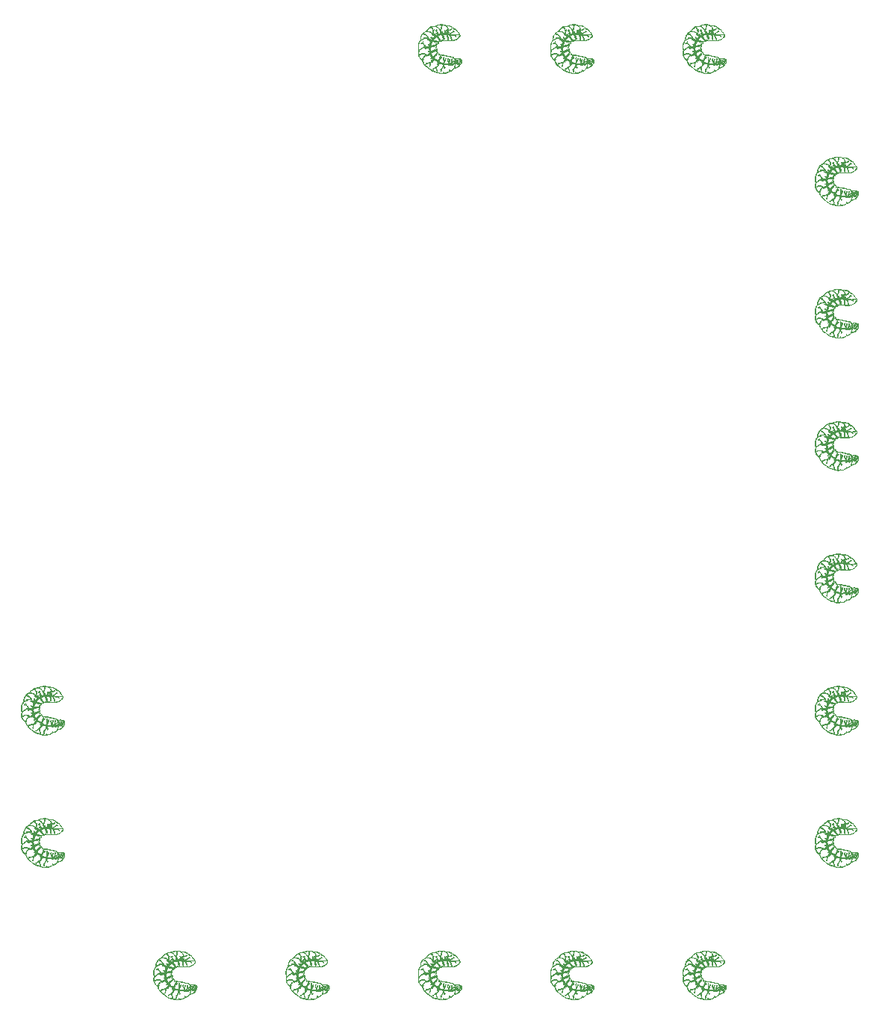
<source format=gbr>
G04 #@! TF.GenerationSoftware,KiCad,Pcbnew,(5.1.2-1)-1*
G04 #@! TF.CreationDate,2022-02-06T13:22:23-05:00*
G04 #@! TF.ProjectId,Wasp_Hive,57617370-5f48-4697-9665-2e6b69636164,rev?*
G04 #@! TF.SameCoordinates,Original*
G04 #@! TF.FileFunction,Other,ECO2*
%FSLAX46Y46*%
G04 Gerber Fmt 4.6, Leading zero omitted, Abs format (unit mm)*
G04 Created by KiCad (PCBNEW (5.1.2-1)-1) date 2022-02-06 13:22:23*
%MOMM*%
%LPD*%
G04 APERTURE LIST*
%ADD10C,0.010000*%
G04 APERTURE END LIST*
D10*
G36*
X50052926Y-197771315D02*
G01*
X50131755Y-197757217D01*
X50199440Y-197744030D01*
X50289856Y-197733775D01*
X50384271Y-197728534D01*
X50390939Y-197728402D01*
X50492488Y-197722273D01*
X50579162Y-197704704D01*
X50662946Y-197671188D01*
X50755825Y-197617221D01*
X50840216Y-197559510D01*
X50912570Y-197515254D01*
X50989024Y-197479228D01*
X51024571Y-197467099D01*
X51149198Y-197416413D01*
X51281273Y-197328845D01*
X51385580Y-197239098D01*
X51455970Y-197179401D01*
X51515431Y-197145653D01*
X51577401Y-197130247D01*
X51577944Y-197130177D01*
X51661930Y-197109831D01*
X51763123Y-197071532D01*
X51865738Y-197022449D01*
X51953988Y-196969750D01*
X51988412Y-196943763D01*
X52027239Y-196902268D01*
X52076140Y-196837874D01*
X52129277Y-196759901D01*
X52180812Y-196677666D01*
X52224907Y-196600489D01*
X52255725Y-196537687D01*
X52267428Y-196498579D01*
X52267429Y-196498387D01*
X52256602Y-196454089D01*
X52245815Y-196438109D01*
X52238576Y-196410663D01*
X52256183Y-196389953D01*
X52283131Y-196343489D01*
X52283206Y-196281321D01*
X52260453Y-196215385D01*
X52218916Y-196157616D01*
X52164987Y-196120863D01*
X52120483Y-196106318D01*
X52048796Y-196086371D01*
X51963214Y-196064662D01*
X51936260Y-196058219D01*
X51807470Y-196034798D01*
X51704194Y-196033328D01*
X51616248Y-196054658D01*
X51546898Y-196090737D01*
X51513122Y-196106989D01*
X51500245Y-196103353D01*
X51484720Y-196073355D01*
X51444852Y-196029410D01*
X51390705Y-195980724D01*
X51332338Y-195936502D01*
X51289637Y-195910663D01*
X51206595Y-195882400D01*
X51111934Y-195870881D01*
X51107750Y-195870857D01*
X50982047Y-195851882D01*
X50915128Y-195824521D01*
X50818155Y-195789041D01*
X50698704Y-195774930D01*
X50691592Y-195774722D01*
X50547329Y-195756484D01*
X50456468Y-195725959D01*
X50368099Y-195695395D01*
X50273955Y-195685194D01*
X50228386Y-195685936D01*
X50101221Y-195679611D01*
X49979680Y-195654647D01*
X49887600Y-195633585D01*
X49810299Y-195628581D01*
X49790564Y-195630865D01*
X49743487Y-195636073D01*
X49721356Y-195620592D01*
X49709298Y-195575824D01*
X49670116Y-195459625D01*
X49603011Y-195373675D01*
X49534514Y-195328704D01*
X49479416Y-195297761D01*
X49457841Y-195272198D01*
X49460417Y-195251534D01*
X49470867Y-195212067D01*
X49480424Y-195148808D01*
X49484352Y-195108711D01*
X49487089Y-195041983D01*
X49477773Y-194997865D01*
X49449775Y-194957856D01*
X49418730Y-194925602D01*
X49344624Y-194851497D01*
X49396067Y-194775792D01*
X49438836Y-194677788D01*
X49445598Y-194569937D01*
X49427381Y-194493592D01*
X49417619Y-194454350D01*
X49435435Y-194435391D01*
X49463667Y-194427129D01*
X49560375Y-194390296D01*
X49628400Y-194335663D01*
X49663448Y-194268208D01*
X49662276Y-194196741D01*
X49661233Y-194173616D01*
X49679809Y-194161642D01*
X49727036Y-194156964D01*
X49757136Y-194156254D01*
X49871114Y-194138481D01*
X49965256Y-194086367D01*
X50018961Y-194033168D01*
X50047995Y-194002400D01*
X50073964Y-193993642D01*
X50113388Y-194004681D01*
X50142528Y-194016607D01*
X50230734Y-194039576D01*
X50334378Y-194045513D01*
X50338261Y-194045357D01*
X50387440Y-194043395D01*
X50431238Y-194042435D01*
X50477804Y-194042701D01*
X50535288Y-194044413D01*
X50611837Y-194047794D01*
X50715602Y-194053065D01*
X50814912Y-194058324D01*
X50937428Y-194061151D01*
X51074787Y-194058613D01*
X51202982Y-194051300D01*
X51239974Y-194047856D01*
X51345810Y-194034707D01*
X51428860Y-194017903D01*
X51506172Y-193992472D01*
X51594791Y-193953440D01*
X51641996Y-193930558D01*
X51759684Y-193866197D01*
X51859476Y-193799027D01*
X51935979Y-193733581D01*
X51983801Y-193674389D01*
X51997878Y-193631510D01*
X52010517Y-193597895D01*
X52028250Y-193590040D01*
X52068024Y-193572202D01*
X52089001Y-193523040D01*
X52089322Y-193449082D01*
X52081074Y-193404501D01*
X52056371Y-193335909D01*
X52011097Y-193258771D01*
X51940243Y-193164845D01*
X51921349Y-193141860D01*
X51856238Y-193062128D01*
X51794539Y-192984105D01*
X51745550Y-192919652D01*
X51728179Y-192895428D01*
X51680048Y-192830310D01*
X51633176Y-192781034D01*
X51575673Y-192737493D01*
X51495648Y-192689577D01*
X51467965Y-192674208D01*
X51384087Y-192624257D01*
X51289818Y-192562446D01*
X51213993Y-192508352D01*
X51057668Y-192411144D01*
X50889510Y-192348462D01*
X50701938Y-192317830D01*
X50619020Y-192313983D01*
X50502848Y-192308274D01*
X50412195Y-192294103D01*
X50331526Y-192268866D01*
X50318367Y-192263569D01*
X50204931Y-192230682D01*
X50065660Y-192211887D01*
X49913954Y-192207848D01*
X49763214Y-192219230D01*
X49686143Y-192232187D01*
X49587562Y-192258410D01*
X49482465Y-192295153D01*
X49414048Y-192324839D01*
X49301895Y-192370040D01*
X49202166Y-192387062D01*
X49184955Y-192387428D01*
X49004112Y-192407085D01*
X48823981Y-192463065D01*
X48652638Y-192550880D01*
X48498161Y-192666043D01*
X48368625Y-192804066D01*
X48325352Y-192865059D01*
X48273514Y-192931649D01*
X48221225Y-192976528D01*
X48201541Y-192986285D01*
X48132464Y-193019212D01*
X48047446Y-193072141D01*
X47959715Y-193135595D01*
X47882493Y-193200095D01*
X47834318Y-193249483D01*
X47724305Y-193412054D01*
X47647765Y-193589300D01*
X47607740Y-193773137D01*
X47602369Y-193865991D01*
X47598598Y-193942949D01*
X47583748Y-193997578D01*
X47551938Y-194048692D01*
X47540769Y-194062970D01*
X47502200Y-194120189D01*
X47457571Y-194199861D01*
X47415875Y-194285803D01*
X47411821Y-194295020D01*
X47382222Y-194365878D01*
X47362820Y-194423836D01*
X47351494Y-194481306D01*
X47346126Y-194550698D01*
X47344600Y-194644425D01*
X47344586Y-194688979D01*
X47385825Y-194688979D01*
X47387826Y-194579764D01*
X47394473Y-194497989D01*
X47407894Y-194429702D01*
X47430219Y-194360951D01*
X47439625Y-194336489D01*
X47489616Y-194225935D01*
X47547699Y-194123190D01*
X47607553Y-194038063D01*
X47662857Y-193980365D01*
X47674689Y-193971729D01*
X47724917Y-193944557D01*
X47790226Y-193916492D01*
X47858279Y-193891891D01*
X47916736Y-193875108D01*
X47953259Y-193870497D01*
X47957674Y-193871851D01*
X47974201Y-193867258D01*
X47975347Y-193859876D01*
X47957979Y-193846265D01*
X47911403Y-193848307D01*
X47843915Y-193863951D01*
X47763810Y-193891150D01*
X47679382Y-193927854D01*
X47659143Y-193937981D01*
X47648404Y-193926476D01*
X47644045Y-193884216D01*
X47645584Y-193821344D01*
X47652537Y-193748004D01*
X47664424Y-193674338D01*
X47673567Y-193634782D01*
X47733474Y-193481396D01*
X47826347Y-193333559D01*
X47943928Y-193201340D01*
X48077961Y-193094811D01*
X48150147Y-193053540D01*
X48211680Y-193026728D01*
X48268644Y-193013449D01*
X48338186Y-193010970D01*
X48398995Y-193013905D01*
X48485472Y-193023649D01*
X48565650Y-193039761D01*
X48619636Y-193057737D01*
X48690694Y-193091969D01*
X48642382Y-193051235D01*
X48567826Y-193008010D01*
X48470471Y-192978473D01*
X48373318Y-192968115D01*
X48304758Y-192968000D01*
X48342216Y-192903864D01*
X48373771Y-192861289D01*
X48426937Y-192800943D01*
X48492603Y-192732911D01*
X48526528Y-192699875D01*
X48672149Y-192581186D01*
X48823957Y-192499705D01*
X48991216Y-192451280D01*
X49117540Y-192435189D01*
X49251823Y-192433304D01*
X49363144Y-192452337D01*
X49466068Y-192495561D01*
X49514453Y-192524371D01*
X49575315Y-192560766D01*
X49605249Y-192572104D01*
X49603545Y-192558267D01*
X49585489Y-192536110D01*
X49547460Y-192505921D01*
X49487421Y-192469880D01*
X49446199Y-192449018D01*
X49341235Y-192399856D01*
X49438655Y-192350346D01*
X49576445Y-192297353D01*
X49738422Y-192262225D01*
X49910834Y-192246088D01*
X50079927Y-192250063D01*
X50231949Y-192275276D01*
X50259948Y-192283229D01*
X50344782Y-192315314D01*
X50426902Y-192355893D01*
X50474663Y-192386326D01*
X50534454Y-192428223D01*
X50569966Y-192446206D01*
X50578531Y-192439950D01*
X50557480Y-192409126D01*
X50544880Y-192394918D01*
X50494612Y-192340205D01*
X50672506Y-192352190D01*
X50770528Y-192362797D01*
X50867338Y-192379904D01*
X50944429Y-192400128D01*
X50954494Y-192403729D01*
X51071451Y-192457901D01*
X51181711Y-192526547D01*
X51274515Y-192601910D01*
X51339101Y-192676232D01*
X51344583Y-192684943D01*
X51375139Y-192732965D01*
X51390848Y-192747554D01*
X51396152Y-192731990D01*
X51396375Y-192723171D01*
X51396572Y-192675322D01*
X51500631Y-192733538D01*
X51565752Y-192778244D01*
X51636371Y-192844291D01*
X51718464Y-192937602D01*
X51764999Y-192995463D01*
X51855706Y-193110918D01*
X51924008Y-193199001D01*
X51973156Y-193264921D01*
X52006399Y-193313888D01*
X52026988Y-193351112D01*
X52038173Y-193381800D01*
X52043204Y-193411164D01*
X52045331Y-193444411D01*
X52045350Y-193444805D01*
X52045054Y-193504077D01*
X52032122Y-193537651D01*
X51999519Y-193560915D01*
X51990116Y-193565637D01*
X51952332Y-193588610D01*
X51950081Y-193606164D01*
X51959014Y-193613673D01*
X51965713Y-193638357D01*
X51941077Y-193677392D01*
X51890851Y-193726566D01*
X51820783Y-193781665D01*
X51736619Y-193838476D01*
X51644105Y-193892786D01*
X51548988Y-193940380D01*
X51469143Y-193972850D01*
X51404302Y-193988436D01*
X51308720Y-194002124D01*
X51193109Y-194013188D01*
X51068180Y-194020903D01*
X50944646Y-194024543D01*
X50833218Y-194023383D01*
X50774531Y-194019902D01*
X50669139Y-194011201D01*
X50588388Y-194006102D01*
X50515649Y-194004122D01*
X50434295Y-194004779D01*
X50339102Y-194007250D01*
X50252513Y-194002962D01*
X50167936Y-193981837D01*
X50070078Y-193939686D01*
X50043633Y-193926345D01*
X50029984Y-193935341D01*
X50028082Y-193949022D01*
X50011044Y-193986752D01*
X49967661Y-194032041D01*
X49909528Y-194075709D01*
X49848241Y-194108576D01*
X49812432Y-194119756D01*
X49741544Y-194125002D01*
X49675911Y-194118845D01*
X49632916Y-194111436D01*
X49617719Y-194122178D01*
X49621423Y-194161079D01*
X49624351Y-194176862D01*
X49626880Y-194245755D01*
X49613617Y-194294592D01*
X49572016Y-194337884D01*
X49505393Y-194374272D01*
X49430184Y-194395882D01*
X49396340Y-194398693D01*
X49355097Y-194404334D01*
X49348216Y-194425336D01*
X49373920Y-194467816D01*
X49375598Y-194470044D01*
X49402049Y-194535092D01*
X49405563Y-194619130D01*
X49387249Y-194707358D01*
X49352489Y-194778896D01*
X49298938Y-194857704D01*
X49370255Y-194926966D01*
X49434517Y-195013059D01*
X49459397Y-195105503D01*
X49444282Y-195199552D01*
X49413185Y-195258613D01*
X49388580Y-195303677D01*
X49395440Y-195326230D01*
X49431959Y-195332489D01*
X49512439Y-195353200D01*
X49584271Y-195407488D01*
X49639971Y-195487479D01*
X49672014Y-195585067D01*
X49687243Y-195673877D01*
X49792148Y-195667032D01*
X49888543Y-195670814D01*
X49972903Y-195691884D01*
X49974158Y-195692404D01*
X50053156Y-195712834D01*
X50162741Y-195722792D01*
X50216631Y-195723540D01*
X50309858Y-195725304D01*
X50375507Y-195733744D01*
X50427265Y-195751398D01*
X50459040Y-195768477D01*
X50534006Y-195801131D01*
X50620315Y-195810986D01*
X50644253Y-195810536D01*
X50737404Y-195814337D01*
X50826963Y-195830270D01*
X50900165Y-195855174D01*
X50943193Y-195884580D01*
X50980434Y-195902369D01*
X51051441Y-195911439D01*
X51088916Y-195912326D01*
X51217265Y-195926252D01*
X51291771Y-195953221D01*
X51342074Y-195985644D01*
X51391855Y-196028325D01*
X51433540Y-196072906D01*
X51459555Y-196111029D01*
X51462327Y-196134334D01*
X51458258Y-196136952D01*
X51438107Y-196154659D01*
X51450489Y-196171342D01*
X51474327Y-196174390D01*
X51502793Y-196185623D01*
X51516224Y-196229759D01*
X51516888Y-196235929D01*
X51515807Y-196281908D01*
X51493425Y-196308456D01*
X51454684Y-196325587D01*
X51395680Y-196349119D01*
X51320815Y-196381271D01*
X51278950Y-196400115D01*
X51171695Y-196449406D01*
X51183283Y-196331192D01*
X51192744Y-196259692D01*
X51204748Y-196201567D01*
X51212783Y-196178057D01*
X51229710Y-196127062D01*
X51216044Y-196101551D01*
X51200816Y-196098938D01*
X51175042Y-196104982D01*
X51156633Y-196127813D01*
X51143023Y-196174479D01*
X51131645Y-196252026D01*
X51126016Y-196304330D01*
X51113121Y-196393688D01*
X51094446Y-196477651D01*
X51073951Y-196538538D01*
X51073216Y-196540104D01*
X51046045Y-196588994D01*
X51015877Y-196611231D01*
X50965793Y-196617159D01*
X50946935Y-196617306D01*
X50890770Y-196614832D01*
X50864741Y-196603268D01*
X50857616Y-196576395D01*
X50857469Y-196567788D01*
X50863118Y-196525886D01*
X50878188Y-196456757D01*
X50899866Y-196372798D01*
X50909306Y-196339393D01*
X50936655Y-196243499D01*
X50952773Y-196180460D01*
X50958404Y-196143428D01*
X50954288Y-196125553D01*
X50941170Y-196119987D01*
X50933118Y-196119673D01*
X50912325Y-196139132D01*
X50888257Y-196193333D01*
X50868034Y-196259632D01*
X50842258Y-196353581D01*
X50822773Y-196410678D01*
X50806158Y-196434387D01*
X50788993Y-196428172D01*
X50767857Y-196395496D01*
X50756095Y-196372996D01*
X50719996Y-196272191D01*
X50715462Y-196178701D01*
X50734741Y-196116534D01*
X50748099Y-196075466D01*
X50735616Y-196060609D01*
X50703009Y-196077332D01*
X50664847Y-196131656D01*
X50657385Y-196207344D01*
X50680742Y-196306609D01*
X50720388Y-196401735D01*
X50754871Y-196477461D01*
X50780964Y-196540698D01*
X50794363Y-196580791D01*
X50795265Y-196586958D01*
X50790167Y-196605155D01*
X50770760Y-196618791D01*
X50769372Y-196619155D01*
X51106286Y-196619155D01*
X51122540Y-196590223D01*
X51164903Y-196548051D01*
X51223772Y-196500484D01*
X51289549Y-196455367D01*
X51344735Y-196424306D01*
X51432957Y-196381964D01*
X51490373Y-196358308D01*
X51523151Y-196353251D01*
X51537462Y-196366705D01*
X51539474Y-196398581D01*
X51537782Y-196421549D01*
X51532920Y-196456539D01*
X51520645Y-196482728D01*
X51493589Y-196506164D01*
X51444384Y-196532896D01*
X51365662Y-196568972D01*
X51349400Y-196576209D01*
X51238155Y-196621134D01*
X51160680Y-196642013D01*
X51116963Y-196638847D01*
X51106286Y-196619155D01*
X50769372Y-196619155D01*
X50730880Y-196629244D01*
X50664359Y-196637889D01*
X50565033Y-196646103D01*
X50531646Y-196648408D01*
X50857469Y-196648408D01*
X50867837Y-196638040D01*
X50878204Y-196648408D01*
X51272163Y-196648408D01*
X51282531Y-196638040D01*
X51292898Y-196648408D01*
X51282531Y-196658775D01*
X51272163Y-196648408D01*
X50878204Y-196648408D01*
X50867837Y-196658775D01*
X50857469Y-196648408D01*
X50531646Y-196648408D01*
X50514655Y-196649581D01*
X50400906Y-196655327D01*
X50324593Y-196652330D01*
X50282011Y-196637034D01*
X50269453Y-196605886D01*
X50283211Y-196555329D01*
X50319579Y-196481810D01*
X50326470Y-196469104D01*
X50363611Y-196394400D01*
X50400349Y-196309322D01*
X50433467Y-196222972D01*
X50459748Y-196144452D01*
X50475975Y-196082863D01*
X50478932Y-196047307D01*
X50476975Y-196043287D01*
X50448366Y-196036950D01*
X50418517Y-196062381D01*
X50396275Y-196111128D01*
X50393489Y-196123075D01*
X50373768Y-196202660D01*
X50349439Y-196272907D01*
X50324337Y-196325271D01*
X50302297Y-196351205D01*
X50291636Y-196350052D01*
X50283195Y-196322097D01*
X50276004Y-196262038D01*
X50270915Y-196179236D01*
X50268902Y-196100332D01*
X50266188Y-195990152D01*
X50260452Y-195917730D01*
X50251260Y-195879433D01*
X50241552Y-195870916D01*
X50217907Y-195890554D01*
X50203802Y-195947612D01*
X50199446Y-196039103D01*
X50205051Y-196162038D01*
X50214188Y-196257861D01*
X50225090Y-196361730D01*
X50230234Y-196433225D01*
X50229389Y-196481074D01*
X50222327Y-196514002D01*
X50208819Y-196540734D01*
X50206669Y-196544070D01*
X50185930Y-196569448D01*
X50159525Y-196583366D01*
X50120210Y-196585538D01*
X50060738Y-196575678D01*
X49973866Y-196553499D01*
X49897658Y-196531876D01*
X49805318Y-196499627D01*
X49749441Y-196463201D01*
X49725104Y-196415819D01*
X49727384Y-196350699D01*
X49736727Y-196310257D01*
X49763741Y-196246916D01*
X49815055Y-196175357D01*
X49895172Y-196089009D01*
X49952959Y-196027840D01*
X49995498Y-195976235D01*
X50016881Y-195941711D01*
X50017687Y-195933016D01*
X49996353Y-195914664D01*
X49964730Y-195922235D01*
X49914783Y-195958086D01*
X49905264Y-195966006D01*
X49865407Y-195998281D01*
X49846987Y-196006523D01*
X49848637Y-195986682D01*
X49868987Y-195934709D01*
X49883318Y-195901075D01*
X49907459Y-195835600D01*
X49911138Y-195795035D01*
X49901703Y-195775176D01*
X49873342Y-195756375D01*
X49860445Y-195757903D01*
X49837973Y-195787238D01*
X49805954Y-195850594D01*
X49766846Y-195942299D01*
X49723105Y-196056681D01*
X49688002Y-196156086D01*
X49622436Y-196348010D01*
X49453316Y-196243933D01*
X49370505Y-196188948D01*
X49294206Y-196131252D01*
X49236746Y-196080420D01*
X49221653Y-196063980D01*
X49184661Y-196016791D01*
X49171357Y-195985993D01*
X49178683Y-195956284D01*
X49194453Y-195927933D01*
X49223873Y-195886491D01*
X49273533Y-195825140D01*
X49335077Y-195754000D01*
X49369755Y-195715678D01*
X49448862Y-195623125D01*
X49495055Y-195552504D01*
X49509281Y-195501806D01*
X49492490Y-195469024D01*
X49487801Y-195465802D01*
X49447385Y-195456673D01*
X49398026Y-195476441D01*
X49336700Y-195527329D01*
X49335428Y-195528734D01*
X49426776Y-195528734D01*
X49437143Y-195518367D01*
X49447510Y-195528734D01*
X49437143Y-195539102D01*
X49426776Y-195528734D01*
X49335428Y-195528734D01*
X49324810Y-195540452D01*
X49348921Y-195540452D01*
X49351757Y-195539102D01*
X49370679Y-195553698D01*
X49374939Y-195559836D01*
X49380222Y-195579221D01*
X49377386Y-195580571D01*
X49358464Y-195565974D01*
X49354204Y-195559836D01*
X49348921Y-195540452D01*
X49324810Y-195540452D01*
X49260383Y-195611557D01*
X49217798Y-195664152D01*
X49109288Y-195801713D01*
X49173915Y-195801713D01*
X49189648Y-195763637D01*
X49222660Y-195713947D01*
X49261699Y-195662029D01*
X49289652Y-195629266D01*
X49302217Y-195619908D01*
X49295087Y-195638203D01*
X49289509Y-195647959D01*
X49267472Y-195680971D01*
X49232954Y-195728824D01*
X49226181Y-195737908D01*
X49199102Y-195782742D01*
X49191536Y-195814517D01*
X49193609Y-195818988D01*
X49194065Y-195826247D01*
X49182859Y-195820945D01*
X49173915Y-195801713D01*
X49109288Y-195801713D01*
X49070634Y-195850714D01*
X48992305Y-195788677D01*
X48940556Y-195737280D01*
X48890170Y-195670073D01*
X48847286Y-195597820D01*
X48818044Y-195531280D01*
X48808583Y-195481216D01*
X48810745Y-195470409D01*
X48833435Y-195449374D01*
X48886571Y-195415367D01*
X48962873Y-195372627D01*
X49055059Y-195325397D01*
X49082887Y-195311868D01*
X49203140Y-195252007D01*
X49288604Y-195203598D01*
X49343168Y-195163147D01*
X49370724Y-195127159D01*
X49375165Y-195092140D01*
X49363389Y-195059994D01*
X49338485Y-195033663D01*
X49298865Y-195026685D01*
X49239974Y-195040208D01*
X49157259Y-195075382D01*
X49083179Y-195114040D01*
X49157225Y-195114040D01*
X49167592Y-195103673D01*
X49177959Y-195114040D01*
X49167592Y-195124408D01*
X49157225Y-195114040D01*
X49083179Y-195114040D01*
X49046163Y-195133356D01*
X49023988Y-195145638D01*
X49005747Y-195155510D01*
X49074286Y-195155510D01*
X49084653Y-195145142D01*
X49095020Y-195155510D01*
X49084653Y-195165877D01*
X49074286Y-195155510D01*
X49005747Y-195155510D01*
X48967433Y-195176244D01*
X49032816Y-195176244D01*
X49043184Y-195165877D01*
X49053551Y-195176244D01*
X49043184Y-195186612D01*
X49032816Y-195176244D01*
X48967433Y-195176244D01*
X48943893Y-195188983D01*
X48875910Y-195223357D01*
X48865361Y-195228081D01*
X48949878Y-195228081D01*
X48965656Y-195207949D01*
X48970612Y-195207346D01*
X48990744Y-195223125D01*
X48991347Y-195228081D01*
X48975568Y-195248213D01*
X48970612Y-195248816D01*
X48950480Y-195233037D01*
X48949878Y-195228081D01*
X48865361Y-195228081D01*
X48828964Y-195244380D01*
X48813708Y-195248816D01*
X48798245Y-195230176D01*
X48778971Y-195181540D01*
X48758789Y-195113837D01*
X48740600Y-195037991D01*
X48727308Y-194964931D01*
X48721814Y-194905584D01*
X48721796Y-194902787D01*
X48729626Y-194848302D01*
X48756061Y-194804020D01*
X48805519Y-194767719D01*
X48882419Y-194737180D01*
X48991179Y-194710182D01*
X49136216Y-194684504D01*
X49164888Y-194680097D01*
X49268260Y-194661398D01*
X49334403Y-194640893D01*
X49367550Y-194616018D01*
X49371933Y-194584211D01*
X49362395Y-194560505D01*
X49324480Y-194532445D01*
X49253516Y-194523573D01*
X49153192Y-194533846D01*
X49027199Y-194563220D01*
X49022449Y-194564571D01*
X48927018Y-194590618D01*
X48901701Y-194595673D01*
X49053551Y-194595673D01*
X49063918Y-194585306D01*
X49074286Y-194595673D01*
X49063918Y-194606040D01*
X49053551Y-194595673D01*
X48901701Y-194595673D01*
X48864267Y-194603147D01*
X48827472Y-194601554D01*
X48809904Y-194585235D01*
X48804840Y-194553586D01*
X48804735Y-194545022D01*
X48812276Y-194493459D01*
X48831938Y-194419162D01*
X48859277Y-194334909D01*
X48889846Y-194253479D01*
X48919203Y-194187651D01*
X48941567Y-194151586D01*
X48958140Y-194140480D01*
X48985324Y-194137340D01*
X49030166Y-194143143D01*
X49099708Y-194158865D01*
X49200997Y-194185485D01*
X49216654Y-194189740D01*
X49338158Y-194221505D01*
X49425784Y-194240494D01*
X49485049Y-194246886D01*
X49521469Y-194240858D01*
X49540560Y-194222586D01*
X49546913Y-194200358D01*
X49534962Y-194148140D01*
X49483600Y-194105303D01*
X49393991Y-194072664D01*
X49352068Y-194063469D01*
X49240091Y-194041493D01*
X49162748Y-194024091D01*
X49113779Y-194008968D01*
X49086921Y-193993826D01*
X49075913Y-193976369D01*
X49074286Y-193961577D01*
X49087645Y-193922969D01*
X49123325Y-193871463D01*
X49174729Y-193812971D01*
X49235262Y-193753407D01*
X49298327Y-193698684D01*
X49357328Y-193654714D01*
X49405669Y-193627410D01*
X49436753Y-193622686D01*
X49443695Y-193630432D01*
X49460806Y-193657086D01*
X49498641Y-193705091D01*
X49549866Y-193765258D01*
X49564280Y-193781543D01*
X49624716Y-193853059D01*
X49679771Y-193924734D01*
X49715678Y-193978056D01*
X49782608Y-193978056D01*
X49787653Y-193966469D01*
X49808530Y-193944209D01*
X49820533Y-193948775D01*
X49820735Y-193951674D01*
X49806007Y-193969212D01*
X49796796Y-193975612D01*
X49782608Y-193978056D01*
X49715678Y-193978056D01*
X49718483Y-193982220D01*
X49721267Y-193987050D01*
X49767391Y-194045128D01*
X49817310Y-194068113D01*
X49864721Y-194053979D01*
X49880846Y-194038358D01*
X49893694Y-193995273D01*
X49872862Y-193935888D01*
X49817540Y-193858664D01*
X49745408Y-193780479D01*
X49685026Y-193714524D01*
X49633685Y-193649475D01*
X49601404Y-193598158D01*
X49599127Y-193593160D01*
X49581636Y-193545033D01*
X49584291Y-193517474D01*
X49607064Y-193495125D01*
X49667035Y-193460731D01*
X49749922Y-193426728D01*
X49838173Y-193399131D01*
X49914235Y-193383957D01*
X49935075Y-193382693D01*
X49982222Y-193388622D01*
X50018916Y-193410559D01*
X50049457Y-193454726D01*
X50078149Y-193527350D01*
X50087316Y-193558938D01*
X50131755Y-193558938D01*
X50142123Y-193548571D01*
X50152490Y-193558938D01*
X50142123Y-193569306D01*
X50131755Y-193558938D01*
X50087316Y-193558938D01*
X50099351Y-193600408D01*
X50152490Y-193600408D01*
X50162857Y-193590040D01*
X50173225Y-193600408D01*
X50162857Y-193610775D01*
X50152490Y-193600408D01*
X50099351Y-193600408D01*
X50109290Y-193634653D01*
X50109348Y-193634869D01*
X50140351Y-193745417D01*
X50166182Y-193821317D01*
X50189974Y-193868552D01*
X50214857Y-193893104D01*
X50243965Y-193900954D01*
X50248729Y-193901061D01*
X50290313Y-193884511D01*
X50308317Y-193836447D01*
X50303062Y-193759246D01*
X50274867Y-193655283D01*
X50224049Y-193526936D01*
X50188242Y-193450228D01*
X50165362Y-193396152D01*
X50155929Y-193358508D01*
X50157602Y-193349935D01*
X50186852Y-193341383D01*
X50245163Y-193336856D01*
X50320351Y-193336073D01*
X50400232Y-193338752D01*
X50472621Y-193344611D01*
X50525336Y-193353370D01*
X50540561Y-193358778D01*
X50574265Y-193389778D01*
X50590508Y-193424163D01*
X50629388Y-193424163D01*
X50636974Y-193407096D01*
X50643211Y-193410340D01*
X50645692Y-193434947D01*
X50643211Y-193437986D01*
X50630884Y-193435140D01*
X50629388Y-193424163D01*
X50590508Y-193424163D01*
X50600596Y-193445518D01*
X50615326Y-193507102D01*
X50653396Y-193507102D01*
X50656655Y-193477666D01*
X50663855Y-193481183D01*
X50666593Y-193523634D01*
X50663855Y-193533020D01*
X50656287Y-193535625D01*
X50653396Y-193507102D01*
X50615326Y-193507102D01*
X50621044Y-193531006D01*
X50633077Y-193621142D01*
X50670857Y-193621142D01*
X50681225Y-193610775D01*
X50691592Y-193621142D01*
X50681225Y-193631510D01*
X50670857Y-193621142D01*
X50633077Y-193621142D01*
X50637097Y-193651249D01*
X50641633Y-193698838D01*
X50656531Y-193811094D01*
X50677764Y-193883610D01*
X50705131Y-193915917D01*
X50732262Y-193911922D01*
X50747377Y-193885761D01*
X50750028Y-193829757D01*
X50745896Y-193779163D01*
X50730006Y-193630984D01*
X50719182Y-193519686D01*
X50714223Y-193440904D01*
X50715925Y-193390268D01*
X50725086Y-193363413D01*
X50742502Y-193355972D01*
X50768971Y-193363576D01*
X50805289Y-193381859D01*
X50817245Y-193388250D01*
X50864644Y-193418633D01*
X50905067Y-193458442D01*
X50942452Y-193514259D01*
X50980738Y-193592667D01*
X51023863Y-193700246D01*
X51055371Y-193786187D01*
X51093402Y-193884009D01*
X51125091Y-193949112D01*
X51149070Y-193979680D01*
X51163971Y-193973896D01*
X51168490Y-193936359D01*
X51160027Y-193885053D01*
X51137239Y-193807257D01*
X51104024Y-193713732D01*
X51064282Y-193615240D01*
X51021912Y-193522541D01*
X51009883Y-193498650D01*
X50957327Y-193396893D01*
X51177176Y-193410344D01*
X51309425Y-193421553D01*
X51409095Y-193438465D01*
X51484970Y-193463810D01*
X51545832Y-193500316D01*
X51588367Y-193538128D01*
X51626580Y-193571734D01*
X51643728Y-193572977D01*
X51645388Y-193563609D01*
X51630558Y-193530406D01*
X51593838Y-193488626D01*
X51583105Y-193479115D01*
X51547530Y-193444178D01*
X51534539Y-193420755D01*
X51536452Y-193417370D01*
X51580516Y-193401675D01*
X51650550Y-193386999D01*
X51731072Y-193375510D01*
X51806599Y-193369375D01*
X51861648Y-193370760D01*
X51865221Y-193371356D01*
X51916112Y-193375305D01*
X51935645Y-193363642D01*
X51935674Y-193362898D01*
X51916881Y-193350386D01*
X51867513Y-193343391D01*
X51798086Y-193341844D01*
X51719117Y-193345676D01*
X51641123Y-193354819D01*
X51589386Y-193365170D01*
X51504154Y-193378285D01*
X51410796Y-193373300D01*
X51367674Y-193366483D01*
X51281025Y-193351514D01*
X51176256Y-193334150D01*
X51077504Y-193318379D01*
X50913947Y-193292909D01*
X51036035Y-193231690D01*
X51116744Y-193187036D01*
X51196416Y-193136298D01*
X51241061Y-193103555D01*
X51303178Y-193058676D01*
X51364303Y-193022596D01*
X51386204Y-193012591D01*
X51448408Y-192988544D01*
X51391207Y-192996166D01*
X51353338Y-192998145D01*
X51349642Y-192986323D01*
X51357876Y-192975025D01*
X51373484Y-192946245D01*
X51372004Y-192936521D01*
X51353423Y-192944735D01*
X51314038Y-192975623D01*
X51262347Y-193022514D01*
X51261953Y-193022891D01*
X51202553Y-193071254D01*
X51124125Y-193123628D01*
X51037190Y-193174266D01*
X50952265Y-193217420D01*
X50879872Y-193247341D01*
X50831182Y-193258285D01*
X50792609Y-193247622D01*
X50790338Y-193218685D01*
X50807405Y-193194123D01*
X50832867Y-193143275D01*
X50819405Y-193096988D01*
X50769436Y-193063050D01*
X50766358Y-193061935D01*
X50720553Y-193051493D01*
X50691575Y-193066540D01*
X50675908Y-193087425D01*
X50663022Y-193102775D01*
X50691592Y-193102775D01*
X50701959Y-193092408D01*
X50712327Y-193102775D01*
X50774531Y-193102775D01*
X50784898Y-193092408D01*
X50795265Y-193102775D01*
X50784898Y-193113142D01*
X50774531Y-193102775D01*
X50712327Y-193102775D01*
X50701959Y-193113142D01*
X50691592Y-193102775D01*
X50663022Y-193102775D01*
X50646915Y-193121960D01*
X50626859Y-193133877D01*
X50610146Y-193119300D01*
X50614266Y-193082314D01*
X50634331Y-193033042D01*
X50665452Y-192981602D01*
X50702741Y-192938115D01*
X50731681Y-192916877D01*
X50784428Y-192893758D01*
X50861051Y-192864804D01*
X50945604Y-192835553D01*
X51022143Y-192811545D01*
X51071095Y-192798978D01*
X51099355Y-192787025D01*
X51102197Y-192778380D01*
X51109955Y-192755113D01*
X51135418Y-192721360D01*
X51160998Y-192690343D01*
X51158280Y-192679093D01*
X51138741Y-192677714D01*
X51098719Y-192692726D01*
X51068140Y-192719619D01*
X51034025Y-192746835D01*
X50978190Y-192777332D01*
X50910327Y-192807507D01*
X50840126Y-192833760D01*
X50777279Y-192852487D01*
X50731476Y-192860088D01*
X50712410Y-192852960D01*
X50712327Y-192851864D01*
X50725983Y-192816738D01*
X50753796Y-192781387D01*
X50788013Y-192742764D01*
X50790464Y-192723931D01*
X50764163Y-192719183D01*
X50737394Y-192702152D01*
X50732124Y-192682897D01*
X50724295Y-192649955D01*
X50705604Y-192603718D01*
X50681471Y-192554432D01*
X50657320Y-192512343D01*
X50638571Y-192487698D01*
X50630647Y-192490742D01*
X50630637Y-192491102D01*
X50636971Y-192529382D01*
X50653530Y-192586727D01*
X50659892Y-192605142D01*
X50681467Y-192672683D01*
X50685177Y-192721209D01*
X50666493Y-192761036D01*
X50620883Y-192802482D01*
X50552269Y-192850230D01*
X50412945Y-192943280D01*
X50374906Y-192880730D01*
X50343398Y-192837719D01*
X50326115Y-192832880D01*
X50324800Y-192864836D01*
X50335304Y-192911991D01*
X50342430Y-192974861D01*
X50336833Y-193048902D01*
X50321252Y-193118715D01*
X50305931Y-193152397D01*
X50403338Y-193152397D01*
X50408595Y-193106897D01*
X50410601Y-193098557D01*
X50428563Y-193066101D01*
X50466636Y-193016499D01*
X50516518Y-192958768D01*
X50569907Y-192901923D01*
X50618502Y-192854981D01*
X50654001Y-192826959D01*
X50664448Y-192822857D01*
X50658764Y-192839191D01*
X50637209Y-192881722D01*
X50609090Y-192932930D01*
X50573384Y-193005694D01*
X50547246Y-193076458D01*
X50538679Y-193114359D01*
X50529006Y-193162449D01*
X50526097Y-193164979D01*
X50691592Y-193164979D01*
X50701959Y-193154612D01*
X50712327Y-193164979D01*
X50701959Y-193175346D01*
X50691592Y-193164979D01*
X50526097Y-193164979D01*
X50508027Y-193180690D01*
X50473694Y-193181465D01*
X50422141Y-193173447D01*
X50403338Y-193152397D01*
X50305931Y-193152397D01*
X50298423Y-193168900D01*
X50287624Y-193180213D01*
X50254851Y-193189910D01*
X50213210Y-193193979D01*
X50759670Y-193193979D01*
X50764020Y-193173202D01*
X50765496Y-193169269D01*
X50781922Y-193143878D01*
X50791261Y-193143696D01*
X50788935Y-193165630D01*
X50777104Y-193180876D01*
X50759670Y-193193979D01*
X50213210Y-193193979D01*
X50199097Y-193195358D01*
X50180627Y-193195764D01*
X50114973Y-193188130D01*
X50080625Y-193159770D01*
X50069670Y-193103429D01*
X50069551Y-193093925D01*
X50052469Y-193047858D01*
X50012071Y-193009084D01*
X49964627Y-192991837D01*
X49953650Y-192992542D01*
X49924528Y-192985321D01*
X49905840Y-192945940D01*
X49901876Y-192929148D01*
X49897893Y-192878035D01*
X49910140Y-192820767D01*
X49941701Y-192743945D01*
X49947221Y-192732168D01*
X49991277Y-192616698D01*
X50007128Y-192511283D01*
X50007331Y-192497509D01*
X50011032Y-192434106D01*
X50020489Y-192389268D01*
X50028082Y-192377061D01*
X50048060Y-192348556D01*
X50048816Y-192342196D01*
X50037158Y-192333500D01*
X50017960Y-192345755D01*
X49990693Y-192359782D01*
X49974354Y-192338139D01*
X49974272Y-192337927D01*
X49955437Y-192305916D01*
X49942428Y-192308438D01*
X49941104Y-192338555D01*
X49948757Y-192368147D01*
X49960962Y-192432899D01*
X49960980Y-192505422D01*
X49960209Y-192511871D01*
X49946221Y-192570380D01*
X49920975Y-192641168D01*
X49890237Y-192711064D01*
X49859776Y-192766898D01*
X49836221Y-192794998D01*
X49814304Y-192786671D01*
X49774967Y-192754270D01*
X49736980Y-192715737D01*
X49693650Y-192670752D01*
X49663891Y-192644480D01*
X49654857Y-192641849D01*
X49666299Y-192671790D01*
X49694670Y-192720597D01*
X49731043Y-192774716D01*
X49766488Y-192820593D01*
X49785502Y-192840163D01*
X49806996Y-192876840D01*
X49824629Y-192941224D01*
X49831280Y-192985002D01*
X49840232Y-193049715D01*
X49862204Y-193049715D01*
X49868867Y-193030875D01*
X49877888Y-193040571D01*
X49945143Y-193040571D01*
X49955510Y-193030204D01*
X49965878Y-193040571D01*
X49955510Y-193050938D01*
X49945143Y-193040571D01*
X49877888Y-193040571D01*
X49884158Y-193047310D01*
X49890850Y-193062383D01*
X49892299Y-193083786D01*
X49882701Y-193081894D01*
X49862941Y-193055346D01*
X49862204Y-193049715D01*
X49840232Y-193049715D01*
X49841860Y-193061483D01*
X49848791Y-193098282D01*
X49926511Y-193098282D01*
X49947287Y-193102632D01*
X49951221Y-193104108D01*
X49976611Y-193120534D01*
X49976615Y-193120745D01*
X50007347Y-193120745D01*
X50019121Y-193087782D01*
X50021170Y-193085496D01*
X50043376Y-193080577D01*
X50045706Y-193082386D01*
X50042845Y-193103688D01*
X50031883Y-193117635D01*
X50011008Y-193129324D01*
X50007347Y-193120745D01*
X49976615Y-193120745D01*
X49976794Y-193129873D01*
X49954859Y-193127547D01*
X49939614Y-193115715D01*
X49926511Y-193098282D01*
X49848791Y-193098282D01*
X49854652Y-193129399D01*
X49855808Y-193133877D01*
X49882939Y-193133877D01*
X49890525Y-193116810D01*
X49896762Y-193120054D01*
X49899244Y-193144661D01*
X49896762Y-193147700D01*
X49884435Y-193144854D01*
X49882939Y-193133877D01*
X49855808Y-193133877D01*
X49862170Y-193158521D01*
X49868330Y-193212038D01*
X49855497Y-193232645D01*
X49847510Y-193236720D01*
X50297633Y-193236720D01*
X50315790Y-193228724D01*
X50360642Y-193225553D01*
X50417755Y-193226710D01*
X50472697Y-193231696D01*
X50511036Y-193240010D01*
X50518705Y-193244364D01*
X50507009Y-193250811D01*
X50463953Y-193254752D01*
X50414379Y-193255391D01*
X50351073Y-193251855D01*
X50308676Y-193244165D01*
X50297633Y-193236720D01*
X49847510Y-193236720D01*
X49815398Y-193253103D01*
X49769168Y-193268323D01*
X50221606Y-193268323D01*
X50236560Y-193241007D01*
X50249252Y-193237551D01*
X50274625Y-193242279D01*
X50276898Y-193245379D01*
X50263278Y-193263422D01*
X50249252Y-193276152D01*
X50226663Y-193287128D01*
X50221606Y-193268323D01*
X49769168Y-193268323D01*
X49758330Y-193271891D01*
X49699052Y-193285464D01*
X49652327Y-193290275D01*
X49634211Y-193285800D01*
X49618760Y-193261092D01*
X49589354Y-193207965D01*
X49550682Y-193135044D01*
X49520110Y-193075867D01*
X49476459Y-192989461D01*
X49449968Y-192932119D01*
X49438594Y-192896154D01*
X49440295Y-192873873D01*
X49453028Y-192857588D01*
X49460451Y-192851277D01*
X49485545Y-192828968D01*
X49478234Y-192826467D01*
X49463061Y-192830881D01*
X49433066Y-192831495D01*
X49426776Y-192822206D01*
X49410977Y-192802701D01*
X49406041Y-192802122D01*
X49388700Y-192819322D01*
X49385306Y-192840054D01*
X49370096Y-192870994D01*
X49340752Y-192876340D01*
X49301719Y-192884415D01*
X49288093Y-192897894D01*
X49297781Y-192912990D01*
X49330413Y-192911454D01*
X49360838Y-192910310D01*
X49383148Y-192926663D01*
X49404979Y-192968962D01*
X49421898Y-193012663D01*
X49455828Y-193104785D01*
X49475847Y-193164540D01*
X49482108Y-193198569D01*
X49474770Y-193213514D01*
X49453988Y-193216016D01*
X49426622Y-193213400D01*
X49380401Y-193213668D01*
X49357606Y-193223712D01*
X49357276Y-193224873D01*
X49372909Y-193239849D01*
X49414125Y-193249686D01*
X49482190Y-193261223D01*
X49517829Y-193281242D01*
X49530015Y-193315770D01*
X49530449Y-193327821D01*
X49529314Y-193331138D01*
X49711962Y-193331138D01*
X49739146Y-193313673D01*
X49748163Y-193309373D01*
X49800888Y-193289579D01*
X49841120Y-193281633D01*
X49841469Y-193281639D01*
X49846569Y-193289106D01*
X49846132Y-193289387D01*
X50173225Y-193289387D01*
X50183592Y-193279020D01*
X50193959Y-193289387D01*
X50297633Y-193289387D01*
X50308000Y-193279020D01*
X50318367Y-193289387D01*
X50401306Y-193289387D01*
X50411674Y-193279020D01*
X50422041Y-193289387D01*
X50411674Y-193299755D01*
X50401306Y-193289387D01*
X50318367Y-193289387D01*
X50308000Y-193299755D01*
X50297633Y-193289387D01*
X50193959Y-193289387D01*
X50183592Y-193299755D01*
X50173225Y-193289387D01*
X49846132Y-193289387D01*
X49819733Y-193306348D01*
X50782263Y-193306348D01*
X50795265Y-193301529D01*
X50839529Y-193311320D01*
X50857469Y-193320489D01*
X50873754Y-193336038D01*
X50858679Y-193338002D01*
X50820065Y-193326379D01*
X50805633Y-193320489D01*
X50782263Y-193306348D01*
X49819733Y-193306348D01*
X49819385Y-193306571D01*
X49810367Y-193310871D01*
X49757642Y-193330665D01*
X49717411Y-193338611D01*
X49717061Y-193338605D01*
X49711962Y-193331138D01*
X49529314Y-193331138D01*
X49512171Y-193381208D01*
X49498457Y-193393061D01*
X49571918Y-193393061D01*
X49582286Y-193382693D01*
X49592653Y-193393061D01*
X49582286Y-193403428D01*
X49571918Y-193393061D01*
X49498457Y-193393061D01*
X49474465Y-193413795D01*
X49530449Y-193413795D01*
X49540816Y-193403428D01*
X49551184Y-193413795D01*
X49540816Y-193424163D01*
X49530449Y-193413795D01*
X49474465Y-193413795D01*
X49466507Y-193420672D01*
X49407212Y-193437502D01*
X49366456Y-193431690D01*
X49323855Y-193403696D01*
X49305354Y-193371898D01*
X49280209Y-193321017D01*
X49237789Y-193300537D01*
X49190237Y-193311633D01*
X49153292Y-193351591D01*
X49177959Y-193351591D01*
X49188327Y-193341224D01*
X49198694Y-193351591D01*
X49188327Y-193361959D01*
X49177959Y-193351591D01*
X49153292Y-193351591D01*
X49149699Y-193355477D01*
X49149002Y-193356775D01*
X49135238Y-193382693D01*
X49260898Y-193382693D01*
X49268485Y-193365626D01*
X49274721Y-193368870D01*
X49277203Y-193393478D01*
X49274721Y-193396517D01*
X49262394Y-193393670D01*
X49260898Y-193382693D01*
X49135238Y-193382693D01*
X49118719Y-193413795D01*
X49087214Y-193339287D01*
X49071595Y-193270994D01*
X49067366Y-193178457D01*
X49073346Y-193076188D01*
X49088354Y-192978700D01*
X49111209Y-192900504D01*
X49125132Y-192873295D01*
X49147500Y-192826916D01*
X49143728Y-192805278D01*
X49119296Y-192814007D01*
X49093306Y-192840618D01*
X49053691Y-192889482D01*
X49001987Y-192778414D01*
X48973077Y-192706042D01*
X48953928Y-192638502D01*
X48949421Y-192605142D01*
X48946888Y-192564557D01*
X48937247Y-192560322D01*
X48921014Y-192579224D01*
X48881676Y-192609302D01*
X48854286Y-192616340D01*
X48833218Y-192620237D01*
X48846431Y-192633519D01*
X48869194Y-192646570D01*
X48923667Y-192696727D01*
X48969129Y-192777570D01*
X49001507Y-192878611D01*
X49016730Y-192989363D01*
X49017263Y-193027934D01*
X49012964Y-193099817D01*
X49004467Y-193155259D01*
X48994962Y-193180026D01*
X48963262Y-193184206D01*
X48907668Y-193164236D01*
X48835372Y-193123408D01*
X48767885Y-193076076D01*
X48723320Y-193046434D01*
X48693475Y-193034353D01*
X48688853Y-193035500D01*
X48698198Y-193052306D01*
X48731572Y-193085986D01*
X48779667Y-193128751D01*
X48833173Y-193172810D01*
X48882782Y-193210375D01*
X48919186Y-193233656D01*
X48930314Y-193237551D01*
X48953011Y-193253443D01*
X48974944Y-193288337D01*
X48985888Y-193323053D01*
X48982787Y-193335961D01*
X48960572Y-193333021D01*
X48932821Y-193313451D01*
X48896737Y-193284517D01*
X48880344Y-193288141D01*
X48874545Y-193327032D01*
X48874316Y-193330871D01*
X48881293Y-193371684D01*
X48908906Y-193382693D01*
X48968597Y-193389990D01*
X48989456Y-193404778D01*
X49079370Y-193404778D01*
X49082206Y-193403428D01*
X49101128Y-193418025D01*
X49105388Y-193424163D01*
X49110671Y-193443547D01*
X49107835Y-193444897D01*
X49088913Y-193430301D01*
X49084653Y-193424163D01*
X49079370Y-193404778D01*
X48989456Y-193404778D01*
X48996462Y-193409744D01*
X48988922Y-193437453D01*
X48981104Y-193455265D01*
X49136490Y-193455265D01*
X49146857Y-193444897D01*
X49157225Y-193455265D01*
X49146857Y-193465632D01*
X49136490Y-193455265D01*
X48981104Y-193455265D01*
X48974651Y-193469964D01*
X48989251Y-193482893D01*
X49018099Y-193469242D01*
X49045663Y-193460579D01*
X49086622Y-193476000D01*
X49177959Y-193476000D01*
X49188327Y-193465632D01*
X49198694Y-193476000D01*
X49188327Y-193486367D01*
X49177959Y-193476000D01*
X49086622Y-193476000D01*
X49087016Y-193476148D01*
X49125597Y-193500395D01*
X49205340Y-193554582D01*
X49144997Y-193608597D01*
X49136634Y-193616513D01*
X49522356Y-193616513D01*
X49529941Y-193613148D01*
X49558994Y-193641041D01*
X49573089Y-193657428D01*
X49601482Y-193696961D01*
X49612698Y-193722530D01*
X49628016Y-193748566D01*
X49649674Y-193768524D01*
X49668803Y-193789906D01*
X49661037Y-193796728D01*
X49636291Y-193781256D01*
X49599219Y-193740765D01*
X49571918Y-193704081D01*
X49536322Y-193647902D01*
X49522356Y-193616513D01*
X49136634Y-193616513D01*
X49087620Y-193662903D01*
X49032442Y-193719412D01*
X49030993Y-193720985D01*
X49029545Y-193722561D01*
X49085155Y-193722561D01*
X49105388Y-193693714D01*
X49140407Y-193662738D01*
X49163652Y-193652244D01*
X49167090Y-193664867D01*
X49146857Y-193693714D01*
X49111838Y-193724690D01*
X49088593Y-193735183D01*
X49085155Y-193722561D01*
X49029545Y-193722561D01*
X48997639Y-193757268D01*
X49037900Y-193757268D01*
X49040736Y-193755918D01*
X49059659Y-193770515D01*
X49063918Y-193776653D01*
X49069202Y-193796037D01*
X49066366Y-193797387D01*
X49047444Y-193782790D01*
X49043184Y-193776653D01*
X49037900Y-193757268D01*
X48997639Y-193757268D01*
X48977332Y-193779357D01*
X48882341Y-193706849D01*
X48826818Y-193667145D01*
X48794566Y-193652449D01*
X48778141Y-193659910D01*
X48775257Y-193665855D01*
X48781532Y-193700314D01*
X48814267Y-193754365D01*
X48820318Y-193761997D01*
X48875230Y-193761997D01*
X48882596Y-193755918D01*
X48911884Y-193770213D01*
X48929143Y-193787020D01*
X48941587Y-193812043D01*
X48934221Y-193818122D01*
X48904933Y-193803827D01*
X48887674Y-193787020D01*
X48875230Y-193761997D01*
X48820318Y-193761997D01*
X48844851Y-193792935D01*
X48886377Y-193845860D01*
X48888464Y-193849224D01*
X48991347Y-193849224D01*
X49001714Y-193838857D01*
X49012082Y-193849224D01*
X49001714Y-193859591D01*
X48991347Y-193849224D01*
X48888464Y-193849224D01*
X48911928Y-193887041D01*
X48916249Y-193905148D01*
X48886980Y-193918736D01*
X48834131Y-193920633D01*
X48773717Y-193911464D01*
X48733753Y-193898012D01*
X48685782Y-193884622D01*
X48652590Y-193898268D01*
X48626354Y-193909927D01*
X48601437Y-193894569D01*
X48573254Y-193847464D01*
X48548010Y-193790375D01*
X48488897Y-193682200D01*
X48397681Y-193561968D01*
X48288175Y-193444897D01*
X48233532Y-193388977D01*
X48188306Y-193338599D01*
X48166150Y-193310122D01*
X48147831Y-193284480D01*
X48146934Y-193293788D01*
X48150361Y-193306015D01*
X48151397Y-193329945D01*
X48130160Y-193325620D01*
X48083866Y-193292172D01*
X48070321Y-193281050D01*
X48042055Y-193259437D01*
X48037515Y-193265584D01*
X48042851Y-193281857D01*
X48043789Y-193306301D01*
X48015265Y-193305357D01*
X47983086Y-193305688D01*
X47975347Y-193316248D01*
X47993634Y-193332813D01*
X48039207Y-193347892D01*
X48056165Y-193351233D01*
X48131869Y-193377983D01*
X48205489Y-193426543D01*
X48210350Y-193430811D01*
X48259429Y-193478849D01*
X48311992Y-193536306D01*
X48360049Y-193593618D01*
X48395608Y-193641223D01*
X48410678Y-193669556D01*
X48410759Y-193670647D01*
X48392148Y-193679245D01*
X48344822Y-193686854D01*
X48312269Y-193689658D01*
X48227916Y-193698444D01*
X48141670Y-193712360D01*
X48123255Y-193716206D01*
X48058628Y-193726067D01*
X48005661Y-193726427D01*
X47993663Y-193724048D01*
X47962114Y-193723108D01*
X47954612Y-193733786D01*
X47971094Y-193755432D01*
X47980531Y-193757555D01*
X47995810Y-193761723D01*
X47980531Y-193769650D01*
X47956545Y-193789643D01*
X47954612Y-193796690D01*
X47971898Y-193800689D01*
X48015560Y-193791562D01*
X48040360Y-193783729D01*
X48104554Y-193767361D01*
X48191740Y-193752424D01*
X48283477Y-193742056D01*
X48286923Y-193741785D01*
X48447739Y-193729384D01*
X48491461Y-193828226D01*
X48516109Y-193885138D01*
X48531965Y-193924044D01*
X48534622Y-193932163D01*
X48721796Y-193932163D01*
X48732163Y-193921795D01*
X48742531Y-193932163D01*
X48732163Y-193942530D01*
X48721796Y-193932163D01*
X48534622Y-193932163D01*
X48535184Y-193933879D01*
X48517801Y-193931836D01*
X48473896Y-193918776D01*
X48449011Y-193910287D01*
X48385625Y-193890591D01*
X48358188Y-193887917D01*
X48365719Y-193900422D01*
X48407236Y-193926263D01*
X48475928Y-193960854D01*
X48555094Y-194002420D01*
X48576174Y-194015476D01*
X48691392Y-194015476D01*
X48712649Y-193995026D01*
X48751582Y-193968240D01*
X48760302Y-193969555D01*
X48742531Y-193994367D01*
X48710579Y-194020542D01*
X48694559Y-194025469D01*
X48691392Y-194015476D01*
X48576174Y-194015476D01*
X48629194Y-194048314D01*
X48672353Y-194080761D01*
X49164136Y-194080761D01*
X49166982Y-194068435D01*
X49177959Y-194066938D01*
X49195026Y-194074525D01*
X49191782Y-194080761D01*
X49167175Y-194083243D01*
X49164136Y-194080761D01*
X48672353Y-194080761D01*
X48675740Y-194083307D01*
X48719683Y-194122231D01*
X49267810Y-194122231D01*
X49270656Y-194109904D01*
X49281633Y-194108408D01*
X49298700Y-194115994D01*
X49295456Y-194122231D01*
X49270849Y-194124712D01*
X49267810Y-194122231D01*
X48719683Y-194122231D01*
X48743725Y-194143527D01*
X48704938Y-194263918D01*
X48763265Y-194263918D01*
X48773633Y-194253551D01*
X48784000Y-194263918D01*
X48773633Y-194274285D01*
X48763265Y-194263918D01*
X48704938Y-194263918D01*
X48691577Y-194305387D01*
X48763265Y-194305387D01*
X48773633Y-194295020D01*
X48784000Y-194305387D01*
X48773633Y-194315755D01*
X48763265Y-194305387D01*
X48691577Y-194305387D01*
X48685833Y-194323214D01*
X48661515Y-194398693D01*
X48721796Y-194398693D01*
X48729382Y-194381626D01*
X48735619Y-194384870D01*
X48738101Y-194409478D01*
X48735619Y-194412517D01*
X48723292Y-194409670D01*
X48721796Y-194398693D01*
X48661515Y-194398693D01*
X48630028Y-194496423D01*
X48683669Y-194496423D01*
X48688714Y-194484836D01*
X48709592Y-194462576D01*
X48721594Y-194467142D01*
X48721796Y-194470041D01*
X48707069Y-194487579D01*
X48697858Y-194493980D01*
X48683669Y-194496423D01*
X48630028Y-194496423D01*
X48627940Y-194502902D01*
X48546076Y-194461165D01*
X48490681Y-194433262D01*
X48462930Y-194422630D01*
X48453294Y-194428165D01*
X48452243Y-194448759D01*
X48452245Y-194450270D01*
X48468524Y-194478843D01*
X48509767Y-194515934D01*
X48535184Y-194533469D01*
X48589015Y-194570107D01*
X48669569Y-194570107D01*
X48672828Y-194554204D01*
X48687546Y-194526922D01*
X48692912Y-194523102D01*
X48700161Y-194540033D01*
X48701061Y-194554204D01*
X48690210Y-194581802D01*
X48680977Y-194585306D01*
X48669569Y-194570107D01*
X48589015Y-194570107D01*
X48589693Y-194570568D01*
X48613361Y-194597206D01*
X48612272Y-194616408D01*
X48742531Y-194616408D01*
X48752898Y-194606040D01*
X48763265Y-194616408D01*
X48752898Y-194626775D01*
X48742531Y-194616408D01*
X48612272Y-194616408D01*
X48611928Y-194622452D01*
X48602343Y-194639278D01*
X48896862Y-194639278D01*
X48918776Y-194626775D01*
X48967146Y-194611955D01*
X48991347Y-194608955D01*
X49002894Y-194614272D01*
X48980980Y-194626775D01*
X48932609Y-194641595D01*
X48908408Y-194644595D01*
X48896862Y-194639278D01*
X48602343Y-194639278D01*
X48602254Y-194639433D01*
X48577439Y-194661333D01*
X48832381Y-194661333D01*
X48835227Y-194649006D01*
X48846204Y-194647510D01*
X48863271Y-194655096D01*
X48860027Y-194661333D01*
X48835420Y-194663814D01*
X48832381Y-194661333D01*
X48577439Y-194661333D01*
X48569114Y-194668679D01*
X48517866Y-194696223D01*
X48466396Y-194713945D01*
X48435494Y-194715108D01*
X48400898Y-194720292D01*
X48369471Y-194740667D01*
X48369273Y-194740816D01*
X48742531Y-194740816D01*
X48752898Y-194730448D01*
X48763265Y-194740816D01*
X48752898Y-194751183D01*
X48742531Y-194740816D01*
X48369273Y-194740816D01*
X48340570Y-194762317D01*
X48313435Y-194762445D01*
X48270551Y-194740536D01*
X48265565Y-194737611D01*
X48210674Y-194693338D01*
X48161450Y-194635055D01*
X48156124Y-194626775D01*
X48118129Y-194573137D01*
X48063529Y-194505874D01*
X48011843Y-194447924D01*
X47947845Y-194369354D01*
X47899758Y-194290205D01*
X47883521Y-194250944D01*
X47855039Y-194160244D01*
X47850939Y-194320524D01*
X47799832Y-194287037D01*
X47749915Y-194262496D01*
X47711709Y-194254181D01*
X47687062Y-194256753D01*
X47697948Y-194268058D01*
X47713955Y-194277611D01*
X47735975Y-194294062D01*
X47729169Y-194308335D01*
X47688824Y-194328546D01*
X47682853Y-194331167D01*
X47643975Y-194352740D01*
X47633647Y-194368663D01*
X47637259Y-194371286D01*
X47673914Y-194369838D01*
X47703283Y-194358569D01*
X47778743Y-194337691D01*
X47854580Y-194356284D01*
X47931638Y-194414881D01*
X48010764Y-194514017D01*
X48050779Y-194577949D01*
X48081771Y-194634069D01*
X48092356Y-194667595D01*
X48084646Y-194690758D01*
X48072578Y-194704308D01*
X48041131Y-194725703D01*
X48011119Y-194713517D01*
X48007490Y-194710577D01*
X47983135Y-194695578D01*
X47971646Y-194709723D01*
X47966971Y-194750986D01*
X47965764Y-194752568D01*
X48109719Y-194752568D01*
X48110668Y-194750300D01*
X48126246Y-194733713D01*
X48148043Y-194737441D01*
X48186172Y-194764835D01*
X48207210Y-194782285D01*
X48242741Y-194817495D01*
X48243839Y-194832443D01*
X48212773Y-194826170D01*
X48160252Y-194802137D01*
X48121978Y-194775547D01*
X48109719Y-194752568D01*
X47965764Y-194752568D01*
X47947425Y-194776599D01*
X47903246Y-194795076D01*
X47902741Y-194795185D01*
X47866073Y-194805092D01*
X47859841Y-194811458D01*
X47861306Y-194811764D01*
X47859652Y-194822365D01*
X47829099Y-194844334D01*
X47819837Y-194849662D01*
X47773312Y-194871839D01*
X47742648Y-194879843D01*
X47740971Y-194879564D01*
X47715548Y-194887758D01*
X47687052Y-194913075D01*
X47669968Y-194940446D01*
X47671484Y-194951865D01*
X47686965Y-194954005D01*
X47721227Y-194943709D01*
X47779081Y-194918982D01*
X47865337Y-194877833D01*
X47941982Y-194839798D01*
X47999923Y-194812724D01*
X48028069Y-194805652D01*
X48032277Y-194817404D01*
X48030755Y-194821926D01*
X48032413Y-194848913D01*
X48434853Y-194848913D01*
X48439898Y-194837326D01*
X48460775Y-194815066D01*
X48472778Y-194819632D01*
X48472980Y-194822531D01*
X48458252Y-194840069D01*
X48449041Y-194846469D01*
X48434853Y-194848913D01*
X48032413Y-194848913D01*
X48032415Y-194848942D01*
X48057241Y-194854857D01*
X48117822Y-194862036D01*
X48146257Y-194881575D01*
X48145091Y-194885959D01*
X48576653Y-194885959D01*
X48587020Y-194875591D01*
X48597388Y-194885959D01*
X48587020Y-194896326D01*
X48576653Y-194885959D01*
X48145091Y-194885959D01*
X48138799Y-194909616D01*
X48123706Y-194941622D01*
X48140089Y-194954584D01*
X48180646Y-194944156D01*
X48189427Y-194939741D01*
X48234030Y-194926293D01*
X48304828Y-194915739D01*
X48386550Y-194910349D01*
X48387116Y-194910335D01*
X48472037Y-194910093D01*
X48526101Y-194919612D01*
X48558856Y-194946699D01*
X48559441Y-194948163D01*
X48618123Y-194948163D01*
X48628490Y-194937795D01*
X48638857Y-194948163D01*
X48628490Y-194958530D01*
X48618123Y-194948163D01*
X48559441Y-194948163D01*
X48579852Y-194999159D01*
X48583075Y-195013823D01*
X48625034Y-195013823D01*
X48627880Y-195001496D01*
X48638857Y-195000000D01*
X48655924Y-195007586D01*
X48652680Y-195013823D01*
X48628073Y-195016304D01*
X48625034Y-195013823D01*
X48583075Y-195013823D01*
X48598266Y-195082938D01*
X48638857Y-195082938D01*
X48646444Y-195065871D01*
X48652680Y-195069115D01*
X48655162Y-195093722D01*
X48652680Y-195096761D01*
X48640354Y-195093915D01*
X48638857Y-195082938D01*
X48598266Y-195082938D01*
X48612833Y-195153322D01*
X48615640Y-195165877D01*
X48659592Y-195165877D01*
X48667178Y-195148810D01*
X48673415Y-195152054D01*
X48675897Y-195176661D01*
X48673415Y-195179700D01*
X48661088Y-195176854D01*
X48659592Y-195165877D01*
X48615640Y-195165877D01*
X48625746Y-195211074D01*
X48629421Y-195225634D01*
X48659592Y-195225634D01*
X48672367Y-195214392D01*
X48680327Y-195217714D01*
X48700287Y-195245181D01*
X48701061Y-195251263D01*
X48688286Y-195262505D01*
X48680327Y-195259183D01*
X48660366Y-195231716D01*
X48659592Y-195225634D01*
X48629421Y-195225634D01*
X48631472Y-195233758D01*
X48633199Y-195256275D01*
X48616509Y-195262639D01*
X48894585Y-195262639D01*
X48897431Y-195250312D01*
X48908408Y-195248816D01*
X48925475Y-195256402D01*
X48922231Y-195262639D01*
X48897624Y-195265121D01*
X48894585Y-195262639D01*
X48616509Y-195262639D01*
X48614337Y-195263467D01*
X48565491Y-195258290D01*
X48557472Y-195257027D01*
X48502631Y-195251209D01*
X48477843Y-195258642D01*
X48472980Y-195275954D01*
X48490396Y-195300653D01*
X48680327Y-195300653D01*
X48690694Y-195290285D01*
X48701061Y-195300653D01*
X48690694Y-195311020D01*
X48680327Y-195300653D01*
X48490396Y-195300653D01*
X48492204Y-195303217D01*
X48538276Y-195314890D01*
X48576763Y-195324960D01*
X48810519Y-195324960D01*
X48820065Y-195307269D01*
X48825076Y-195301127D01*
X48854299Y-195272371D01*
X48866280Y-195278999D01*
X48866939Y-195288067D01*
X48850320Y-195310335D01*
X48832904Y-195319644D01*
X48810519Y-195324960D01*
X48576763Y-195324960D01*
X48602130Y-195331597D01*
X48610271Y-195342122D01*
X48659592Y-195342122D01*
X48669959Y-195331755D01*
X48680327Y-195342122D01*
X48669959Y-195352489D01*
X48659592Y-195342122D01*
X48610271Y-195342122D01*
X48628247Y-195365360D01*
X48618621Y-195407782D01*
X48666503Y-195407782D01*
X48669350Y-195395455D01*
X48680327Y-195393959D01*
X48697394Y-195401545D01*
X48694150Y-195407782D01*
X48669542Y-195410263D01*
X48666503Y-195407782D01*
X48618621Y-195407782D01*
X48616678Y-195416340D01*
X48585063Y-195463768D01*
X48544890Y-195508000D01*
X48597388Y-195508000D01*
X48607755Y-195497632D01*
X48618123Y-195508000D01*
X48607755Y-195518367D01*
X48597388Y-195508000D01*
X48544890Y-195508000D01*
X48541326Y-195511923D01*
X48501660Y-195544647D01*
X48489591Y-195550703D01*
X48454326Y-195578426D01*
X48451798Y-195583160D01*
X48540571Y-195583160D01*
X48555761Y-195593097D01*
X48558491Y-195595776D01*
X48574869Y-195622962D01*
X48572649Y-195632956D01*
X48557225Y-195626734D01*
X48546884Y-195607384D01*
X48540571Y-195583160D01*
X48451798Y-195583160D01*
X48441541Y-195602366D01*
X48412559Y-195635105D01*
X48360241Y-195640952D01*
X48292403Y-195620391D01*
X48238817Y-195589832D01*
X48127934Y-195527914D01*
X48010672Y-195492219D01*
X47873498Y-195479101D01*
X47827385Y-195479010D01*
X47752942Y-195482181D01*
X47699379Y-195488498D01*
X47675728Y-195496757D01*
X47675693Y-195499249D01*
X47666267Y-195517940D01*
X47628663Y-195542708D01*
X47574530Y-195568081D01*
X47515520Y-195588588D01*
X47463891Y-195598714D01*
X47439824Y-195605938D01*
X47448219Y-195617636D01*
X47481237Y-195628502D01*
X47514150Y-195632734D01*
X47568488Y-195625897D01*
X47602881Y-195609184D01*
X47685725Y-195559989D01*
X47786899Y-195531025D01*
X47894942Y-195522415D01*
X47998394Y-195534285D01*
X48085795Y-195566755D01*
X48132832Y-195603488D01*
X48152713Y-195630946D01*
X48151713Y-195658011D01*
X48128335Y-195700579D01*
X48122882Y-195709163D01*
X48080076Y-195766839D01*
X48024868Y-195829861D01*
X48004982Y-195850122D01*
X47954570Y-195906852D01*
X47914394Y-195964868D01*
X47904128Y-195984897D01*
X47871727Y-196040782D01*
X47826553Y-196096135D01*
X47779258Y-196139812D01*
X47740495Y-196160668D01*
X47735678Y-196161142D01*
X47704677Y-196144910D01*
X47658775Y-196101805D01*
X47604897Y-196040213D01*
X47549973Y-195968520D01*
X47500928Y-195895112D01*
X47469882Y-195839367D01*
X47426510Y-195716158D01*
X47402345Y-195572179D01*
X47398742Y-195424090D01*
X47417055Y-195288548D01*
X47423224Y-195265242D01*
X47451640Y-195186856D01*
X47489011Y-195131868D01*
X47543166Y-195085348D01*
X47596850Y-195047432D01*
X47638597Y-195020722D01*
X47651949Y-195013876D01*
X47664393Y-194996844D01*
X47660942Y-194990814D01*
X47635352Y-194990968D01*
X47588591Y-195013022D01*
X47530608Y-195051465D01*
X47485293Y-195088130D01*
X47441036Y-195127136D01*
X47413099Y-195016915D01*
X47401057Y-194947504D01*
X47391772Y-194852070D01*
X47386525Y-194746031D01*
X47385825Y-194688979D01*
X47344586Y-194688979D01*
X47349496Y-194847270D01*
X47363293Y-194976156D01*
X47378064Y-195045898D01*
X47395996Y-195117722D01*
X47400506Y-195168682D01*
X47391763Y-195217094D01*
X47379978Y-195253245D01*
X47363932Y-195315697D01*
X47357056Y-195391739D01*
X47358595Y-195492848D01*
X47361158Y-195539102D01*
X47376190Y-195674146D01*
X47405878Y-195790257D01*
X47454973Y-195897214D01*
X47528226Y-196004791D01*
X47630388Y-196122767D01*
X47659961Y-196153949D01*
X47709536Y-196208152D01*
X47773862Y-196208152D01*
X47782135Y-196179879D01*
X47787871Y-196172550D01*
X47826904Y-196145442D01*
X47850159Y-196140408D01*
X47882839Y-196119928D01*
X47912453Y-196059405D01*
X47914599Y-196053058D01*
X47941275Y-195999473D01*
X47986729Y-195934332D01*
X48044017Y-195864953D01*
X48106195Y-195798657D01*
X48166320Y-195742761D01*
X48217448Y-195704586D01*
X48252635Y-195691450D01*
X48256820Y-195692339D01*
X48278076Y-195712892D01*
X48276091Y-195725567D01*
X48267834Y-195758575D01*
X48285945Y-195771576D01*
X48318115Y-195759524D01*
X48330833Y-195748009D01*
X48382798Y-195712255D01*
X48454657Y-195701203D01*
X48496529Y-195703493D01*
X48535876Y-195695781D01*
X48589479Y-195672548D01*
X48600203Y-195666627D01*
X48647141Y-195642230D01*
X48673767Y-195639542D01*
X48694403Y-195657469D01*
X48695878Y-195659320D01*
X48711963Y-195685594D01*
X48789084Y-195685594D01*
X48791920Y-195684244D01*
X48810842Y-195698841D01*
X48815102Y-195704979D01*
X48820386Y-195724364D01*
X48817550Y-195725714D01*
X48798627Y-195711117D01*
X48794367Y-195704979D01*
X48789084Y-195685594D01*
X48711963Y-195685594D01*
X48717440Y-195694539D01*
X48721796Y-195709827D01*
X48733314Y-195734219D01*
X48747773Y-195756816D01*
X48825469Y-195756816D01*
X48835837Y-195746448D01*
X48846204Y-195756816D01*
X48835837Y-195767183D01*
X48825469Y-195756816D01*
X48747773Y-195756816D01*
X48763566Y-195781496D01*
X48776791Y-195800184D01*
X48867598Y-195800184D01*
X48879055Y-195800387D01*
X48900586Y-195819020D01*
X48929143Y-195819020D01*
X48939510Y-195808653D01*
X48949878Y-195819020D01*
X48939510Y-195829387D01*
X48929143Y-195819020D01*
X48900586Y-195819020D01*
X48908030Y-195825462D01*
X48913592Y-195831286D01*
X48940534Y-195866753D01*
X48944844Y-195887578D01*
X48943380Y-195888574D01*
X48920260Y-195879675D01*
X48891579Y-195849635D01*
X48870801Y-195814157D01*
X48867598Y-195800184D01*
X48776791Y-195800184D01*
X48806100Y-195841599D01*
X48807779Y-195843876D01*
X48853797Y-195908344D01*
X48866219Y-195934411D01*
X48996431Y-195934411D01*
X48999267Y-195933061D01*
X49018189Y-195947658D01*
X49022449Y-195953795D01*
X49027733Y-195973180D01*
X49024896Y-195974530D01*
X49005974Y-195959933D01*
X49001714Y-195953795D01*
X48996431Y-195934411D01*
X48866219Y-195934411D01*
X48873772Y-195950258D01*
X48866389Y-195980355D01*
X48830334Y-196009369D01*
X48784173Y-196036599D01*
X48765338Y-196058816D01*
X48768854Y-196069969D01*
X48794609Y-196070155D01*
X48841504Y-196052492D01*
X48865373Y-196040106D01*
X48916995Y-196013262D01*
X48947481Y-196006927D01*
X48970871Y-196019645D01*
X48979886Y-196028235D01*
X49002433Y-196071136D01*
X49002418Y-196101123D01*
X48986929Y-196155927D01*
X48979487Y-196182178D01*
X48963841Y-196211466D01*
X48951764Y-196214145D01*
X48924916Y-196217372D01*
X48890968Y-196235814D01*
X48857573Y-196275520D01*
X48857644Y-196313542D01*
X48857667Y-196346814D01*
X48834653Y-196379363D01*
X48781711Y-196420810D01*
X48779973Y-196422023D01*
X48704780Y-196463966D01*
X48604798Y-196505805D01*
X48494395Y-196542853D01*
X48387938Y-196570424D01*
X48299795Y-196583832D01*
X48282136Y-196584422D01*
X48233790Y-196587072D01*
X48220157Y-196597540D01*
X48228252Y-196611865D01*
X48237248Y-196640149D01*
X48213538Y-196674346D01*
X48206565Y-196681038D01*
X48174254Y-196718576D01*
X48161959Y-196746401D01*
X48174715Y-196748857D01*
X48206714Y-196726578D01*
X48221545Y-196713120D01*
X48276980Y-196674604D01*
X48359882Y-196634841D01*
X48440049Y-196605568D01*
X48541065Y-196575283D01*
X48610133Y-196559822D01*
X48653855Y-196558720D01*
X48678833Y-196571514D01*
X48688565Y-196588133D01*
X48691903Y-196626537D01*
X48687485Y-196691340D01*
X48677345Y-196768644D01*
X48663520Y-196844551D01*
X48648044Y-196905163D01*
X48638709Y-196928603D01*
X48630182Y-196968879D01*
X48651750Y-196989646D01*
X48660779Y-196990530D01*
X48673808Y-196972457D01*
X48685456Y-196928418D01*
X48686327Y-196923142D01*
X48706753Y-196794609D01*
X48723358Y-196699980D01*
X48738488Y-196632152D01*
X48754491Y-196584022D01*
X48773714Y-196548486D01*
X48798504Y-196518441D01*
X48830210Y-196487714D01*
X48892276Y-196434448D01*
X48930240Y-196413369D01*
X48945685Y-196424108D01*
X48941363Y-196461795D01*
X48935899Y-196503694D01*
X48945451Y-196513412D01*
X48964328Y-196494703D01*
X48986842Y-196451318D01*
X48996390Y-196425510D01*
X49037336Y-196346061D01*
X49106895Y-196282578D01*
X49111193Y-196279645D01*
X49196763Y-196221902D01*
X49199394Y-196223346D01*
X49292000Y-196223346D01*
X49292948Y-196204209D01*
X49299920Y-196202612D01*
X49329232Y-196217743D01*
X49333469Y-196223346D01*
X49332522Y-196242484D01*
X49325550Y-196244081D01*
X49296237Y-196228950D01*
X49292000Y-196223346D01*
X49199394Y-196223346D01*
X49300142Y-196278639D01*
X49371483Y-196278639D01*
X49374329Y-196266312D01*
X49385306Y-196264816D01*
X49402373Y-196272402D01*
X49399129Y-196278639D01*
X49374522Y-196281121D01*
X49371483Y-196278639D01*
X49300142Y-196278639D01*
X49316953Y-196287865D01*
X49350467Y-196306285D01*
X49447510Y-196306285D01*
X49455097Y-196289218D01*
X49461333Y-196292462D01*
X49463815Y-196317069D01*
X49461333Y-196320108D01*
X49449007Y-196317262D01*
X49447510Y-196306285D01*
X49350467Y-196306285D01*
X49409267Y-196338602D01*
X49435140Y-196353493D01*
X49551184Y-196353493D01*
X49564645Y-196353318D01*
X49596103Y-196371395D01*
X49632166Y-196398872D01*
X49656563Y-196423157D01*
X49663002Y-196437008D01*
X49639805Y-196424946D01*
X49618572Y-196410023D01*
X49576271Y-196377451D01*
X49552842Y-196356292D01*
X49551184Y-196353493D01*
X49435140Y-196353493D01*
X49470476Y-196373829D01*
X49505587Y-196398414D01*
X49519611Y-196417230D01*
X49517556Y-196435148D01*
X49504432Y-196457037D01*
X49499140Y-196465022D01*
X49475104Y-196510050D01*
X49479929Y-196525585D01*
X49512243Y-196510520D01*
X49534874Y-196493867D01*
X49580393Y-196469232D01*
X49607810Y-196475266D01*
X49615333Y-196504512D01*
X49601172Y-196549514D01*
X49575226Y-196586261D01*
X49884308Y-196586261D01*
X49912513Y-196586021D01*
X49945143Y-196589622D01*
X50006036Y-196600902D01*
X50049619Y-196614894D01*
X50058536Y-196620346D01*
X50054922Y-196628358D01*
X50023166Y-196627162D01*
X49975088Y-196618628D01*
X49922509Y-196604624D01*
X49893306Y-196594208D01*
X49884308Y-196586261D01*
X49575226Y-196586261D01*
X49563538Y-196602814D01*
X49561551Y-196604979D01*
X49522350Y-196652546D01*
X49514566Y-196679510D01*
X49613388Y-196679510D01*
X49620974Y-196662443D01*
X49627211Y-196665687D01*
X49629692Y-196690294D01*
X49627211Y-196693333D01*
X49614884Y-196690487D01*
X49613388Y-196679510D01*
X49514566Y-196679510D01*
X49512729Y-196685872D01*
X49530789Y-196717712D01*
X49542876Y-196730443D01*
X49564550Y-196762390D01*
X49552725Y-196794467D01*
X49549178Y-196799312D01*
X49473886Y-196888030D01*
X49391311Y-196966972D01*
X49313811Y-197024663D01*
X49295122Y-197035229D01*
X49231841Y-197074364D01*
X49161291Y-197127233D01*
X49129245Y-197154694D01*
X49073299Y-197203039D01*
X49023376Y-197241934D01*
X49001714Y-197256264D01*
X48975601Y-197273783D01*
X48985666Y-197279801D01*
X48994803Y-197280185D01*
X49029454Y-197294023D01*
X49037934Y-197306537D01*
X49051013Y-197308081D01*
X49072065Y-197278563D01*
X49075997Y-197270733D01*
X49113051Y-197223031D01*
X49177543Y-197168719D01*
X49229845Y-197133938D01*
X49354204Y-197058670D01*
X49390315Y-197225848D01*
X49416844Y-197327864D01*
X49445219Y-197400456D01*
X49473458Y-197439888D01*
X49499580Y-197442423D01*
X49503437Y-197439148D01*
X49502627Y-197417246D01*
X49489959Y-197405829D01*
X49471277Y-197376035D01*
X49452861Y-197317396D01*
X49436896Y-197242493D01*
X49425570Y-197163905D01*
X49421065Y-197094213D01*
X49425569Y-197045998D01*
X49426806Y-197042287D01*
X49456528Y-196998103D01*
X49496129Y-196963443D01*
X49532785Y-196930285D01*
X49582553Y-196873463D01*
X49635890Y-196804048D01*
X49646754Y-196788758D01*
X49693865Y-196721826D01*
X49732386Y-196667806D01*
X49755731Y-196635910D01*
X49758746Y-196632086D01*
X49785516Y-196627520D01*
X49799844Y-196631129D01*
X50097197Y-196631129D01*
X50100044Y-196618802D01*
X50111020Y-196617306D01*
X50128087Y-196624892D01*
X50124844Y-196631129D01*
X50100236Y-196633610D01*
X50097197Y-196631129D01*
X49799844Y-196631129D01*
X49831186Y-196639023D01*
X49832909Y-196639697D01*
X49888834Y-196655935D01*
X49956108Y-196669142D01*
X50670857Y-196669142D01*
X50681225Y-196658775D01*
X50685069Y-196662619D01*
X51007297Y-196662619D01*
X51024836Y-196662057D01*
X51044876Y-196669142D01*
X51230694Y-196669142D01*
X51241061Y-196658775D01*
X51251429Y-196669142D01*
X51241061Y-196679510D01*
X51230694Y-196669142D01*
X51044876Y-196669142D01*
X51071471Y-196678544D01*
X51099768Y-196690149D01*
X51137589Y-196709712D01*
X51255784Y-196709712D01*
X51275974Y-196697177D01*
X51321342Y-196671397D01*
X51380682Y-196638506D01*
X51442790Y-196604640D01*
X51496462Y-196575934D01*
X51530494Y-196558523D01*
X51536531Y-196555985D01*
X51540828Y-196572531D01*
X51541714Y-196594154D01*
X51523383Y-196630530D01*
X51495061Y-196643731D01*
X51447748Y-196656219D01*
X51381159Y-196675837D01*
X51347878Y-196686203D01*
X51292929Y-196702666D01*
X51260209Y-196710501D01*
X51255784Y-196709712D01*
X51137589Y-196709712D01*
X51143693Y-196712869D01*
X51162159Y-196731493D01*
X51160961Y-196735420D01*
X51136964Y-196735321D01*
X51122528Y-196724780D01*
X51081032Y-196702951D01*
X51061893Y-196700244D01*
X51023942Y-196689683D01*
X51012980Y-196679510D01*
X51007297Y-196662619D01*
X50685069Y-196662619D01*
X50691592Y-196669142D01*
X50681225Y-196679510D01*
X50670857Y-196669142D01*
X49956108Y-196669142D01*
X49964355Y-196670761D01*
X50007347Y-196676753D01*
X50073600Y-196686430D01*
X50092118Y-196693333D01*
X50491157Y-196693333D01*
X50494003Y-196681006D01*
X50504980Y-196679510D01*
X50522047Y-196687096D01*
X50520601Y-196689877D01*
X50546449Y-196689877D01*
X50556816Y-196679510D01*
X50567184Y-196689877D01*
X50556816Y-196700244D01*
X50546449Y-196689877D01*
X50520601Y-196689877D01*
X50518803Y-196693333D01*
X50494196Y-196695814D01*
X50491157Y-196693333D01*
X50092118Y-196693333D01*
X50109118Y-196699670D01*
X50124580Y-196722196D01*
X50128558Y-196741714D01*
X50140574Y-196789906D01*
X50152950Y-196814570D01*
X50152098Y-196841456D01*
X50135737Y-196898442D01*
X50106267Y-196978227D01*
X50073208Y-197057355D01*
X50029543Y-197154667D01*
X49996610Y-197220090D01*
X49970004Y-197260343D01*
X49945323Y-197282146D01*
X49919462Y-197291930D01*
X49872937Y-197308704D01*
X49848982Y-197326905D01*
X49853177Y-197340215D01*
X49890214Y-197335282D01*
X49930612Y-197329531D01*
X49941818Y-197343935D01*
X49925740Y-197384089D01*
X49914041Y-197405224D01*
X49894876Y-197460679D01*
X49886383Y-197529382D01*
X49886403Y-197540000D01*
X49888398Y-197622938D01*
X49903674Y-197550367D01*
X49913914Y-197514121D01*
X49920923Y-197511817D01*
X49921996Y-197519265D01*
X49934989Y-197570461D01*
X49945947Y-197591836D01*
X49957292Y-197598340D01*
X49959568Y-197568633D01*
X49955310Y-197519265D01*
X49951820Y-197474781D01*
X49954360Y-197435195D01*
X49965839Y-197392084D01*
X49989162Y-197337023D01*
X50027235Y-197261590D01*
X50075250Y-197171667D01*
X50206730Y-196927743D01*
X50254322Y-197012421D01*
X50284015Y-197080976D01*
X50293308Y-197138780D01*
X50292281Y-197147488D01*
X50290818Y-197188572D01*
X50303041Y-197195064D01*
X50320316Y-197167327D01*
X50326882Y-197146040D01*
X50347132Y-197107118D01*
X50370599Y-197094204D01*
X50397856Y-197078432D01*
X50401306Y-197065043D01*
X50386041Y-197044631D01*
X50360640Y-197046516D01*
X50331362Y-197044802D01*
X50304214Y-197017604D01*
X50274314Y-196963167D01*
X50248161Y-196905413D01*
X50240267Y-196869087D01*
X50249324Y-196839051D01*
X50261843Y-196818530D01*
X50286785Y-196790547D01*
X50324648Y-196770878D01*
X50385797Y-196755498D01*
X50452690Y-196744428D01*
X50581551Y-196727454D01*
X50674168Y-196720775D01*
X50734514Y-196724583D01*
X50766565Y-196739069D01*
X50774531Y-196759910D01*
X50775318Y-196762368D01*
X50796490Y-196762368D01*
X50802012Y-196751239D01*
X50813355Y-196736530D01*
X50850222Y-196703715D01*
X50880025Y-196710605D01*
X50890551Y-196724183D01*
X50893066Y-196738312D01*
X50880500Y-196732765D01*
X50846157Y-196731686D01*
X50820275Y-196745112D01*
X50796490Y-196762368D01*
X50775318Y-196762368D01*
X50790695Y-196810367D01*
X50838763Y-196834795D01*
X50917816Y-196832912D01*
X50973744Y-196820399D01*
X51009799Y-196805706D01*
X51014663Y-196801194D01*
X51045554Y-196784869D01*
X51092818Y-196786465D01*
X51136438Y-196804014D01*
X51147755Y-196814285D01*
X51190105Y-196841416D01*
X51238271Y-196842335D01*
X51275233Y-196818395D01*
X51282642Y-196803566D01*
X51312481Y-196766942D01*
X51373507Y-196729801D01*
X51455871Y-196697610D01*
X51491314Y-196687664D01*
X51517348Y-196683402D01*
X51528243Y-196694008D01*
X51526546Y-196728628D01*
X51517482Y-196781686D01*
X51499350Y-196864426D01*
X51476562Y-196947051D01*
X51468183Y-196972516D01*
X51449100Y-197037225D01*
X51441093Y-197080273D01*
X51475291Y-197080273D01*
X51485762Y-197030784D01*
X51500034Y-196985138D01*
X51525822Y-196899210D01*
X51547042Y-196807812D01*
X51553106Y-196772816D01*
X51567602Y-196700072D01*
X51590775Y-196659562D01*
X51632323Y-196642062D01*
X51694459Y-196638358D01*
X51745855Y-196640889D01*
X51765670Y-196652888D01*
X51763788Y-196679510D01*
X51763980Y-196714001D01*
X51780588Y-196718825D01*
X51797868Y-196695061D01*
X51813149Y-196682383D01*
X51835900Y-196702328D01*
X51875440Y-196724761D01*
X51904590Y-196719336D01*
X51926213Y-196706505D01*
X51917932Y-196701702D01*
X51885049Y-196688214D01*
X51838348Y-196656523D01*
X51825568Y-196646177D01*
X51776928Y-196612025D01*
X51728260Y-196599189D01*
X51663769Y-196601483D01*
X51605118Y-196605138D01*
X51578774Y-196599601D01*
X51576143Y-196582509D01*
X51577602Y-196577795D01*
X51614835Y-196520144D01*
X51670848Y-196494903D01*
X51738281Y-196502290D01*
X51809773Y-196542520D01*
X51840003Y-196570048D01*
X51881552Y-196609328D01*
X51908763Y-196628346D01*
X51914939Y-196626498D01*
X51902216Y-196591349D01*
X51872027Y-196544157D01*
X51836345Y-196502089D01*
X51817264Y-196486439D01*
X51799392Y-196461523D01*
X51815061Y-196439272D01*
X51852735Y-196430693D01*
X51893020Y-196419260D01*
X51906572Y-196406722D01*
X51905096Y-196392330D01*
X51870331Y-196393105D01*
X51850775Y-196396566D01*
X51780163Y-196410381D01*
X51842367Y-196360192D01*
X51879108Y-196325573D01*
X51893737Y-196301388D01*
X51892604Y-196297904D01*
X51871455Y-196303063D01*
X51830295Y-196329431D01*
X51799298Y-196353738D01*
X51743030Y-196396014D01*
X51683757Y-196433374D01*
X51632160Y-196459905D01*
X51598922Y-196469693D01*
X51593294Y-196467755D01*
X51585778Y-196445502D01*
X51574735Y-196399674D01*
X51574044Y-196396471D01*
X51568098Y-196357148D01*
X51577703Y-196333530D01*
X51611617Y-196315741D01*
X51659744Y-196299821D01*
X51731953Y-196278244D01*
X51797994Y-196260301D01*
X51818896Y-196255280D01*
X51857310Y-196242817D01*
X51867394Y-196231107D01*
X51867193Y-196230893D01*
X51843570Y-196229619D01*
X51792688Y-196235517D01*
X51727666Y-196246305D01*
X51661621Y-196259701D01*
X51607672Y-196273423D01*
X51591440Y-196278862D01*
X51574900Y-196266702D01*
X51558521Y-196229192D01*
X51546695Y-196182234D01*
X51543819Y-196141732D01*
X51549202Y-196126009D01*
X51573490Y-196113012D01*
X51621585Y-196093069D01*
X51638661Y-196086630D01*
X51695224Y-196071337D01*
X51758842Y-196067150D01*
X51838531Y-196074665D01*
X51943307Y-196094477D01*
X52018612Y-196111715D01*
X52127462Y-196148587D01*
X52202754Y-196198297D01*
X52241564Y-196258533D01*
X52246376Y-196291890D01*
X52231862Y-196351451D01*
X52195997Y-196389609D01*
X52148882Y-196398689D01*
X52120405Y-196387623D01*
X52103211Y-196372588D01*
X52124931Y-196368807D01*
X52168019Y-196352771D01*
X52194580Y-196316350D01*
X52194748Y-196282377D01*
X52173355Y-196259754D01*
X52127810Y-196224822D01*
X52070150Y-196185518D01*
X52012414Y-196149780D01*
X51966641Y-196125544D01*
X51947984Y-196119673D01*
X51932622Y-196128628D01*
X51945955Y-196149617D01*
X51980832Y-196173822D01*
X51998726Y-196182229D01*
X52060282Y-196213588D01*
X52115732Y-196251507D01*
X52153665Y-196287302D01*
X52163755Y-196307790D01*
X52146054Y-196322424D01*
X52113614Y-196327020D01*
X52056089Y-196330797D01*
X52021494Y-196347617D01*
X52004123Y-196385716D01*
X51998272Y-196453329D01*
X51998191Y-196461795D01*
X52018612Y-196461795D01*
X52027176Y-196422337D01*
X52060896Y-196410178D01*
X52070449Y-196409959D01*
X52109447Y-196414733D01*
X52122286Y-196423877D01*
X52108442Y-196451188D01*
X52077721Y-196485608D01*
X52046344Y-196510241D01*
X52036133Y-196513632D01*
X52022957Y-196495870D01*
X52018612Y-196461795D01*
X51998191Y-196461795D01*
X51997878Y-196494095D01*
X51987097Y-196669884D01*
X51954302Y-196811859D01*
X51898811Y-196921767D01*
X51880593Y-196940151D01*
X51940587Y-196940151D01*
X51942473Y-196917641D01*
X51953222Y-196901063D01*
X51968293Y-196868219D01*
X51987171Y-196806541D01*
X52006298Y-196728006D01*
X52010368Y-196708766D01*
X52031016Y-196619732D01*
X52052290Y-196560018D01*
X52079519Y-196517741D01*
X52109090Y-196488556D01*
X52159349Y-196447934D01*
X52189847Y-196434535D01*
X52210514Y-196446631D01*
X52224024Y-196468546D01*
X52229695Y-196497143D01*
X52218344Y-196538795D01*
X52187122Y-196601473D01*
X52159156Y-196649975D01*
X52100213Y-196745276D01*
X52044657Y-196827667D01*
X51996764Y-196891466D01*
X51960814Y-196930995D01*
X51941084Y-196940573D01*
X51940587Y-196940151D01*
X51880593Y-196940151D01*
X51819942Y-197001354D01*
X51793330Y-197018587D01*
X51740277Y-197043289D01*
X51670683Y-197067706D01*
X51596999Y-197088497D01*
X51531676Y-197102320D01*
X51487166Y-197105835D01*
X51477515Y-197103338D01*
X51475291Y-197080273D01*
X51441093Y-197080273D01*
X51438690Y-197093186D01*
X51438041Y-197104659D01*
X51420444Y-197150093D01*
X51373055Y-197206378D01*
X51303976Y-197267521D01*
X51221308Y-197327531D01*
X51133155Y-197380413D01*
X51047616Y-197420174D01*
X50986781Y-197438456D01*
X50941031Y-197444470D01*
X50922821Y-197431962D01*
X50919674Y-197397448D01*
X50913309Y-197357252D01*
X50900242Y-197343020D01*
X50889819Y-197360808D01*
X50890173Y-197404252D01*
X50891025Y-197410408D01*
X50893732Y-197448509D01*
X50883287Y-197478017D01*
X50852620Y-197508834D01*
X50794663Y-197550864D01*
X50786984Y-197556140D01*
X50655772Y-197633895D01*
X50532950Y-197678977D01*
X50407379Y-197695297D01*
X50390028Y-197695510D01*
X50298010Y-197691626D01*
X50241967Y-197678999D01*
X50217048Y-197656169D01*
X50214694Y-197642678D01*
X50199127Y-197607102D01*
X50190935Y-197600335D01*
X50176239Y-197601452D01*
X50180029Y-197636763D01*
X50181046Y-197640912D01*
X50184711Y-197684164D01*
X50160113Y-197708531D01*
X50141251Y-197716576D01*
X50057983Y-197733959D01*
X49949875Y-197736496D01*
X49830277Y-197725503D01*
X49712539Y-197702296D01*
X49610013Y-197668188D01*
X49598718Y-197663125D01*
X49546235Y-197635659D01*
X49519382Y-197607200D01*
X49505212Y-197561537D01*
X49501341Y-197541186D01*
X49487797Y-197488267D01*
X49475769Y-197471593D01*
X49469698Y-197492191D01*
X49471910Y-197534387D01*
X49480552Y-197611713D01*
X49396644Y-197599705D01*
X49172216Y-197547657D01*
X48965128Y-197458923D01*
X48778601Y-197335000D01*
X48721134Y-197285752D01*
X48639512Y-197217637D01*
X48548357Y-197151144D01*
X48465837Y-197099418D01*
X48456999Y-197094626D01*
X48357872Y-197030803D01*
X48259228Y-196946992D01*
X48164605Y-196848675D01*
X48077546Y-196741336D01*
X48001592Y-196630456D01*
X47940282Y-196521518D01*
X47897159Y-196420005D01*
X47875763Y-196331398D01*
X47879634Y-196261180D01*
X47897319Y-196228065D01*
X47930841Y-196180855D01*
X47953281Y-196140408D01*
X47965573Y-196111686D01*
X47959672Y-196110440D01*
X47931490Y-196138138D01*
X47917058Y-196153396D01*
X47876514Y-196200373D01*
X47849491Y-196238750D01*
X47845640Y-196246702D01*
X47831967Y-196262702D01*
X47806479Y-196247604D01*
X47798186Y-196239938D01*
X47773862Y-196208152D01*
X47709536Y-196208152D01*
X47746145Y-196248177D01*
X47804312Y-196323406D01*
X47839177Y-196386106D01*
X47848868Y-196413133D01*
X47897640Y-196532946D01*
X47973547Y-196663418D01*
X48068968Y-196795231D01*
X48176280Y-196919067D01*
X48287860Y-197025609D01*
X48396088Y-197105538D01*
X48431510Y-197125373D01*
X48508811Y-197171096D01*
X48594708Y-197231732D01*
X48658791Y-197284003D01*
X48728203Y-197343676D01*
X48797904Y-197400083D01*
X48848642Y-197438015D01*
X48941464Y-197491715D01*
X49059405Y-197544815D01*
X49186496Y-197591118D01*
X49306768Y-197624425D01*
X49350948Y-197632974D01*
X49439434Y-197651700D01*
X49541962Y-197679835D01*
X49623755Y-197706870D01*
X49772024Y-197749902D01*
X49919083Y-197771780D01*
X50052926Y-197771315D01*
X50052926Y-197771315D01*
G37*
X50052926Y-197771315D02*
X50131755Y-197757217D01*
X50199440Y-197744030D01*
X50289856Y-197733775D01*
X50384271Y-197728534D01*
X50390939Y-197728402D01*
X50492488Y-197722273D01*
X50579162Y-197704704D01*
X50662946Y-197671188D01*
X50755825Y-197617221D01*
X50840216Y-197559510D01*
X50912570Y-197515254D01*
X50989024Y-197479228D01*
X51024571Y-197467099D01*
X51149198Y-197416413D01*
X51281273Y-197328845D01*
X51385580Y-197239098D01*
X51455970Y-197179401D01*
X51515431Y-197145653D01*
X51577401Y-197130247D01*
X51577944Y-197130177D01*
X51661930Y-197109831D01*
X51763123Y-197071532D01*
X51865738Y-197022449D01*
X51953988Y-196969750D01*
X51988412Y-196943763D01*
X52027239Y-196902268D01*
X52076140Y-196837874D01*
X52129277Y-196759901D01*
X52180812Y-196677666D01*
X52224907Y-196600489D01*
X52255725Y-196537687D01*
X52267428Y-196498579D01*
X52267429Y-196498387D01*
X52256602Y-196454089D01*
X52245815Y-196438109D01*
X52238576Y-196410663D01*
X52256183Y-196389953D01*
X52283131Y-196343489D01*
X52283206Y-196281321D01*
X52260453Y-196215385D01*
X52218916Y-196157616D01*
X52164987Y-196120863D01*
X52120483Y-196106318D01*
X52048796Y-196086371D01*
X51963214Y-196064662D01*
X51936260Y-196058219D01*
X51807470Y-196034798D01*
X51704194Y-196033328D01*
X51616248Y-196054658D01*
X51546898Y-196090737D01*
X51513122Y-196106989D01*
X51500245Y-196103353D01*
X51484720Y-196073355D01*
X51444852Y-196029410D01*
X51390705Y-195980724D01*
X51332338Y-195936502D01*
X51289637Y-195910663D01*
X51206595Y-195882400D01*
X51111934Y-195870881D01*
X51107750Y-195870857D01*
X50982047Y-195851882D01*
X50915128Y-195824521D01*
X50818155Y-195789041D01*
X50698704Y-195774930D01*
X50691592Y-195774722D01*
X50547329Y-195756484D01*
X50456468Y-195725959D01*
X50368099Y-195695395D01*
X50273955Y-195685194D01*
X50228386Y-195685936D01*
X50101221Y-195679611D01*
X49979680Y-195654647D01*
X49887600Y-195633585D01*
X49810299Y-195628581D01*
X49790564Y-195630865D01*
X49743487Y-195636073D01*
X49721356Y-195620592D01*
X49709298Y-195575824D01*
X49670116Y-195459625D01*
X49603011Y-195373675D01*
X49534514Y-195328704D01*
X49479416Y-195297761D01*
X49457841Y-195272198D01*
X49460417Y-195251534D01*
X49470867Y-195212067D01*
X49480424Y-195148808D01*
X49484352Y-195108711D01*
X49487089Y-195041983D01*
X49477773Y-194997865D01*
X49449775Y-194957856D01*
X49418730Y-194925602D01*
X49344624Y-194851497D01*
X49396067Y-194775792D01*
X49438836Y-194677788D01*
X49445598Y-194569937D01*
X49427381Y-194493592D01*
X49417619Y-194454350D01*
X49435435Y-194435391D01*
X49463667Y-194427129D01*
X49560375Y-194390296D01*
X49628400Y-194335663D01*
X49663448Y-194268208D01*
X49662276Y-194196741D01*
X49661233Y-194173616D01*
X49679809Y-194161642D01*
X49727036Y-194156964D01*
X49757136Y-194156254D01*
X49871114Y-194138481D01*
X49965256Y-194086367D01*
X50018961Y-194033168D01*
X50047995Y-194002400D01*
X50073964Y-193993642D01*
X50113388Y-194004681D01*
X50142528Y-194016607D01*
X50230734Y-194039576D01*
X50334378Y-194045513D01*
X50338261Y-194045357D01*
X50387440Y-194043395D01*
X50431238Y-194042435D01*
X50477804Y-194042701D01*
X50535288Y-194044413D01*
X50611837Y-194047794D01*
X50715602Y-194053065D01*
X50814912Y-194058324D01*
X50937428Y-194061151D01*
X51074787Y-194058613D01*
X51202982Y-194051300D01*
X51239974Y-194047856D01*
X51345810Y-194034707D01*
X51428860Y-194017903D01*
X51506172Y-193992472D01*
X51594791Y-193953440D01*
X51641996Y-193930558D01*
X51759684Y-193866197D01*
X51859476Y-193799027D01*
X51935979Y-193733581D01*
X51983801Y-193674389D01*
X51997878Y-193631510D01*
X52010517Y-193597895D01*
X52028250Y-193590040D01*
X52068024Y-193572202D01*
X52089001Y-193523040D01*
X52089322Y-193449082D01*
X52081074Y-193404501D01*
X52056371Y-193335909D01*
X52011097Y-193258771D01*
X51940243Y-193164845D01*
X51921349Y-193141860D01*
X51856238Y-193062128D01*
X51794539Y-192984105D01*
X51745550Y-192919652D01*
X51728179Y-192895428D01*
X51680048Y-192830310D01*
X51633176Y-192781034D01*
X51575673Y-192737493D01*
X51495648Y-192689577D01*
X51467965Y-192674208D01*
X51384087Y-192624257D01*
X51289818Y-192562446D01*
X51213993Y-192508352D01*
X51057668Y-192411144D01*
X50889510Y-192348462D01*
X50701938Y-192317830D01*
X50619020Y-192313983D01*
X50502848Y-192308274D01*
X50412195Y-192294103D01*
X50331526Y-192268866D01*
X50318367Y-192263569D01*
X50204931Y-192230682D01*
X50065660Y-192211887D01*
X49913954Y-192207848D01*
X49763214Y-192219230D01*
X49686143Y-192232187D01*
X49587562Y-192258410D01*
X49482465Y-192295153D01*
X49414048Y-192324839D01*
X49301895Y-192370040D01*
X49202166Y-192387062D01*
X49184955Y-192387428D01*
X49004112Y-192407085D01*
X48823981Y-192463065D01*
X48652638Y-192550880D01*
X48498161Y-192666043D01*
X48368625Y-192804066D01*
X48325352Y-192865059D01*
X48273514Y-192931649D01*
X48221225Y-192976528D01*
X48201541Y-192986285D01*
X48132464Y-193019212D01*
X48047446Y-193072141D01*
X47959715Y-193135595D01*
X47882493Y-193200095D01*
X47834318Y-193249483D01*
X47724305Y-193412054D01*
X47647765Y-193589300D01*
X47607740Y-193773137D01*
X47602369Y-193865991D01*
X47598598Y-193942949D01*
X47583748Y-193997578D01*
X47551938Y-194048692D01*
X47540769Y-194062970D01*
X47502200Y-194120189D01*
X47457571Y-194199861D01*
X47415875Y-194285803D01*
X47411821Y-194295020D01*
X47382222Y-194365878D01*
X47362820Y-194423836D01*
X47351494Y-194481306D01*
X47346126Y-194550698D01*
X47344600Y-194644425D01*
X47344586Y-194688979D01*
X47385825Y-194688979D01*
X47387826Y-194579764D01*
X47394473Y-194497989D01*
X47407894Y-194429702D01*
X47430219Y-194360951D01*
X47439625Y-194336489D01*
X47489616Y-194225935D01*
X47547699Y-194123190D01*
X47607553Y-194038063D01*
X47662857Y-193980365D01*
X47674689Y-193971729D01*
X47724917Y-193944557D01*
X47790226Y-193916492D01*
X47858279Y-193891891D01*
X47916736Y-193875108D01*
X47953259Y-193870497D01*
X47957674Y-193871851D01*
X47974201Y-193867258D01*
X47975347Y-193859876D01*
X47957979Y-193846265D01*
X47911403Y-193848307D01*
X47843915Y-193863951D01*
X47763810Y-193891150D01*
X47679382Y-193927854D01*
X47659143Y-193937981D01*
X47648404Y-193926476D01*
X47644045Y-193884216D01*
X47645584Y-193821344D01*
X47652537Y-193748004D01*
X47664424Y-193674338D01*
X47673567Y-193634782D01*
X47733474Y-193481396D01*
X47826347Y-193333559D01*
X47943928Y-193201340D01*
X48077961Y-193094811D01*
X48150147Y-193053540D01*
X48211680Y-193026728D01*
X48268644Y-193013449D01*
X48338186Y-193010970D01*
X48398995Y-193013905D01*
X48485472Y-193023649D01*
X48565650Y-193039761D01*
X48619636Y-193057737D01*
X48690694Y-193091969D01*
X48642382Y-193051235D01*
X48567826Y-193008010D01*
X48470471Y-192978473D01*
X48373318Y-192968115D01*
X48304758Y-192968000D01*
X48342216Y-192903864D01*
X48373771Y-192861289D01*
X48426937Y-192800943D01*
X48492603Y-192732911D01*
X48526528Y-192699875D01*
X48672149Y-192581186D01*
X48823957Y-192499705D01*
X48991216Y-192451280D01*
X49117540Y-192435189D01*
X49251823Y-192433304D01*
X49363144Y-192452337D01*
X49466068Y-192495561D01*
X49514453Y-192524371D01*
X49575315Y-192560766D01*
X49605249Y-192572104D01*
X49603545Y-192558267D01*
X49585489Y-192536110D01*
X49547460Y-192505921D01*
X49487421Y-192469880D01*
X49446199Y-192449018D01*
X49341235Y-192399856D01*
X49438655Y-192350346D01*
X49576445Y-192297353D01*
X49738422Y-192262225D01*
X49910834Y-192246088D01*
X50079927Y-192250063D01*
X50231949Y-192275276D01*
X50259948Y-192283229D01*
X50344782Y-192315314D01*
X50426902Y-192355893D01*
X50474663Y-192386326D01*
X50534454Y-192428223D01*
X50569966Y-192446206D01*
X50578531Y-192439950D01*
X50557480Y-192409126D01*
X50544880Y-192394918D01*
X50494612Y-192340205D01*
X50672506Y-192352190D01*
X50770528Y-192362797D01*
X50867338Y-192379904D01*
X50944429Y-192400128D01*
X50954494Y-192403729D01*
X51071451Y-192457901D01*
X51181711Y-192526547D01*
X51274515Y-192601910D01*
X51339101Y-192676232D01*
X51344583Y-192684943D01*
X51375139Y-192732965D01*
X51390848Y-192747554D01*
X51396152Y-192731990D01*
X51396375Y-192723171D01*
X51396572Y-192675322D01*
X51500631Y-192733538D01*
X51565752Y-192778244D01*
X51636371Y-192844291D01*
X51718464Y-192937602D01*
X51764999Y-192995463D01*
X51855706Y-193110918D01*
X51924008Y-193199001D01*
X51973156Y-193264921D01*
X52006399Y-193313888D01*
X52026988Y-193351112D01*
X52038173Y-193381800D01*
X52043204Y-193411164D01*
X52045331Y-193444411D01*
X52045350Y-193444805D01*
X52045054Y-193504077D01*
X52032122Y-193537651D01*
X51999519Y-193560915D01*
X51990116Y-193565637D01*
X51952332Y-193588610D01*
X51950081Y-193606164D01*
X51959014Y-193613673D01*
X51965713Y-193638357D01*
X51941077Y-193677392D01*
X51890851Y-193726566D01*
X51820783Y-193781665D01*
X51736619Y-193838476D01*
X51644105Y-193892786D01*
X51548988Y-193940380D01*
X51469143Y-193972850D01*
X51404302Y-193988436D01*
X51308720Y-194002124D01*
X51193109Y-194013188D01*
X51068180Y-194020903D01*
X50944646Y-194024543D01*
X50833218Y-194023383D01*
X50774531Y-194019902D01*
X50669139Y-194011201D01*
X50588388Y-194006102D01*
X50515649Y-194004122D01*
X50434295Y-194004779D01*
X50339102Y-194007250D01*
X50252513Y-194002962D01*
X50167936Y-193981837D01*
X50070078Y-193939686D01*
X50043633Y-193926345D01*
X50029984Y-193935341D01*
X50028082Y-193949022D01*
X50011044Y-193986752D01*
X49967661Y-194032041D01*
X49909528Y-194075709D01*
X49848241Y-194108576D01*
X49812432Y-194119756D01*
X49741544Y-194125002D01*
X49675911Y-194118845D01*
X49632916Y-194111436D01*
X49617719Y-194122178D01*
X49621423Y-194161079D01*
X49624351Y-194176862D01*
X49626880Y-194245755D01*
X49613617Y-194294592D01*
X49572016Y-194337884D01*
X49505393Y-194374272D01*
X49430184Y-194395882D01*
X49396340Y-194398693D01*
X49355097Y-194404334D01*
X49348216Y-194425336D01*
X49373920Y-194467816D01*
X49375598Y-194470044D01*
X49402049Y-194535092D01*
X49405563Y-194619130D01*
X49387249Y-194707358D01*
X49352489Y-194778896D01*
X49298938Y-194857704D01*
X49370255Y-194926966D01*
X49434517Y-195013059D01*
X49459397Y-195105503D01*
X49444282Y-195199552D01*
X49413185Y-195258613D01*
X49388580Y-195303677D01*
X49395440Y-195326230D01*
X49431959Y-195332489D01*
X49512439Y-195353200D01*
X49584271Y-195407488D01*
X49639971Y-195487479D01*
X49672014Y-195585067D01*
X49687243Y-195673877D01*
X49792148Y-195667032D01*
X49888543Y-195670814D01*
X49972903Y-195691884D01*
X49974158Y-195692404D01*
X50053156Y-195712834D01*
X50162741Y-195722792D01*
X50216631Y-195723540D01*
X50309858Y-195725304D01*
X50375507Y-195733744D01*
X50427265Y-195751398D01*
X50459040Y-195768477D01*
X50534006Y-195801131D01*
X50620315Y-195810986D01*
X50644253Y-195810536D01*
X50737404Y-195814337D01*
X50826963Y-195830270D01*
X50900165Y-195855174D01*
X50943193Y-195884580D01*
X50980434Y-195902369D01*
X51051441Y-195911439D01*
X51088916Y-195912326D01*
X51217265Y-195926252D01*
X51291771Y-195953221D01*
X51342074Y-195985644D01*
X51391855Y-196028325D01*
X51433540Y-196072906D01*
X51459555Y-196111029D01*
X51462327Y-196134334D01*
X51458258Y-196136952D01*
X51438107Y-196154659D01*
X51450489Y-196171342D01*
X51474327Y-196174390D01*
X51502793Y-196185623D01*
X51516224Y-196229759D01*
X51516888Y-196235929D01*
X51515807Y-196281908D01*
X51493425Y-196308456D01*
X51454684Y-196325587D01*
X51395680Y-196349119D01*
X51320815Y-196381271D01*
X51278950Y-196400115D01*
X51171695Y-196449406D01*
X51183283Y-196331192D01*
X51192744Y-196259692D01*
X51204748Y-196201567D01*
X51212783Y-196178057D01*
X51229710Y-196127062D01*
X51216044Y-196101551D01*
X51200816Y-196098938D01*
X51175042Y-196104982D01*
X51156633Y-196127813D01*
X51143023Y-196174479D01*
X51131645Y-196252026D01*
X51126016Y-196304330D01*
X51113121Y-196393688D01*
X51094446Y-196477651D01*
X51073951Y-196538538D01*
X51073216Y-196540104D01*
X51046045Y-196588994D01*
X51015877Y-196611231D01*
X50965793Y-196617159D01*
X50946935Y-196617306D01*
X50890770Y-196614832D01*
X50864741Y-196603268D01*
X50857616Y-196576395D01*
X50857469Y-196567788D01*
X50863118Y-196525886D01*
X50878188Y-196456757D01*
X50899866Y-196372798D01*
X50909306Y-196339393D01*
X50936655Y-196243499D01*
X50952773Y-196180460D01*
X50958404Y-196143428D01*
X50954288Y-196125553D01*
X50941170Y-196119987D01*
X50933118Y-196119673D01*
X50912325Y-196139132D01*
X50888257Y-196193333D01*
X50868034Y-196259632D01*
X50842258Y-196353581D01*
X50822773Y-196410678D01*
X50806158Y-196434387D01*
X50788993Y-196428172D01*
X50767857Y-196395496D01*
X50756095Y-196372996D01*
X50719996Y-196272191D01*
X50715462Y-196178701D01*
X50734741Y-196116534D01*
X50748099Y-196075466D01*
X50735616Y-196060609D01*
X50703009Y-196077332D01*
X50664847Y-196131656D01*
X50657385Y-196207344D01*
X50680742Y-196306609D01*
X50720388Y-196401735D01*
X50754871Y-196477461D01*
X50780964Y-196540698D01*
X50794363Y-196580791D01*
X50795265Y-196586958D01*
X50790167Y-196605155D01*
X50770760Y-196618791D01*
X50769372Y-196619155D01*
X51106286Y-196619155D01*
X51122540Y-196590223D01*
X51164903Y-196548051D01*
X51223772Y-196500484D01*
X51289549Y-196455367D01*
X51344735Y-196424306D01*
X51432957Y-196381964D01*
X51490373Y-196358308D01*
X51523151Y-196353251D01*
X51537462Y-196366705D01*
X51539474Y-196398581D01*
X51537782Y-196421549D01*
X51532920Y-196456539D01*
X51520645Y-196482728D01*
X51493589Y-196506164D01*
X51444384Y-196532896D01*
X51365662Y-196568972D01*
X51349400Y-196576209D01*
X51238155Y-196621134D01*
X51160680Y-196642013D01*
X51116963Y-196638847D01*
X51106286Y-196619155D01*
X50769372Y-196619155D01*
X50730880Y-196629244D01*
X50664359Y-196637889D01*
X50565033Y-196646103D01*
X50531646Y-196648408D01*
X50857469Y-196648408D01*
X50867837Y-196638040D01*
X50878204Y-196648408D01*
X51272163Y-196648408D01*
X51282531Y-196638040D01*
X51292898Y-196648408D01*
X51282531Y-196658775D01*
X51272163Y-196648408D01*
X50878204Y-196648408D01*
X50867837Y-196658775D01*
X50857469Y-196648408D01*
X50531646Y-196648408D01*
X50514655Y-196649581D01*
X50400906Y-196655327D01*
X50324593Y-196652330D01*
X50282011Y-196637034D01*
X50269453Y-196605886D01*
X50283211Y-196555329D01*
X50319579Y-196481810D01*
X50326470Y-196469104D01*
X50363611Y-196394400D01*
X50400349Y-196309322D01*
X50433467Y-196222972D01*
X50459748Y-196144452D01*
X50475975Y-196082863D01*
X50478932Y-196047307D01*
X50476975Y-196043287D01*
X50448366Y-196036950D01*
X50418517Y-196062381D01*
X50396275Y-196111128D01*
X50393489Y-196123075D01*
X50373768Y-196202660D01*
X50349439Y-196272907D01*
X50324337Y-196325271D01*
X50302297Y-196351205D01*
X50291636Y-196350052D01*
X50283195Y-196322097D01*
X50276004Y-196262038D01*
X50270915Y-196179236D01*
X50268902Y-196100332D01*
X50266188Y-195990152D01*
X50260452Y-195917730D01*
X50251260Y-195879433D01*
X50241552Y-195870916D01*
X50217907Y-195890554D01*
X50203802Y-195947612D01*
X50199446Y-196039103D01*
X50205051Y-196162038D01*
X50214188Y-196257861D01*
X50225090Y-196361730D01*
X50230234Y-196433225D01*
X50229389Y-196481074D01*
X50222327Y-196514002D01*
X50208819Y-196540734D01*
X50206669Y-196544070D01*
X50185930Y-196569448D01*
X50159525Y-196583366D01*
X50120210Y-196585538D01*
X50060738Y-196575678D01*
X49973866Y-196553499D01*
X49897658Y-196531876D01*
X49805318Y-196499627D01*
X49749441Y-196463201D01*
X49725104Y-196415819D01*
X49727384Y-196350699D01*
X49736727Y-196310257D01*
X49763741Y-196246916D01*
X49815055Y-196175357D01*
X49895172Y-196089009D01*
X49952959Y-196027840D01*
X49995498Y-195976235D01*
X50016881Y-195941711D01*
X50017687Y-195933016D01*
X49996353Y-195914664D01*
X49964730Y-195922235D01*
X49914783Y-195958086D01*
X49905264Y-195966006D01*
X49865407Y-195998281D01*
X49846987Y-196006523D01*
X49848637Y-195986682D01*
X49868987Y-195934709D01*
X49883318Y-195901075D01*
X49907459Y-195835600D01*
X49911138Y-195795035D01*
X49901703Y-195775176D01*
X49873342Y-195756375D01*
X49860445Y-195757903D01*
X49837973Y-195787238D01*
X49805954Y-195850594D01*
X49766846Y-195942299D01*
X49723105Y-196056681D01*
X49688002Y-196156086D01*
X49622436Y-196348010D01*
X49453316Y-196243933D01*
X49370505Y-196188948D01*
X49294206Y-196131252D01*
X49236746Y-196080420D01*
X49221653Y-196063980D01*
X49184661Y-196016791D01*
X49171357Y-195985993D01*
X49178683Y-195956284D01*
X49194453Y-195927933D01*
X49223873Y-195886491D01*
X49273533Y-195825140D01*
X49335077Y-195754000D01*
X49369755Y-195715678D01*
X49448862Y-195623125D01*
X49495055Y-195552504D01*
X49509281Y-195501806D01*
X49492490Y-195469024D01*
X49487801Y-195465802D01*
X49447385Y-195456673D01*
X49398026Y-195476441D01*
X49336700Y-195527329D01*
X49335428Y-195528734D01*
X49426776Y-195528734D01*
X49437143Y-195518367D01*
X49447510Y-195528734D01*
X49437143Y-195539102D01*
X49426776Y-195528734D01*
X49335428Y-195528734D01*
X49324810Y-195540452D01*
X49348921Y-195540452D01*
X49351757Y-195539102D01*
X49370679Y-195553698D01*
X49374939Y-195559836D01*
X49380222Y-195579221D01*
X49377386Y-195580571D01*
X49358464Y-195565974D01*
X49354204Y-195559836D01*
X49348921Y-195540452D01*
X49324810Y-195540452D01*
X49260383Y-195611557D01*
X49217798Y-195664152D01*
X49109288Y-195801713D01*
X49173915Y-195801713D01*
X49189648Y-195763637D01*
X49222660Y-195713947D01*
X49261699Y-195662029D01*
X49289652Y-195629266D01*
X49302217Y-195619908D01*
X49295087Y-195638203D01*
X49289509Y-195647959D01*
X49267472Y-195680971D01*
X49232954Y-195728824D01*
X49226181Y-195737908D01*
X49199102Y-195782742D01*
X49191536Y-195814517D01*
X49193609Y-195818988D01*
X49194065Y-195826247D01*
X49182859Y-195820945D01*
X49173915Y-195801713D01*
X49109288Y-195801713D01*
X49070634Y-195850714D01*
X48992305Y-195788677D01*
X48940556Y-195737280D01*
X48890170Y-195670073D01*
X48847286Y-195597820D01*
X48818044Y-195531280D01*
X48808583Y-195481216D01*
X48810745Y-195470409D01*
X48833435Y-195449374D01*
X48886571Y-195415367D01*
X48962873Y-195372627D01*
X49055059Y-195325397D01*
X49082887Y-195311868D01*
X49203140Y-195252007D01*
X49288604Y-195203598D01*
X49343168Y-195163147D01*
X49370724Y-195127159D01*
X49375165Y-195092140D01*
X49363389Y-195059994D01*
X49338485Y-195033663D01*
X49298865Y-195026685D01*
X49239974Y-195040208D01*
X49157259Y-195075382D01*
X49083179Y-195114040D01*
X49157225Y-195114040D01*
X49167592Y-195103673D01*
X49177959Y-195114040D01*
X49167592Y-195124408D01*
X49157225Y-195114040D01*
X49083179Y-195114040D01*
X49046163Y-195133356D01*
X49023988Y-195145638D01*
X49005747Y-195155510D01*
X49074286Y-195155510D01*
X49084653Y-195145142D01*
X49095020Y-195155510D01*
X49084653Y-195165877D01*
X49074286Y-195155510D01*
X49005747Y-195155510D01*
X48967433Y-195176244D01*
X49032816Y-195176244D01*
X49043184Y-195165877D01*
X49053551Y-195176244D01*
X49043184Y-195186612D01*
X49032816Y-195176244D01*
X48967433Y-195176244D01*
X48943893Y-195188983D01*
X48875910Y-195223357D01*
X48865361Y-195228081D01*
X48949878Y-195228081D01*
X48965656Y-195207949D01*
X48970612Y-195207346D01*
X48990744Y-195223125D01*
X48991347Y-195228081D01*
X48975568Y-195248213D01*
X48970612Y-195248816D01*
X48950480Y-195233037D01*
X48949878Y-195228081D01*
X48865361Y-195228081D01*
X48828964Y-195244380D01*
X48813708Y-195248816D01*
X48798245Y-195230176D01*
X48778971Y-195181540D01*
X48758789Y-195113837D01*
X48740600Y-195037991D01*
X48727308Y-194964931D01*
X48721814Y-194905584D01*
X48721796Y-194902787D01*
X48729626Y-194848302D01*
X48756061Y-194804020D01*
X48805519Y-194767719D01*
X48882419Y-194737180D01*
X48991179Y-194710182D01*
X49136216Y-194684504D01*
X49164888Y-194680097D01*
X49268260Y-194661398D01*
X49334403Y-194640893D01*
X49367550Y-194616018D01*
X49371933Y-194584211D01*
X49362395Y-194560505D01*
X49324480Y-194532445D01*
X49253516Y-194523573D01*
X49153192Y-194533846D01*
X49027199Y-194563220D01*
X49022449Y-194564571D01*
X48927018Y-194590618D01*
X48901701Y-194595673D01*
X49053551Y-194595673D01*
X49063918Y-194585306D01*
X49074286Y-194595673D01*
X49063918Y-194606040D01*
X49053551Y-194595673D01*
X48901701Y-194595673D01*
X48864267Y-194603147D01*
X48827472Y-194601554D01*
X48809904Y-194585235D01*
X48804840Y-194553586D01*
X48804735Y-194545022D01*
X48812276Y-194493459D01*
X48831938Y-194419162D01*
X48859277Y-194334909D01*
X48889846Y-194253479D01*
X48919203Y-194187651D01*
X48941567Y-194151586D01*
X48958140Y-194140480D01*
X48985324Y-194137340D01*
X49030166Y-194143143D01*
X49099708Y-194158865D01*
X49200997Y-194185485D01*
X49216654Y-194189740D01*
X49338158Y-194221505D01*
X49425784Y-194240494D01*
X49485049Y-194246886D01*
X49521469Y-194240858D01*
X49540560Y-194222586D01*
X49546913Y-194200358D01*
X49534962Y-194148140D01*
X49483600Y-194105303D01*
X49393991Y-194072664D01*
X49352068Y-194063469D01*
X49240091Y-194041493D01*
X49162748Y-194024091D01*
X49113779Y-194008968D01*
X49086921Y-193993826D01*
X49075913Y-193976369D01*
X49074286Y-193961577D01*
X49087645Y-193922969D01*
X49123325Y-193871463D01*
X49174729Y-193812971D01*
X49235262Y-193753407D01*
X49298327Y-193698684D01*
X49357328Y-193654714D01*
X49405669Y-193627410D01*
X49436753Y-193622686D01*
X49443695Y-193630432D01*
X49460806Y-193657086D01*
X49498641Y-193705091D01*
X49549866Y-193765258D01*
X49564280Y-193781543D01*
X49624716Y-193853059D01*
X49679771Y-193924734D01*
X49715678Y-193978056D01*
X49782608Y-193978056D01*
X49787653Y-193966469D01*
X49808530Y-193944209D01*
X49820533Y-193948775D01*
X49820735Y-193951674D01*
X49806007Y-193969212D01*
X49796796Y-193975612D01*
X49782608Y-193978056D01*
X49715678Y-193978056D01*
X49718483Y-193982220D01*
X49721267Y-193987050D01*
X49767391Y-194045128D01*
X49817310Y-194068113D01*
X49864721Y-194053979D01*
X49880846Y-194038358D01*
X49893694Y-193995273D01*
X49872862Y-193935888D01*
X49817540Y-193858664D01*
X49745408Y-193780479D01*
X49685026Y-193714524D01*
X49633685Y-193649475D01*
X49601404Y-193598158D01*
X49599127Y-193593160D01*
X49581636Y-193545033D01*
X49584291Y-193517474D01*
X49607064Y-193495125D01*
X49667035Y-193460731D01*
X49749922Y-193426728D01*
X49838173Y-193399131D01*
X49914235Y-193383957D01*
X49935075Y-193382693D01*
X49982222Y-193388622D01*
X50018916Y-193410559D01*
X50049457Y-193454726D01*
X50078149Y-193527350D01*
X50087316Y-193558938D01*
X50131755Y-193558938D01*
X50142123Y-193548571D01*
X50152490Y-193558938D01*
X50142123Y-193569306D01*
X50131755Y-193558938D01*
X50087316Y-193558938D01*
X50099351Y-193600408D01*
X50152490Y-193600408D01*
X50162857Y-193590040D01*
X50173225Y-193600408D01*
X50162857Y-193610775D01*
X50152490Y-193600408D01*
X50099351Y-193600408D01*
X50109290Y-193634653D01*
X50109348Y-193634869D01*
X50140351Y-193745417D01*
X50166182Y-193821317D01*
X50189974Y-193868552D01*
X50214857Y-193893104D01*
X50243965Y-193900954D01*
X50248729Y-193901061D01*
X50290313Y-193884511D01*
X50308317Y-193836447D01*
X50303062Y-193759246D01*
X50274867Y-193655283D01*
X50224049Y-193526936D01*
X50188242Y-193450228D01*
X50165362Y-193396152D01*
X50155929Y-193358508D01*
X50157602Y-193349935D01*
X50186852Y-193341383D01*
X50245163Y-193336856D01*
X50320351Y-193336073D01*
X50400232Y-193338752D01*
X50472621Y-193344611D01*
X50525336Y-193353370D01*
X50540561Y-193358778D01*
X50574265Y-193389778D01*
X50590508Y-193424163D01*
X50629388Y-193424163D01*
X50636974Y-193407096D01*
X50643211Y-193410340D01*
X50645692Y-193434947D01*
X50643211Y-193437986D01*
X50630884Y-193435140D01*
X50629388Y-193424163D01*
X50590508Y-193424163D01*
X50600596Y-193445518D01*
X50615326Y-193507102D01*
X50653396Y-193507102D01*
X50656655Y-193477666D01*
X50663855Y-193481183D01*
X50666593Y-193523634D01*
X50663855Y-193533020D01*
X50656287Y-193535625D01*
X50653396Y-193507102D01*
X50615326Y-193507102D01*
X50621044Y-193531006D01*
X50633077Y-193621142D01*
X50670857Y-193621142D01*
X50681225Y-193610775D01*
X50691592Y-193621142D01*
X50681225Y-193631510D01*
X50670857Y-193621142D01*
X50633077Y-193621142D01*
X50637097Y-193651249D01*
X50641633Y-193698838D01*
X50656531Y-193811094D01*
X50677764Y-193883610D01*
X50705131Y-193915917D01*
X50732262Y-193911922D01*
X50747377Y-193885761D01*
X50750028Y-193829757D01*
X50745896Y-193779163D01*
X50730006Y-193630984D01*
X50719182Y-193519686D01*
X50714223Y-193440904D01*
X50715925Y-193390268D01*
X50725086Y-193363413D01*
X50742502Y-193355972D01*
X50768971Y-193363576D01*
X50805289Y-193381859D01*
X50817245Y-193388250D01*
X50864644Y-193418633D01*
X50905067Y-193458442D01*
X50942452Y-193514259D01*
X50980738Y-193592667D01*
X51023863Y-193700246D01*
X51055371Y-193786187D01*
X51093402Y-193884009D01*
X51125091Y-193949112D01*
X51149070Y-193979680D01*
X51163971Y-193973896D01*
X51168490Y-193936359D01*
X51160027Y-193885053D01*
X51137239Y-193807257D01*
X51104024Y-193713732D01*
X51064282Y-193615240D01*
X51021912Y-193522541D01*
X51009883Y-193498650D01*
X50957327Y-193396893D01*
X51177176Y-193410344D01*
X51309425Y-193421553D01*
X51409095Y-193438465D01*
X51484970Y-193463810D01*
X51545832Y-193500316D01*
X51588367Y-193538128D01*
X51626580Y-193571734D01*
X51643728Y-193572977D01*
X51645388Y-193563609D01*
X51630558Y-193530406D01*
X51593838Y-193488626D01*
X51583105Y-193479115D01*
X51547530Y-193444178D01*
X51534539Y-193420755D01*
X51536452Y-193417370D01*
X51580516Y-193401675D01*
X51650550Y-193386999D01*
X51731072Y-193375510D01*
X51806599Y-193369375D01*
X51861648Y-193370760D01*
X51865221Y-193371356D01*
X51916112Y-193375305D01*
X51935645Y-193363642D01*
X51935674Y-193362898D01*
X51916881Y-193350386D01*
X51867513Y-193343391D01*
X51798086Y-193341844D01*
X51719117Y-193345676D01*
X51641123Y-193354819D01*
X51589386Y-193365170D01*
X51504154Y-193378285D01*
X51410796Y-193373300D01*
X51367674Y-193366483D01*
X51281025Y-193351514D01*
X51176256Y-193334150D01*
X51077504Y-193318379D01*
X50913947Y-193292909D01*
X51036035Y-193231690D01*
X51116744Y-193187036D01*
X51196416Y-193136298D01*
X51241061Y-193103555D01*
X51303178Y-193058676D01*
X51364303Y-193022596D01*
X51386204Y-193012591D01*
X51448408Y-192988544D01*
X51391207Y-192996166D01*
X51353338Y-192998145D01*
X51349642Y-192986323D01*
X51357876Y-192975025D01*
X51373484Y-192946245D01*
X51372004Y-192936521D01*
X51353423Y-192944735D01*
X51314038Y-192975623D01*
X51262347Y-193022514D01*
X51261953Y-193022891D01*
X51202553Y-193071254D01*
X51124125Y-193123628D01*
X51037190Y-193174266D01*
X50952265Y-193217420D01*
X50879872Y-193247341D01*
X50831182Y-193258285D01*
X50792609Y-193247622D01*
X50790338Y-193218685D01*
X50807405Y-193194123D01*
X50832867Y-193143275D01*
X50819405Y-193096988D01*
X50769436Y-193063050D01*
X50766358Y-193061935D01*
X50720553Y-193051493D01*
X50691575Y-193066540D01*
X50675908Y-193087425D01*
X50663022Y-193102775D01*
X50691592Y-193102775D01*
X50701959Y-193092408D01*
X50712327Y-193102775D01*
X50774531Y-193102775D01*
X50784898Y-193092408D01*
X50795265Y-193102775D01*
X50784898Y-193113142D01*
X50774531Y-193102775D01*
X50712327Y-193102775D01*
X50701959Y-193113142D01*
X50691592Y-193102775D01*
X50663022Y-193102775D01*
X50646915Y-193121960D01*
X50626859Y-193133877D01*
X50610146Y-193119300D01*
X50614266Y-193082314D01*
X50634331Y-193033042D01*
X50665452Y-192981602D01*
X50702741Y-192938115D01*
X50731681Y-192916877D01*
X50784428Y-192893758D01*
X50861051Y-192864804D01*
X50945604Y-192835553D01*
X51022143Y-192811545D01*
X51071095Y-192798978D01*
X51099355Y-192787025D01*
X51102197Y-192778380D01*
X51109955Y-192755113D01*
X51135418Y-192721360D01*
X51160998Y-192690343D01*
X51158280Y-192679093D01*
X51138741Y-192677714D01*
X51098719Y-192692726D01*
X51068140Y-192719619D01*
X51034025Y-192746835D01*
X50978190Y-192777332D01*
X50910327Y-192807507D01*
X50840126Y-192833760D01*
X50777279Y-192852487D01*
X50731476Y-192860088D01*
X50712410Y-192852960D01*
X50712327Y-192851864D01*
X50725983Y-192816738D01*
X50753796Y-192781387D01*
X50788013Y-192742764D01*
X50790464Y-192723931D01*
X50764163Y-192719183D01*
X50737394Y-192702152D01*
X50732124Y-192682897D01*
X50724295Y-192649955D01*
X50705604Y-192603718D01*
X50681471Y-192554432D01*
X50657320Y-192512343D01*
X50638571Y-192487698D01*
X50630647Y-192490742D01*
X50630637Y-192491102D01*
X50636971Y-192529382D01*
X50653530Y-192586727D01*
X50659892Y-192605142D01*
X50681467Y-192672683D01*
X50685177Y-192721209D01*
X50666493Y-192761036D01*
X50620883Y-192802482D01*
X50552269Y-192850230D01*
X50412945Y-192943280D01*
X50374906Y-192880730D01*
X50343398Y-192837719D01*
X50326115Y-192832880D01*
X50324800Y-192864836D01*
X50335304Y-192911991D01*
X50342430Y-192974861D01*
X50336833Y-193048902D01*
X50321252Y-193118715D01*
X50305931Y-193152397D01*
X50403338Y-193152397D01*
X50408595Y-193106897D01*
X50410601Y-193098557D01*
X50428563Y-193066101D01*
X50466636Y-193016499D01*
X50516518Y-192958768D01*
X50569907Y-192901923D01*
X50618502Y-192854981D01*
X50654001Y-192826959D01*
X50664448Y-192822857D01*
X50658764Y-192839191D01*
X50637209Y-192881722D01*
X50609090Y-192932930D01*
X50573384Y-193005694D01*
X50547246Y-193076458D01*
X50538679Y-193114359D01*
X50529006Y-193162449D01*
X50526097Y-193164979D01*
X50691592Y-193164979D01*
X50701959Y-193154612D01*
X50712327Y-193164979D01*
X50701959Y-193175346D01*
X50691592Y-193164979D01*
X50526097Y-193164979D01*
X50508027Y-193180690D01*
X50473694Y-193181465D01*
X50422141Y-193173447D01*
X50403338Y-193152397D01*
X50305931Y-193152397D01*
X50298423Y-193168900D01*
X50287624Y-193180213D01*
X50254851Y-193189910D01*
X50213210Y-193193979D01*
X50759670Y-193193979D01*
X50764020Y-193173202D01*
X50765496Y-193169269D01*
X50781922Y-193143878D01*
X50791261Y-193143696D01*
X50788935Y-193165630D01*
X50777104Y-193180876D01*
X50759670Y-193193979D01*
X50213210Y-193193979D01*
X50199097Y-193195358D01*
X50180627Y-193195764D01*
X50114973Y-193188130D01*
X50080625Y-193159770D01*
X50069670Y-193103429D01*
X50069551Y-193093925D01*
X50052469Y-193047858D01*
X50012071Y-193009084D01*
X49964627Y-192991837D01*
X49953650Y-192992542D01*
X49924528Y-192985321D01*
X49905840Y-192945940D01*
X49901876Y-192929148D01*
X49897893Y-192878035D01*
X49910140Y-192820767D01*
X49941701Y-192743945D01*
X49947221Y-192732168D01*
X49991277Y-192616698D01*
X50007128Y-192511283D01*
X50007331Y-192497509D01*
X50011032Y-192434106D01*
X50020489Y-192389268D01*
X50028082Y-192377061D01*
X50048060Y-192348556D01*
X50048816Y-192342196D01*
X50037158Y-192333500D01*
X50017960Y-192345755D01*
X49990693Y-192359782D01*
X49974354Y-192338139D01*
X49974272Y-192337927D01*
X49955437Y-192305916D01*
X49942428Y-192308438D01*
X49941104Y-192338555D01*
X49948757Y-192368147D01*
X49960962Y-192432899D01*
X49960980Y-192505422D01*
X49960209Y-192511871D01*
X49946221Y-192570380D01*
X49920975Y-192641168D01*
X49890237Y-192711064D01*
X49859776Y-192766898D01*
X49836221Y-192794998D01*
X49814304Y-192786671D01*
X49774967Y-192754270D01*
X49736980Y-192715737D01*
X49693650Y-192670752D01*
X49663891Y-192644480D01*
X49654857Y-192641849D01*
X49666299Y-192671790D01*
X49694670Y-192720597D01*
X49731043Y-192774716D01*
X49766488Y-192820593D01*
X49785502Y-192840163D01*
X49806996Y-192876840D01*
X49824629Y-192941224D01*
X49831280Y-192985002D01*
X49840232Y-193049715D01*
X49862204Y-193049715D01*
X49868867Y-193030875D01*
X49877888Y-193040571D01*
X49945143Y-193040571D01*
X49955510Y-193030204D01*
X49965878Y-193040571D01*
X49955510Y-193050938D01*
X49945143Y-193040571D01*
X49877888Y-193040571D01*
X49884158Y-193047310D01*
X49890850Y-193062383D01*
X49892299Y-193083786D01*
X49882701Y-193081894D01*
X49862941Y-193055346D01*
X49862204Y-193049715D01*
X49840232Y-193049715D01*
X49841860Y-193061483D01*
X49848791Y-193098282D01*
X49926511Y-193098282D01*
X49947287Y-193102632D01*
X49951221Y-193104108D01*
X49976611Y-193120534D01*
X49976615Y-193120745D01*
X50007347Y-193120745D01*
X50019121Y-193087782D01*
X50021170Y-193085496D01*
X50043376Y-193080577D01*
X50045706Y-193082386D01*
X50042845Y-193103688D01*
X50031883Y-193117635D01*
X50011008Y-193129324D01*
X50007347Y-193120745D01*
X49976615Y-193120745D01*
X49976794Y-193129873D01*
X49954859Y-193127547D01*
X49939614Y-193115715D01*
X49926511Y-193098282D01*
X49848791Y-193098282D01*
X49854652Y-193129399D01*
X49855808Y-193133877D01*
X49882939Y-193133877D01*
X49890525Y-193116810D01*
X49896762Y-193120054D01*
X49899244Y-193144661D01*
X49896762Y-193147700D01*
X49884435Y-193144854D01*
X49882939Y-193133877D01*
X49855808Y-193133877D01*
X49862170Y-193158521D01*
X49868330Y-193212038D01*
X49855497Y-193232645D01*
X49847510Y-193236720D01*
X50297633Y-193236720D01*
X50315790Y-193228724D01*
X50360642Y-193225553D01*
X50417755Y-193226710D01*
X50472697Y-193231696D01*
X50511036Y-193240010D01*
X50518705Y-193244364D01*
X50507009Y-193250811D01*
X50463953Y-193254752D01*
X50414379Y-193255391D01*
X50351073Y-193251855D01*
X50308676Y-193244165D01*
X50297633Y-193236720D01*
X49847510Y-193236720D01*
X49815398Y-193253103D01*
X49769168Y-193268323D01*
X50221606Y-193268323D01*
X50236560Y-193241007D01*
X50249252Y-193237551D01*
X50274625Y-193242279D01*
X50276898Y-193245379D01*
X50263278Y-193263422D01*
X50249252Y-193276152D01*
X50226663Y-193287128D01*
X50221606Y-193268323D01*
X49769168Y-193268323D01*
X49758330Y-193271891D01*
X49699052Y-193285464D01*
X49652327Y-193290275D01*
X49634211Y-193285800D01*
X49618760Y-193261092D01*
X49589354Y-193207965D01*
X49550682Y-193135044D01*
X49520110Y-193075867D01*
X49476459Y-192989461D01*
X49449968Y-192932119D01*
X49438594Y-192896154D01*
X49440295Y-192873873D01*
X49453028Y-192857588D01*
X49460451Y-192851277D01*
X49485545Y-192828968D01*
X49478234Y-192826467D01*
X49463061Y-192830881D01*
X49433066Y-192831495D01*
X49426776Y-192822206D01*
X49410977Y-192802701D01*
X49406041Y-192802122D01*
X49388700Y-192819322D01*
X49385306Y-192840054D01*
X49370096Y-192870994D01*
X49340752Y-192876340D01*
X49301719Y-192884415D01*
X49288093Y-192897894D01*
X49297781Y-192912990D01*
X49330413Y-192911454D01*
X49360838Y-192910310D01*
X49383148Y-192926663D01*
X49404979Y-192968962D01*
X49421898Y-193012663D01*
X49455828Y-193104785D01*
X49475847Y-193164540D01*
X49482108Y-193198569D01*
X49474770Y-193213514D01*
X49453988Y-193216016D01*
X49426622Y-193213400D01*
X49380401Y-193213668D01*
X49357606Y-193223712D01*
X49357276Y-193224873D01*
X49372909Y-193239849D01*
X49414125Y-193249686D01*
X49482190Y-193261223D01*
X49517829Y-193281242D01*
X49530015Y-193315770D01*
X49530449Y-193327821D01*
X49529314Y-193331138D01*
X49711962Y-193331138D01*
X49739146Y-193313673D01*
X49748163Y-193309373D01*
X49800888Y-193289579D01*
X49841120Y-193281633D01*
X49841469Y-193281639D01*
X49846569Y-193289106D01*
X49846132Y-193289387D01*
X50173225Y-193289387D01*
X50183592Y-193279020D01*
X50193959Y-193289387D01*
X50297633Y-193289387D01*
X50308000Y-193279020D01*
X50318367Y-193289387D01*
X50401306Y-193289387D01*
X50411674Y-193279020D01*
X50422041Y-193289387D01*
X50411674Y-193299755D01*
X50401306Y-193289387D01*
X50318367Y-193289387D01*
X50308000Y-193299755D01*
X50297633Y-193289387D01*
X50193959Y-193289387D01*
X50183592Y-193299755D01*
X50173225Y-193289387D01*
X49846132Y-193289387D01*
X49819733Y-193306348D01*
X50782263Y-193306348D01*
X50795265Y-193301529D01*
X50839529Y-193311320D01*
X50857469Y-193320489D01*
X50873754Y-193336038D01*
X50858679Y-193338002D01*
X50820065Y-193326379D01*
X50805633Y-193320489D01*
X50782263Y-193306348D01*
X49819733Y-193306348D01*
X49819385Y-193306571D01*
X49810367Y-193310871D01*
X49757642Y-193330665D01*
X49717411Y-193338611D01*
X49717061Y-193338605D01*
X49711962Y-193331138D01*
X49529314Y-193331138D01*
X49512171Y-193381208D01*
X49498457Y-193393061D01*
X49571918Y-193393061D01*
X49582286Y-193382693D01*
X49592653Y-193393061D01*
X49582286Y-193403428D01*
X49571918Y-193393061D01*
X49498457Y-193393061D01*
X49474465Y-193413795D01*
X49530449Y-193413795D01*
X49540816Y-193403428D01*
X49551184Y-193413795D01*
X49540816Y-193424163D01*
X49530449Y-193413795D01*
X49474465Y-193413795D01*
X49466507Y-193420672D01*
X49407212Y-193437502D01*
X49366456Y-193431690D01*
X49323855Y-193403696D01*
X49305354Y-193371898D01*
X49280209Y-193321017D01*
X49237789Y-193300537D01*
X49190237Y-193311633D01*
X49153292Y-193351591D01*
X49177959Y-193351591D01*
X49188327Y-193341224D01*
X49198694Y-193351591D01*
X49188327Y-193361959D01*
X49177959Y-193351591D01*
X49153292Y-193351591D01*
X49149699Y-193355477D01*
X49149002Y-193356775D01*
X49135238Y-193382693D01*
X49260898Y-193382693D01*
X49268485Y-193365626D01*
X49274721Y-193368870D01*
X49277203Y-193393478D01*
X49274721Y-193396517D01*
X49262394Y-193393670D01*
X49260898Y-193382693D01*
X49135238Y-193382693D01*
X49118719Y-193413795D01*
X49087214Y-193339287D01*
X49071595Y-193270994D01*
X49067366Y-193178457D01*
X49073346Y-193076188D01*
X49088354Y-192978700D01*
X49111209Y-192900504D01*
X49125132Y-192873295D01*
X49147500Y-192826916D01*
X49143728Y-192805278D01*
X49119296Y-192814007D01*
X49093306Y-192840618D01*
X49053691Y-192889482D01*
X49001987Y-192778414D01*
X48973077Y-192706042D01*
X48953928Y-192638502D01*
X48949421Y-192605142D01*
X48946888Y-192564557D01*
X48937247Y-192560322D01*
X48921014Y-192579224D01*
X48881676Y-192609302D01*
X48854286Y-192616340D01*
X48833218Y-192620237D01*
X48846431Y-192633519D01*
X48869194Y-192646570D01*
X48923667Y-192696727D01*
X48969129Y-192777570D01*
X49001507Y-192878611D01*
X49016730Y-192989363D01*
X49017263Y-193027934D01*
X49012964Y-193099817D01*
X49004467Y-193155259D01*
X48994962Y-193180026D01*
X48963262Y-193184206D01*
X48907668Y-193164236D01*
X48835372Y-193123408D01*
X48767885Y-193076076D01*
X48723320Y-193046434D01*
X48693475Y-193034353D01*
X48688853Y-193035500D01*
X48698198Y-193052306D01*
X48731572Y-193085986D01*
X48779667Y-193128751D01*
X48833173Y-193172810D01*
X48882782Y-193210375D01*
X48919186Y-193233656D01*
X48930314Y-193237551D01*
X48953011Y-193253443D01*
X48974944Y-193288337D01*
X48985888Y-193323053D01*
X48982787Y-193335961D01*
X48960572Y-193333021D01*
X48932821Y-193313451D01*
X48896737Y-193284517D01*
X48880344Y-193288141D01*
X48874545Y-193327032D01*
X48874316Y-193330871D01*
X48881293Y-193371684D01*
X48908906Y-193382693D01*
X48968597Y-193389990D01*
X48989456Y-193404778D01*
X49079370Y-193404778D01*
X49082206Y-193403428D01*
X49101128Y-193418025D01*
X49105388Y-193424163D01*
X49110671Y-193443547D01*
X49107835Y-193444897D01*
X49088913Y-193430301D01*
X49084653Y-193424163D01*
X49079370Y-193404778D01*
X48989456Y-193404778D01*
X48996462Y-193409744D01*
X48988922Y-193437453D01*
X48981104Y-193455265D01*
X49136490Y-193455265D01*
X49146857Y-193444897D01*
X49157225Y-193455265D01*
X49146857Y-193465632D01*
X49136490Y-193455265D01*
X48981104Y-193455265D01*
X48974651Y-193469964D01*
X48989251Y-193482893D01*
X49018099Y-193469242D01*
X49045663Y-193460579D01*
X49086622Y-193476000D01*
X49177959Y-193476000D01*
X49188327Y-193465632D01*
X49198694Y-193476000D01*
X49188327Y-193486367D01*
X49177959Y-193476000D01*
X49086622Y-193476000D01*
X49087016Y-193476148D01*
X49125597Y-193500395D01*
X49205340Y-193554582D01*
X49144997Y-193608597D01*
X49136634Y-193616513D01*
X49522356Y-193616513D01*
X49529941Y-193613148D01*
X49558994Y-193641041D01*
X49573089Y-193657428D01*
X49601482Y-193696961D01*
X49612698Y-193722530D01*
X49628016Y-193748566D01*
X49649674Y-193768524D01*
X49668803Y-193789906D01*
X49661037Y-193796728D01*
X49636291Y-193781256D01*
X49599219Y-193740765D01*
X49571918Y-193704081D01*
X49536322Y-193647902D01*
X49522356Y-193616513D01*
X49136634Y-193616513D01*
X49087620Y-193662903D01*
X49032442Y-193719412D01*
X49030993Y-193720985D01*
X49029545Y-193722561D01*
X49085155Y-193722561D01*
X49105388Y-193693714D01*
X49140407Y-193662738D01*
X49163652Y-193652244D01*
X49167090Y-193664867D01*
X49146857Y-193693714D01*
X49111838Y-193724690D01*
X49088593Y-193735183D01*
X49085155Y-193722561D01*
X49029545Y-193722561D01*
X48997639Y-193757268D01*
X49037900Y-193757268D01*
X49040736Y-193755918D01*
X49059659Y-193770515D01*
X49063918Y-193776653D01*
X49069202Y-193796037D01*
X49066366Y-193797387D01*
X49047444Y-193782790D01*
X49043184Y-193776653D01*
X49037900Y-193757268D01*
X48997639Y-193757268D01*
X48977332Y-193779357D01*
X48882341Y-193706849D01*
X48826818Y-193667145D01*
X48794566Y-193652449D01*
X48778141Y-193659910D01*
X48775257Y-193665855D01*
X48781532Y-193700314D01*
X48814267Y-193754365D01*
X48820318Y-193761997D01*
X48875230Y-193761997D01*
X48882596Y-193755918D01*
X48911884Y-193770213D01*
X48929143Y-193787020D01*
X48941587Y-193812043D01*
X48934221Y-193818122D01*
X48904933Y-193803827D01*
X48887674Y-193787020D01*
X48875230Y-193761997D01*
X48820318Y-193761997D01*
X48844851Y-193792935D01*
X48886377Y-193845860D01*
X48888464Y-193849224D01*
X48991347Y-193849224D01*
X49001714Y-193838857D01*
X49012082Y-193849224D01*
X49001714Y-193859591D01*
X48991347Y-193849224D01*
X48888464Y-193849224D01*
X48911928Y-193887041D01*
X48916249Y-193905148D01*
X48886980Y-193918736D01*
X48834131Y-193920633D01*
X48773717Y-193911464D01*
X48733753Y-193898012D01*
X48685782Y-193884622D01*
X48652590Y-193898268D01*
X48626354Y-193909927D01*
X48601437Y-193894569D01*
X48573254Y-193847464D01*
X48548010Y-193790375D01*
X48488897Y-193682200D01*
X48397681Y-193561968D01*
X48288175Y-193444897D01*
X48233532Y-193388977D01*
X48188306Y-193338599D01*
X48166150Y-193310122D01*
X48147831Y-193284480D01*
X48146934Y-193293788D01*
X48150361Y-193306015D01*
X48151397Y-193329945D01*
X48130160Y-193325620D01*
X48083866Y-193292172D01*
X48070321Y-193281050D01*
X48042055Y-193259437D01*
X48037515Y-193265584D01*
X48042851Y-193281857D01*
X48043789Y-193306301D01*
X48015265Y-193305357D01*
X47983086Y-193305688D01*
X47975347Y-193316248D01*
X47993634Y-193332813D01*
X48039207Y-193347892D01*
X48056165Y-193351233D01*
X48131869Y-193377983D01*
X48205489Y-193426543D01*
X48210350Y-193430811D01*
X48259429Y-193478849D01*
X48311992Y-193536306D01*
X48360049Y-193593618D01*
X48395608Y-193641223D01*
X48410678Y-193669556D01*
X48410759Y-193670647D01*
X48392148Y-193679245D01*
X48344822Y-193686854D01*
X48312269Y-193689658D01*
X48227916Y-193698444D01*
X48141670Y-193712360D01*
X48123255Y-193716206D01*
X48058628Y-193726067D01*
X48005661Y-193726427D01*
X47993663Y-193724048D01*
X47962114Y-193723108D01*
X47954612Y-193733786D01*
X47971094Y-193755432D01*
X47980531Y-193757555D01*
X47995810Y-193761723D01*
X47980531Y-193769650D01*
X47956545Y-193789643D01*
X47954612Y-193796690D01*
X47971898Y-193800689D01*
X48015560Y-193791562D01*
X48040360Y-193783729D01*
X48104554Y-193767361D01*
X48191740Y-193752424D01*
X48283477Y-193742056D01*
X48286923Y-193741785D01*
X48447739Y-193729384D01*
X48491461Y-193828226D01*
X48516109Y-193885138D01*
X48531965Y-193924044D01*
X48534622Y-193932163D01*
X48721796Y-193932163D01*
X48732163Y-193921795D01*
X48742531Y-193932163D01*
X48732163Y-193942530D01*
X48721796Y-193932163D01*
X48534622Y-193932163D01*
X48535184Y-193933879D01*
X48517801Y-193931836D01*
X48473896Y-193918776D01*
X48449011Y-193910287D01*
X48385625Y-193890591D01*
X48358188Y-193887917D01*
X48365719Y-193900422D01*
X48407236Y-193926263D01*
X48475928Y-193960854D01*
X48555094Y-194002420D01*
X48576174Y-194015476D01*
X48691392Y-194015476D01*
X48712649Y-193995026D01*
X48751582Y-193968240D01*
X48760302Y-193969555D01*
X48742531Y-193994367D01*
X48710579Y-194020542D01*
X48694559Y-194025469D01*
X48691392Y-194015476D01*
X48576174Y-194015476D01*
X48629194Y-194048314D01*
X48672353Y-194080761D01*
X49164136Y-194080761D01*
X49166982Y-194068435D01*
X49177959Y-194066938D01*
X49195026Y-194074525D01*
X49191782Y-194080761D01*
X49167175Y-194083243D01*
X49164136Y-194080761D01*
X48672353Y-194080761D01*
X48675740Y-194083307D01*
X48719683Y-194122231D01*
X49267810Y-194122231D01*
X49270656Y-194109904D01*
X49281633Y-194108408D01*
X49298700Y-194115994D01*
X49295456Y-194122231D01*
X49270849Y-194124712D01*
X49267810Y-194122231D01*
X48719683Y-194122231D01*
X48743725Y-194143527D01*
X48704938Y-194263918D01*
X48763265Y-194263918D01*
X48773633Y-194253551D01*
X48784000Y-194263918D01*
X48773633Y-194274285D01*
X48763265Y-194263918D01*
X48704938Y-194263918D01*
X48691577Y-194305387D01*
X48763265Y-194305387D01*
X48773633Y-194295020D01*
X48784000Y-194305387D01*
X48773633Y-194315755D01*
X48763265Y-194305387D01*
X48691577Y-194305387D01*
X48685833Y-194323214D01*
X48661515Y-194398693D01*
X48721796Y-194398693D01*
X48729382Y-194381626D01*
X48735619Y-194384870D01*
X48738101Y-194409478D01*
X48735619Y-194412517D01*
X48723292Y-194409670D01*
X48721796Y-194398693D01*
X48661515Y-194398693D01*
X48630028Y-194496423D01*
X48683669Y-194496423D01*
X48688714Y-194484836D01*
X48709592Y-194462576D01*
X48721594Y-194467142D01*
X48721796Y-194470041D01*
X48707069Y-194487579D01*
X48697858Y-194493980D01*
X48683669Y-194496423D01*
X48630028Y-194496423D01*
X48627940Y-194502902D01*
X48546076Y-194461165D01*
X48490681Y-194433262D01*
X48462930Y-194422630D01*
X48453294Y-194428165D01*
X48452243Y-194448759D01*
X48452245Y-194450270D01*
X48468524Y-194478843D01*
X48509767Y-194515934D01*
X48535184Y-194533469D01*
X48589015Y-194570107D01*
X48669569Y-194570107D01*
X48672828Y-194554204D01*
X48687546Y-194526922D01*
X48692912Y-194523102D01*
X48700161Y-194540033D01*
X48701061Y-194554204D01*
X48690210Y-194581802D01*
X48680977Y-194585306D01*
X48669569Y-194570107D01*
X48589015Y-194570107D01*
X48589693Y-194570568D01*
X48613361Y-194597206D01*
X48612272Y-194616408D01*
X48742531Y-194616408D01*
X48752898Y-194606040D01*
X48763265Y-194616408D01*
X48752898Y-194626775D01*
X48742531Y-194616408D01*
X48612272Y-194616408D01*
X48611928Y-194622452D01*
X48602343Y-194639278D01*
X48896862Y-194639278D01*
X48918776Y-194626775D01*
X48967146Y-194611955D01*
X48991347Y-194608955D01*
X49002894Y-194614272D01*
X48980980Y-194626775D01*
X48932609Y-194641595D01*
X48908408Y-194644595D01*
X48896862Y-194639278D01*
X48602343Y-194639278D01*
X48602254Y-194639433D01*
X48577439Y-194661333D01*
X48832381Y-194661333D01*
X48835227Y-194649006D01*
X48846204Y-194647510D01*
X48863271Y-194655096D01*
X48860027Y-194661333D01*
X48835420Y-194663814D01*
X48832381Y-194661333D01*
X48577439Y-194661333D01*
X48569114Y-194668679D01*
X48517866Y-194696223D01*
X48466396Y-194713945D01*
X48435494Y-194715108D01*
X48400898Y-194720292D01*
X48369471Y-194740667D01*
X48369273Y-194740816D01*
X48742531Y-194740816D01*
X48752898Y-194730448D01*
X48763265Y-194740816D01*
X48752898Y-194751183D01*
X48742531Y-194740816D01*
X48369273Y-194740816D01*
X48340570Y-194762317D01*
X48313435Y-194762445D01*
X48270551Y-194740536D01*
X48265565Y-194737611D01*
X48210674Y-194693338D01*
X48161450Y-194635055D01*
X48156124Y-194626775D01*
X48118129Y-194573137D01*
X48063529Y-194505874D01*
X48011843Y-194447924D01*
X47947845Y-194369354D01*
X47899758Y-194290205D01*
X47883521Y-194250944D01*
X47855039Y-194160244D01*
X47850939Y-194320524D01*
X47799832Y-194287037D01*
X47749915Y-194262496D01*
X47711709Y-194254181D01*
X47687062Y-194256753D01*
X47697948Y-194268058D01*
X47713955Y-194277611D01*
X47735975Y-194294062D01*
X47729169Y-194308335D01*
X47688824Y-194328546D01*
X47682853Y-194331167D01*
X47643975Y-194352740D01*
X47633647Y-194368663D01*
X47637259Y-194371286D01*
X47673914Y-194369838D01*
X47703283Y-194358569D01*
X47778743Y-194337691D01*
X47854580Y-194356284D01*
X47931638Y-194414881D01*
X48010764Y-194514017D01*
X48050779Y-194577949D01*
X48081771Y-194634069D01*
X48092356Y-194667595D01*
X48084646Y-194690758D01*
X48072578Y-194704308D01*
X48041131Y-194725703D01*
X48011119Y-194713517D01*
X48007490Y-194710577D01*
X47983135Y-194695578D01*
X47971646Y-194709723D01*
X47966971Y-194750986D01*
X47965764Y-194752568D01*
X48109719Y-194752568D01*
X48110668Y-194750300D01*
X48126246Y-194733713D01*
X48148043Y-194737441D01*
X48186172Y-194764835D01*
X48207210Y-194782285D01*
X48242741Y-194817495D01*
X48243839Y-194832443D01*
X48212773Y-194826170D01*
X48160252Y-194802137D01*
X48121978Y-194775547D01*
X48109719Y-194752568D01*
X47965764Y-194752568D01*
X47947425Y-194776599D01*
X47903246Y-194795076D01*
X47902741Y-194795185D01*
X47866073Y-194805092D01*
X47859841Y-194811458D01*
X47861306Y-194811764D01*
X47859652Y-194822365D01*
X47829099Y-194844334D01*
X47819837Y-194849662D01*
X47773312Y-194871839D01*
X47742648Y-194879843D01*
X47740971Y-194879564D01*
X47715548Y-194887758D01*
X47687052Y-194913075D01*
X47669968Y-194940446D01*
X47671484Y-194951865D01*
X47686965Y-194954005D01*
X47721227Y-194943709D01*
X47779081Y-194918982D01*
X47865337Y-194877833D01*
X47941982Y-194839798D01*
X47999923Y-194812724D01*
X48028069Y-194805652D01*
X48032277Y-194817404D01*
X48030755Y-194821926D01*
X48032413Y-194848913D01*
X48434853Y-194848913D01*
X48439898Y-194837326D01*
X48460775Y-194815066D01*
X48472778Y-194819632D01*
X48472980Y-194822531D01*
X48458252Y-194840069D01*
X48449041Y-194846469D01*
X48434853Y-194848913D01*
X48032413Y-194848913D01*
X48032415Y-194848942D01*
X48057241Y-194854857D01*
X48117822Y-194862036D01*
X48146257Y-194881575D01*
X48145091Y-194885959D01*
X48576653Y-194885959D01*
X48587020Y-194875591D01*
X48597388Y-194885959D01*
X48587020Y-194896326D01*
X48576653Y-194885959D01*
X48145091Y-194885959D01*
X48138799Y-194909616D01*
X48123706Y-194941622D01*
X48140089Y-194954584D01*
X48180646Y-194944156D01*
X48189427Y-194939741D01*
X48234030Y-194926293D01*
X48304828Y-194915739D01*
X48386550Y-194910349D01*
X48387116Y-194910335D01*
X48472037Y-194910093D01*
X48526101Y-194919612D01*
X48558856Y-194946699D01*
X48559441Y-194948163D01*
X48618123Y-194948163D01*
X48628490Y-194937795D01*
X48638857Y-194948163D01*
X48628490Y-194958530D01*
X48618123Y-194948163D01*
X48559441Y-194948163D01*
X48579852Y-194999159D01*
X48583075Y-195013823D01*
X48625034Y-195013823D01*
X48627880Y-195001496D01*
X48638857Y-195000000D01*
X48655924Y-195007586D01*
X48652680Y-195013823D01*
X48628073Y-195016304D01*
X48625034Y-195013823D01*
X48583075Y-195013823D01*
X48598266Y-195082938D01*
X48638857Y-195082938D01*
X48646444Y-195065871D01*
X48652680Y-195069115D01*
X48655162Y-195093722D01*
X48652680Y-195096761D01*
X48640354Y-195093915D01*
X48638857Y-195082938D01*
X48598266Y-195082938D01*
X48612833Y-195153322D01*
X48615640Y-195165877D01*
X48659592Y-195165877D01*
X48667178Y-195148810D01*
X48673415Y-195152054D01*
X48675897Y-195176661D01*
X48673415Y-195179700D01*
X48661088Y-195176854D01*
X48659592Y-195165877D01*
X48615640Y-195165877D01*
X48625746Y-195211074D01*
X48629421Y-195225634D01*
X48659592Y-195225634D01*
X48672367Y-195214392D01*
X48680327Y-195217714D01*
X48700287Y-195245181D01*
X48701061Y-195251263D01*
X48688286Y-195262505D01*
X48680327Y-195259183D01*
X48660366Y-195231716D01*
X48659592Y-195225634D01*
X48629421Y-195225634D01*
X48631472Y-195233758D01*
X48633199Y-195256275D01*
X48616509Y-195262639D01*
X48894585Y-195262639D01*
X48897431Y-195250312D01*
X48908408Y-195248816D01*
X48925475Y-195256402D01*
X48922231Y-195262639D01*
X48897624Y-195265121D01*
X48894585Y-195262639D01*
X48616509Y-195262639D01*
X48614337Y-195263467D01*
X48565491Y-195258290D01*
X48557472Y-195257027D01*
X48502631Y-195251209D01*
X48477843Y-195258642D01*
X48472980Y-195275954D01*
X48490396Y-195300653D01*
X48680327Y-195300653D01*
X48690694Y-195290285D01*
X48701061Y-195300653D01*
X48690694Y-195311020D01*
X48680327Y-195300653D01*
X48490396Y-195300653D01*
X48492204Y-195303217D01*
X48538276Y-195314890D01*
X48576763Y-195324960D01*
X48810519Y-195324960D01*
X48820065Y-195307269D01*
X48825076Y-195301127D01*
X48854299Y-195272371D01*
X48866280Y-195278999D01*
X48866939Y-195288067D01*
X48850320Y-195310335D01*
X48832904Y-195319644D01*
X48810519Y-195324960D01*
X48576763Y-195324960D01*
X48602130Y-195331597D01*
X48610271Y-195342122D01*
X48659592Y-195342122D01*
X48669959Y-195331755D01*
X48680327Y-195342122D01*
X48669959Y-195352489D01*
X48659592Y-195342122D01*
X48610271Y-195342122D01*
X48628247Y-195365360D01*
X48618621Y-195407782D01*
X48666503Y-195407782D01*
X48669350Y-195395455D01*
X48680327Y-195393959D01*
X48697394Y-195401545D01*
X48694150Y-195407782D01*
X48669542Y-195410263D01*
X48666503Y-195407782D01*
X48618621Y-195407782D01*
X48616678Y-195416340D01*
X48585063Y-195463768D01*
X48544890Y-195508000D01*
X48597388Y-195508000D01*
X48607755Y-195497632D01*
X48618123Y-195508000D01*
X48607755Y-195518367D01*
X48597388Y-195508000D01*
X48544890Y-195508000D01*
X48541326Y-195511923D01*
X48501660Y-195544647D01*
X48489591Y-195550703D01*
X48454326Y-195578426D01*
X48451798Y-195583160D01*
X48540571Y-195583160D01*
X48555761Y-195593097D01*
X48558491Y-195595776D01*
X48574869Y-195622962D01*
X48572649Y-195632956D01*
X48557225Y-195626734D01*
X48546884Y-195607384D01*
X48540571Y-195583160D01*
X48451798Y-195583160D01*
X48441541Y-195602366D01*
X48412559Y-195635105D01*
X48360241Y-195640952D01*
X48292403Y-195620391D01*
X48238817Y-195589832D01*
X48127934Y-195527914D01*
X48010672Y-195492219D01*
X47873498Y-195479101D01*
X47827385Y-195479010D01*
X47752942Y-195482181D01*
X47699379Y-195488498D01*
X47675728Y-195496757D01*
X47675693Y-195499249D01*
X47666267Y-195517940D01*
X47628663Y-195542708D01*
X47574530Y-195568081D01*
X47515520Y-195588588D01*
X47463891Y-195598714D01*
X47439824Y-195605938D01*
X47448219Y-195617636D01*
X47481237Y-195628502D01*
X47514150Y-195632734D01*
X47568488Y-195625897D01*
X47602881Y-195609184D01*
X47685725Y-195559989D01*
X47786899Y-195531025D01*
X47894942Y-195522415D01*
X47998394Y-195534285D01*
X48085795Y-195566755D01*
X48132832Y-195603488D01*
X48152713Y-195630946D01*
X48151713Y-195658011D01*
X48128335Y-195700579D01*
X48122882Y-195709163D01*
X48080076Y-195766839D01*
X48024868Y-195829861D01*
X48004982Y-195850122D01*
X47954570Y-195906852D01*
X47914394Y-195964868D01*
X47904128Y-195984897D01*
X47871727Y-196040782D01*
X47826553Y-196096135D01*
X47779258Y-196139812D01*
X47740495Y-196160668D01*
X47735678Y-196161142D01*
X47704677Y-196144910D01*
X47658775Y-196101805D01*
X47604897Y-196040213D01*
X47549973Y-195968520D01*
X47500928Y-195895112D01*
X47469882Y-195839367D01*
X47426510Y-195716158D01*
X47402345Y-195572179D01*
X47398742Y-195424090D01*
X47417055Y-195288548D01*
X47423224Y-195265242D01*
X47451640Y-195186856D01*
X47489011Y-195131868D01*
X47543166Y-195085348D01*
X47596850Y-195047432D01*
X47638597Y-195020722D01*
X47651949Y-195013876D01*
X47664393Y-194996844D01*
X47660942Y-194990814D01*
X47635352Y-194990968D01*
X47588591Y-195013022D01*
X47530608Y-195051465D01*
X47485293Y-195088130D01*
X47441036Y-195127136D01*
X47413099Y-195016915D01*
X47401057Y-194947504D01*
X47391772Y-194852070D01*
X47386525Y-194746031D01*
X47385825Y-194688979D01*
X47344586Y-194688979D01*
X47349496Y-194847270D01*
X47363293Y-194976156D01*
X47378064Y-195045898D01*
X47395996Y-195117722D01*
X47400506Y-195168682D01*
X47391763Y-195217094D01*
X47379978Y-195253245D01*
X47363932Y-195315697D01*
X47357056Y-195391739D01*
X47358595Y-195492848D01*
X47361158Y-195539102D01*
X47376190Y-195674146D01*
X47405878Y-195790257D01*
X47454973Y-195897214D01*
X47528226Y-196004791D01*
X47630388Y-196122767D01*
X47659961Y-196153949D01*
X47709536Y-196208152D01*
X47773862Y-196208152D01*
X47782135Y-196179879D01*
X47787871Y-196172550D01*
X47826904Y-196145442D01*
X47850159Y-196140408D01*
X47882839Y-196119928D01*
X47912453Y-196059405D01*
X47914599Y-196053058D01*
X47941275Y-195999473D01*
X47986729Y-195934332D01*
X48044017Y-195864953D01*
X48106195Y-195798657D01*
X48166320Y-195742761D01*
X48217448Y-195704586D01*
X48252635Y-195691450D01*
X48256820Y-195692339D01*
X48278076Y-195712892D01*
X48276091Y-195725567D01*
X48267834Y-195758575D01*
X48285945Y-195771576D01*
X48318115Y-195759524D01*
X48330833Y-195748009D01*
X48382798Y-195712255D01*
X48454657Y-195701203D01*
X48496529Y-195703493D01*
X48535876Y-195695781D01*
X48589479Y-195672548D01*
X48600203Y-195666627D01*
X48647141Y-195642230D01*
X48673767Y-195639542D01*
X48694403Y-195657469D01*
X48695878Y-195659320D01*
X48711963Y-195685594D01*
X48789084Y-195685594D01*
X48791920Y-195684244D01*
X48810842Y-195698841D01*
X48815102Y-195704979D01*
X48820386Y-195724364D01*
X48817550Y-195725714D01*
X48798627Y-195711117D01*
X48794367Y-195704979D01*
X48789084Y-195685594D01*
X48711963Y-195685594D01*
X48717440Y-195694539D01*
X48721796Y-195709827D01*
X48733314Y-195734219D01*
X48747773Y-195756816D01*
X48825469Y-195756816D01*
X48835837Y-195746448D01*
X48846204Y-195756816D01*
X48835837Y-195767183D01*
X48825469Y-195756816D01*
X48747773Y-195756816D01*
X48763566Y-195781496D01*
X48776791Y-195800184D01*
X48867598Y-195800184D01*
X48879055Y-195800387D01*
X48900586Y-195819020D01*
X48929143Y-195819020D01*
X48939510Y-195808653D01*
X48949878Y-195819020D01*
X48939510Y-195829387D01*
X48929143Y-195819020D01*
X48900586Y-195819020D01*
X48908030Y-195825462D01*
X48913592Y-195831286D01*
X48940534Y-195866753D01*
X48944844Y-195887578D01*
X48943380Y-195888574D01*
X48920260Y-195879675D01*
X48891579Y-195849635D01*
X48870801Y-195814157D01*
X48867598Y-195800184D01*
X48776791Y-195800184D01*
X48806100Y-195841599D01*
X48807779Y-195843876D01*
X48853797Y-195908344D01*
X48866219Y-195934411D01*
X48996431Y-195934411D01*
X48999267Y-195933061D01*
X49018189Y-195947658D01*
X49022449Y-195953795D01*
X49027733Y-195973180D01*
X49024896Y-195974530D01*
X49005974Y-195959933D01*
X49001714Y-195953795D01*
X48996431Y-195934411D01*
X48866219Y-195934411D01*
X48873772Y-195950258D01*
X48866389Y-195980355D01*
X48830334Y-196009369D01*
X48784173Y-196036599D01*
X48765338Y-196058816D01*
X48768854Y-196069969D01*
X48794609Y-196070155D01*
X48841504Y-196052492D01*
X48865373Y-196040106D01*
X48916995Y-196013262D01*
X48947481Y-196006927D01*
X48970871Y-196019645D01*
X48979886Y-196028235D01*
X49002433Y-196071136D01*
X49002418Y-196101123D01*
X48986929Y-196155927D01*
X48979487Y-196182178D01*
X48963841Y-196211466D01*
X48951764Y-196214145D01*
X48924916Y-196217372D01*
X48890968Y-196235814D01*
X48857573Y-196275520D01*
X48857644Y-196313542D01*
X48857667Y-196346814D01*
X48834653Y-196379363D01*
X48781711Y-196420810D01*
X48779973Y-196422023D01*
X48704780Y-196463966D01*
X48604798Y-196505805D01*
X48494395Y-196542853D01*
X48387938Y-196570424D01*
X48299795Y-196583832D01*
X48282136Y-196584422D01*
X48233790Y-196587072D01*
X48220157Y-196597540D01*
X48228252Y-196611865D01*
X48237248Y-196640149D01*
X48213538Y-196674346D01*
X48206565Y-196681038D01*
X48174254Y-196718576D01*
X48161959Y-196746401D01*
X48174715Y-196748857D01*
X48206714Y-196726578D01*
X48221545Y-196713120D01*
X48276980Y-196674604D01*
X48359882Y-196634841D01*
X48440049Y-196605568D01*
X48541065Y-196575283D01*
X48610133Y-196559822D01*
X48653855Y-196558720D01*
X48678833Y-196571514D01*
X48688565Y-196588133D01*
X48691903Y-196626537D01*
X48687485Y-196691340D01*
X48677345Y-196768644D01*
X48663520Y-196844551D01*
X48648044Y-196905163D01*
X48638709Y-196928603D01*
X48630182Y-196968879D01*
X48651750Y-196989646D01*
X48660779Y-196990530D01*
X48673808Y-196972457D01*
X48685456Y-196928418D01*
X48686327Y-196923142D01*
X48706753Y-196794609D01*
X48723358Y-196699980D01*
X48738488Y-196632152D01*
X48754491Y-196584022D01*
X48773714Y-196548486D01*
X48798504Y-196518441D01*
X48830210Y-196487714D01*
X48892276Y-196434448D01*
X48930240Y-196413369D01*
X48945685Y-196424108D01*
X48941363Y-196461795D01*
X48935899Y-196503694D01*
X48945451Y-196513412D01*
X48964328Y-196494703D01*
X48986842Y-196451318D01*
X48996390Y-196425510D01*
X49037336Y-196346061D01*
X49106895Y-196282578D01*
X49111193Y-196279645D01*
X49196763Y-196221902D01*
X49199394Y-196223346D01*
X49292000Y-196223346D01*
X49292948Y-196204209D01*
X49299920Y-196202612D01*
X49329232Y-196217743D01*
X49333469Y-196223346D01*
X49332522Y-196242484D01*
X49325550Y-196244081D01*
X49296237Y-196228950D01*
X49292000Y-196223346D01*
X49199394Y-196223346D01*
X49300142Y-196278639D01*
X49371483Y-196278639D01*
X49374329Y-196266312D01*
X49385306Y-196264816D01*
X49402373Y-196272402D01*
X49399129Y-196278639D01*
X49374522Y-196281121D01*
X49371483Y-196278639D01*
X49300142Y-196278639D01*
X49316953Y-196287865D01*
X49350467Y-196306285D01*
X49447510Y-196306285D01*
X49455097Y-196289218D01*
X49461333Y-196292462D01*
X49463815Y-196317069D01*
X49461333Y-196320108D01*
X49449007Y-196317262D01*
X49447510Y-196306285D01*
X49350467Y-196306285D01*
X49409267Y-196338602D01*
X49435140Y-196353493D01*
X49551184Y-196353493D01*
X49564645Y-196353318D01*
X49596103Y-196371395D01*
X49632166Y-196398872D01*
X49656563Y-196423157D01*
X49663002Y-196437008D01*
X49639805Y-196424946D01*
X49618572Y-196410023D01*
X49576271Y-196377451D01*
X49552842Y-196356292D01*
X49551184Y-196353493D01*
X49435140Y-196353493D01*
X49470476Y-196373829D01*
X49505587Y-196398414D01*
X49519611Y-196417230D01*
X49517556Y-196435148D01*
X49504432Y-196457037D01*
X49499140Y-196465022D01*
X49475104Y-196510050D01*
X49479929Y-196525585D01*
X49512243Y-196510520D01*
X49534874Y-196493867D01*
X49580393Y-196469232D01*
X49607810Y-196475266D01*
X49615333Y-196504512D01*
X49601172Y-196549514D01*
X49575226Y-196586261D01*
X49884308Y-196586261D01*
X49912513Y-196586021D01*
X49945143Y-196589622D01*
X50006036Y-196600902D01*
X50049619Y-196614894D01*
X50058536Y-196620346D01*
X50054922Y-196628358D01*
X50023166Y-196627162D01*
X49975088Y-196618628D01*
X49922509Y-196604624D01*
X49893306Y-196594208D01*
X49884308Y-196586261D01*
X49575226Y-196586261D01*
X49563538Y-196602814D01*
X49561551Y-196604979D01*
X49522350Y-196652546D01*
X49514566Y-196679510D01*
X49613388Y-196679510D01*
X49620974Y-196662443D01*
X49627211Y-196665687D01*
X49629692Y-196690294D01*
X49627211Y-196693333D01*
X49614884Y-196690487D01*
X49613388Y-196679510D01*
X49514566Y-196679510D01*
X49512729Y-196685872D01*
X49530789Y-196717712D01*
X49542876Y-196730443D01*
X49564550Y-196762390D01*
X49552725Y-196794467D01*
X49549178Y-196799312D01*
X49473886Y-196888030D01*
X49391311Y-196966972D01*
X49313811Y-197024663D01*
X49295122Y-197035229D01*
X49231841Y-197074364D01*
X49161291Y-197127233D01*
X49129245Y-197154694D01*
X49073299Y-197203039D01*
X49023376Y-197241934D01*
X49001714Y-197256264D01*
X48975601Y-197273783D01*
X48985666Y-197279801D01*
X48994803Y-197280185D01*
X49029454Y-197294023D01*
X49037934Y-197306537D01*
X49051013Y-197308081D01*
X49072065Y-197278563D01*
X49075997Y-197270733D01*
X49113051Y-197223031D01*
X49177543Y-197168719D01*
X49229845Y-197133938D01*
X49354204Y-197058670D01*
X49390315Y-197225848D01*
X49416844Y-197327864D01*
X49445219Y-197400456D01*
X49473458Y-197439888D01*
X49499580Y-197442423D01*
X49503437Y-197439148D01*
X49502627Y-197417246D01*
X49489959Y-197405829D01*
X49471277Y-197376035D01*
X49452861Y-197317396D01*
X49436896Y-197242493D01*
X49425570Y-197163905D01*
X49421065Y-197094213D01*
X49425569Y-197045998D01*
X49426806Y-197042287D01*
X49456528Y-196998103D01*
X49496129Y-196963443D01*
X49532785Y-196930285D01*
X49582553Y-196873463D01*
X49635890Y-196804048D01*
X49646754Y-196788758D01*
X49693865Y-196721826D01*
X49732386Y-196667806D01*
X49755731Y-196635910D01*
X49758746Y-196632086D01*
X49785516Y-196627520D01*
X49799844Y-196631129D01*
X50097197Y-196631129D01*
X50100044Y-196618802D01*
X50111020Y-196617306D01*
X50128087Y-196624892D01*
X50124844Y-196631129D01*
X50100236Y-196633610D01*
X50097197Y-196631129D01*
X49799844Y-196631129D01*
X49831186Y-196639023D01*
X49832909Y-196639697D01*
X49888834Y-196655935D01*
X49956108Y-196669142D01*
X50670857Y-196669142D01*
X50681225Y-196658775D01*
X50685069Y-196662619D01*
X51007297Y-196662619D01*
X51024836Y-196662057D01*
X51044876Y-196669142D01*
X51230694Y-196669142D01*
X51241061Y-196658775D01*
X51251429Y-196669142D01*
X51241061Y-196679510D01*
X51230694Y-196669142D01*
X51044876Y-196669142D01*
X51071471Y-196678544D01*
X51099768Y-196690149D01*
X51137589Y-196709712D01*
X51255784Y-196709712D01*
X51275974Y-196697177D01*
X51321342Y-196671397D01*
X51380682Y-196638506D01*
X51442790Y-196604640D01*
X51496462Y-196575934D01*
X51530494Y-196558523D01*
X51536531Y-196555985D01*
X51540828Y-196572531D01*
X51541714Y-196594154D01*
X51523383Y-196630530D01*
X51495061Y-196643731D01*
X51447748Y-196656219D01*
X51381159Y-196675837D01*
X51347878Y-196686203D01*
X51292929Y-196702666D01*
X51260209Y-196710501D01*
X51255784Y-196709712D01*
X51137589Y-196709712D01*
X51143693Y-196712869D01*
X51162159Y-196731493D01*
X51160961Y-196735420D01*
X51136964Y-196735321D01*
X51122528Y-196724780D01*
X51081032Y-196702951D01*
X51061893Y-196700244D01*
X51023942Y-196689683D01*
X51012980Y-196679510D01*
X51007297Y-196662619D01*
X50685069Y-196662619D01*
X50691592Y-196669142D01*
X50681225Y-196679510D01*
X50670857Y-196669142D01*
X49956108Y-196669142D01*
X49964355Y-196670761D01*
X50007347Y-196676753D01*
X50073600Y-196686430D01*
X50092118Y-196693333D01*
X50491157Y-196693333D01*
X50494003Y-196681006D01*
X50504980Y-196679510D01*
X50522047Y-196687096D01*
X50520601Y-196689877D01*
X50546449Y-196689877D01*
X50556816Y-196679510D01*
X50567184Y-196689877D01*
X50556816Y-196700244D01*
X50546449Y-196689877D01*
X50520601Y-196689877D01*
X50518803Y-196693333D01*
X50494196Y-196695814D01*
X50491157Y-196693333D01*
X50092118Y-196693333D01*
X50109118Y-196699670D01*
X50124580Y-196722196D01*
X50128558Y-196741714D01*
X50140574Y-196789906D01*
X50152950Y-196814570D01*
X50152098Y-196841456D01*
X50135737Y-196898442D01*
X50106267Y-196978227D01*
X50073208Y-197057355D01*
X50029543Y-197154667D01*
X49996610Y-197220090D01*
X49970004Y-197260343D01*
X49945323Y-197282146D01*
X49919462Y-197291930D01*
X49872937Y-197308704D01*
X49848982Y-197326905D01*
X49853177Y-197340215D01*
X49890214Y-197335282D01*
X49930612Y-197329531D01*
X49941818Y-197343935D01*
X49925740Y-197384089D01*
X49914041Y-197405224D01*
X49894876Y-197460679D01*
X49886383Y-197529382D01*
X49886403Y-197540000D01*
X49888398Y-197622938D01*
X49903674Y-197550367D01*
X49913914Y-197514121D01*
X49920923Y-197511817D01*
X49921996Y-197519265D01*
X49934989Y-197570461D01*
X49945947Y-197591836D01*
X49957292Y-197598340D01*
X49959568Y-197568633D01*
X49955310Y-197519265D01*
X49951820Y-197474781D01*
X49954360Y-197435195D01*
X49965839Y-197392084D01*
X49989162Y-197337023D01*
X50027235Y-197261590D01*
X50075250Y-197171667D01*
X50206730Y-196927743D01*
X50254322Y-197012421D01*
X50284015Y-197080976D01*
X50293308Y-197138780D01*
X50292281Y-197147488D01*
X50290818Y-197188572D01*
X50303041Y-197195064D01*
X50320316Y-197167327D01*
X50326882Y-197146040D01*
X50347132Y-197107118D01*
X50370599Y-197094204D01*
X50397856Y-197078432D01*
X50401306Y-197065043D01*
X50386041Y-197044631D01*
X50360640Y-197046516D01*
X50331362Y-197044802D01*
X50304214Y-197017604D01*
X50274314Y-196963167D01*
X50248161Y-196905413D01*
X50240267Y-196869087D01*
X50249324Y-196839051D01*
X50261843Y-196818530D01*
X50286785Y-196790547D01*
X50324648Y-196770878D01*
X50385797Y-196755498D01*
X50452690Y-196744428D01*
X50581551Y-196727454D01*
X50674168Y-196720775D01*
X50734514Y-196724583D01*
X50766565Y-196739069D01*
X50774531Y-196759910D01*
X50775318Y-196762368D01*
X50796490Y-196762368D01*
X50802012Y-196751239D01*
X50813355Y-196736530D01*
X50850222Y-196703715D01*
X50880025Y-196710605D01*
X50890551Y-196724183D01*
X50893066Y-196738312D01*
X50880500Y-196732765D01*
X50846157Y-196731686D01*
X50820275Y-196745112D01*
X50796490Y-196762368D01*
X50775318Y-196762368D01*
X50790695Y-196810367D01*
X50838763Y-196834795D01*
X50917816Y-196832912D01*
X50973744Y-196820399D01*
X51009799Y-196805706D01*
X51014663Y-196801194D01*
X51045554Y-196784869D01*
X51092818Y-196786465D01*
X51136438Y-196804014D01*
X51147755Y-196814285D01*
X51190105Y-196841416D01*
X51238271Y-196842335D01*
X51275233Y-196818395D01*
X51282642Y-196803566D01*
X51312481Y-196766942D01*
X51373507Y-196729801D01*
X51455871Y-196697610D01*
X51491314Y-196687664D01*
X51517348Y-196683402D01*
X51528243Y-196694008D01*
X51526546Y-196728628D01*
X51517482Y-196781686D01*
X51499350Y-196864426D01*
X51476562Y-196947051D01*
X51468183Y-196972516D01*
X51449100Y-197037225D01*
X51441093Y-197080273D01*
X51475291Y-197080273D01*
X51485762Y-197030784D01*
X51500034Y-196985138D01*
X51525822Y-196899210D01*
X51547042Y-196807812D01*
X51553106Y-196772816D01*
X51567602Y-196700072D01*
X51590775Y-196659562D01*
X51632323Y-196642062D01*
X51694459Y-196638358D01*
X51745855Y-196640889D01*
X51765670Y-196652888D01*
X51763788Y-196679510D01*
X51763980Y-196714001D01*
X51780588Y-196718825D01*
X51797868Y-196695061D01*
X51813149Y-196682383D01*
X51835900Y-196702328D01*
X51875440Y-196724761D01*
X51904590Y-196719336D01*
X51926213Y-196706505D01*
X51917932Y-196701702D01*
X51885049Y-196688214D01*
X51838348Y-196656523D01*
X51825568Y-196646177D01*
X51776928Y-196612025D01*
X51728260Y-196599189D01*
X51663769Y-196601483D01*
X51605118Y-196605138D01*
X51578774Y-196599601D01*
X51576143Y-196582509D01*
X51577602Y-196577795D01*
X51614835Y-196520144D01*
X51670848Y-196494903D01*
X51738281Y-196502290D01*
X51809773Y-196542520D01*
X51840003Y-196570048D01*
X51881552Y-196609328D01*
X51908763Y-196628346D01*
X51914939Y-196626498D01*
X51902216Y-196591349D01*
X51872027Y-196544157D01*
X51836345Y-196502089D01*
X51817264Y-196486439D01*
X51799392Y-196461523D01*
X51815061Y-196439272D01*
X51852735Y-196430693D01*
X51893020Y-196419260D01*
X51906572Y-196406722D01*
X51905096Y-196392330D01*
X51870331Y-196393105D01*
X51850775Y-196396566D01*
X51780163Y-196410381D01*
X51842367Y-196360192D01*
X51879108Y-196325573D01*
X51893737Y-196301388D01*
X51892604Y-196297904D01*
X51871455Y-196303063D01*
X51830295Y-196329431D01*
X51799298Y-196353738D01*
X51743030Y-196396014D01*
X51683757Y-196433374D01*
X51632160Y-196459905D01*
X51598922Y-196469693D01*
X51593294Y-196467755D01*
X51585778Y-196445502D01*
X51574735Y-196399674D01*
X51574044Y-196396471D01*
X51568098Y-196357148D01*
X51577703Y-196333530D01*
X51611617Y-196315741D01*
X51659744Y-196299821D01*
X51731953Y-196278244D01*
X51797994Y-196260301D01*
X51818896Y-196255280D01*
X51857310Y-196242817D01*
X51867394Y-196231107D01*
X51867193Y-196230893D01*
X51843570Y-196229619D01*
X51792688Y-196235517D01*
X51727666Y-196246305D01*
X51661621Y-196259701D01*
X51607672Y-196273423D01*
X51591440Y-196278862D01*
X51574900Y-196266702D01*
X51558521Y-196229192D01*
X51546695Y-196182234D01*
X51543819Y-196141732D01*
X51549202Y-196126009D01*
X51573490Y-196113012D01*
X51621585Y-196093069D01*
X51638661Y-196086630D01*
X51695224Y-196071337D01*
X51758842Y-196067150D01*
X51838531Y-196074665D01*
X51943307Y-196094477D01*
X52018612Y-196111715D01*
X52127462Y-196148587D01*
X52202754Y-196198297D01*
X52241564Y-196258533D01*
X52246376Y-196291890D01*
X52231862Y-196351451D01*
X52195997Y-196389609D01*
X52148882Y-196398689D01*
X52120405Y-196387623D01*
X52103211Y-196372588D01*
X52124931Y-196368807D01*
X52168019Y-196352771D01*
X52194580Y-196316350D01*
X52194748Y-196282377D01*
X52173355Y-196259754D01*
X52127810Y-196224822D01*
X52070150Y-196185518D01*
X52012414Y-196149780D01*
X51966641Y-196125544D01*
X51947984Y-196119673D01*
X51932622Y-196128628D01*
X51945955Y-196149617D01*
X51980832Y-196173822D01*
X51998726Y-196182229D01*
X52060282Y-196213588D01*
X52115732Y-196251507D01*
X52153665Y-196287302D01*
X52163755Y-196307790D01*
X52146054Y-196322424D01*
X52113614Y-196327020D01*
X52056089Y-196330797D01*
X52021494Y-196347617D01*
X52004123Y-196385716D01*
X51998272Y-196453329D01*
X51998191Y-196461795D01*
X52018612Y-196461795D01*
X52027176Y-196422337D01*
X52060896Y-196410178D01*
X52070449Y-196409959D01*
X52109447Y-196414733D01*
X52122286Y-196423877D01*
X52108442Y-196451188D01*
X52077721Y-196485608D01*
X52046344Y-196510241D01*
X52036133Y-196513632D01*
X52022957Y-196495870D01*
X52018612Y-196461795D01*
X51998191Y-196461795D01*
X51997878Y-196494095D01*
X51987097Y-196669884D01*
X51954302Y-196811859D01*
X51898811Y-196921767D01*
X51880593Y-196940151D01*
X51940587Y-196940151D01*
X51942473Y-196917641D01*
X51953222Y-196901063D01*
X51968293Y-196868219D01*
X51987171Y-196806541D01*
X52006298Y-196728006D01*
X52010368Y-196708766D01*
X52031016Y-196619732D01*
X52052290Y-196560018D01*
X52079519Y-196517741D01*
X52109090Y-196488556D01*
X52159349Y-196447934D01*
X52189847Y-196434535D01*
X52210514Y-196446631D01*
X52224024Y-196468546D01*
X52229695Y-196497143D01*
X52218344Y-196538795D01*
X52187122Y-196601473D01*
X52159156Y-196649975D01*
X52100213Y-196745276D01*
X52044657Y-196827667D01*
X51996764Y-196891466D01*
X51960814Y-196930995D01*
X51941084Y-196940573D01*
X51940587Y-196940151D01*
X51880593Y-196940151D01*
X51819942Y-197001354D01*
X51793330Y-197018587D01*
X51740277Y-197043289D01*
X51670683Y-197067706D01*
X51596999Y-197088497D01*
X51531676Y-197102320D01*
X51487166Y-197105835D01*
X51477515Y-197103338D01*
X51475291Y-197080273D01*
X51441093Y-197080273D01*
X51438690Y-197093186D01*
X51438041Y-197104659D01*
X51420444Y-197150093D01*
X51373055Y-197206378D01*
X51303976Y-197267521D01*
X51221308Y-197327531D01*
X51133155Y-197380413D01*
X51047616Y-197420174D01*
X50986781Y-197438456D01*
X50941031Y-197444470D01*
X50922821Y-197431962D01*
X50919674Y-197397448D01*
X50913309Y-197357252D01*
X50900242Y-197343020D01*
X50889819Y-197360808D01*
X50890173Y-197404252D01*
X50891025Y-197410408D01*
X50893732Y-197448509D01*
X50883287Y-197478017D01*
X50852620Y-197508834D01*
X50794663Y-197550864D01*
X50786984Y-197556140D01*
X50655772Y-197633895D01*
X50532950Y-197678977D01*
X50407379Y-197695297D01*
X50390028Y-197695510D01*
X50298010Y-197691626D01*
X50241967Y-197678999D01*
X50217048Y-197656169D01*
X50214694Y-197642678D01*
X50199127Y-197607102D01*
X50190935Y-197600335D01*
X50176239Y-197601452D01*
X50180029Y-197636763D01*
X50181046Y-197640912D01*
X50184711Y-197684164D01*
X50160113Y-197708531D01*
X50141251Y-197716576D01*
X50057983Y-197733959D01*
X49949875Y-197736496D01*
X49830277Y-197725503D01*
X49712539Y-197702296D01*
X49610013Y-197668188D01*
X49598718Y-197663125D01*
X49546235Y-197635659D01*
X49519382Y-197607200D01*
X49505212Y-197561537D01*
X49501341Y-197541186D01*
X49487797Y-197488267D01*
X49475769Y-197471593D01*
X49469698Y-197492191D01*
X49471910Y-197534387D01*
X49480552Y-197611713D01*
X49396644Y-197599705D01*
X49172216Y-197547657D01*
X48965128Y-197458923D01*
X48778601Y-197335000D01*
X48721134Y-197285752D01*
X48639512Y-197217637D01*
X48548357Y-197151144D01*
X48465837Y-197099418D01*
X48456999Y-197094626D01*
X48357872Y-197030803D01*
X48259228Y-196946992D01*
X48164605Y-196848675D01*
X48077546Y-196741336D01*
X48001592Y-196630456D01*
X47940282Y-196521518D01*
X47897159Y-196420005D01*
X47875763Y-196331398D01*
X47879634Y-196261180D01*
X47897319Y-196228065D01*
X47930841Y-196180855D01*
X47953281Y-196140408D01*
X47965573Y-196111686D01*
X47959672Y-196110440D01*
X47931490Y-196138138D01*
X47917058Y-196153396D01*
X47876514Y-196200373D01*
X47849491Y-196238750D01*
X47845640Y-196246702D01*
X47831967Y-196262702D01*
X47806479Y-196247604D01*
X47798186Y-196239938D01*
X47773862Y-196208152D01*
X47709536Y-196208152D01*
X47746145Y-196248177D01*
X47804312Y-196323406D01*
X47839177Y-196386106D01*
X47848868Y-196413133D01*
X47897640Y-196532946D01*
X47973547Y-196663418D01*
X48068968Y-196795231D01*
X48176280Y-196919067D01*
X48287860Y-197025609D01*
X48396088Y-197105538D01*
X48431510Y-197125373D01*
X48508811Y-197171096D01*
X48594708Y-197231732D01*
X48658791Y-197284003D01*
X48728203Y-197343676D01*
X48797904Y-197400083D01*
X48848642Y-197438015D01*
X48941464Y-197491715D01*
X49059405Y-197544815D01*
X49186496Y-197591118D01*
X49306768Y-197624425D01*
X49350948Y-197632974D01*
X49439434Y-197651700D01*
X49541962Y-197679835D01*
X49623755Y-197706870D01*
X49772024Y-197749902D01*
X49919083Y-197771780D01*
X50052926Y-197771315D01*
G36*
X50052926Y-212771315D02*
G01*
X50131755Y-212757217D01*
X50199440Y-212744030D01*
X50289856Y-212733775D01*
X50384271Y-212728534D01*
X50390939Y-212728402D01*
X50492488Y-212722273D01*
X50579162Y-212704704D01*
X50662946Y-212671188D01*
X50755825Y-212617221D01*
X50840216Y-212559510D01*
X50912570Y-212515254D01*
X50989024Y-212479228D01*
X51024571Y-212467099D01*
X51149198Y-212416413D01*
X51281273Y-212328845D01*
X51385580Y-212239098D01*
X51455970Y-212179401D01*
X51515431Y-212145653D01*
X51577401Y-212130247D01*
X51577944Y-212130177D01*
X51661930Y-212109831D01*
X51763123Y-212071532D01*
X51865738Y-212022449D01*
X51953988Y-211969750D01*
X51988412Y-211943763D01*
X52027239Y-211902268D01*
X52076140Y-211837874D01*
X52129277Y-211759901D01*
X52180812Y-211677666D01*
X52224907Y-211600489D01*
X52255725Y-211537687D01*
X52267428Y-211498579D01*
X52267429Y-211498387D01*
X52256602Y-211454089D01*
X52245815Y-211438109D01*
X52238576Y-211410663D01*
X52256183Y-211389953D01*
X52283131Y-211343489D01*
X52283206Y-211281321D01*
X52260453Y-211215385D01*
X52218916Y-211157616D01*
X52164987Y-211120863D01*
X52120483Y-211106318D01*
X52048796Y-211086371D01*
X51963214Y-211064662D01*
X51936260Y-211058219D01*
X51807470Y-211034798D01*
X51704194Y-211033328D01*
X51616248Y-211054658D01*
X51546898Y-211090737D01*
X51513122Y-211106989D01*
X51500245Y-211103353D01*
X51484720Y-211073355D01*
X51444852Y-211029410D01*
X51390705Y-210980724D01*
X51332338Y-210936502D01*
X51289637Y-210910663D01*
X51206595Y-210882400D01*
X51111934Y-210870881D01*
X51107750Y-210870857D01*
X50982047Y-210851882D01*
X50915128Y-210824521D01*
X50818155Y-210789041D01*
X50698704Y-210774930D01*
X50691592Y-210774722D01*
X50547329Y-210756484D01*
X50456468Y-210725959D01*
X50368099Y-210695395D01*
X50273955Y-210685194D01*
X50228386Y-210685936D01*
X50101221Y-210679611D01*
X49979680Y-210654647D01*
X49887600Y-210633585D01*
X49810299Y-210628581D01*
X49790564Y-210630865D01*
X49743487Y-210636073D01*
X49721356Y-210620592D01*
X49709298Y-210575824D01*
X49670116Y-210459625D01*
X49603011Y-210373675D01*
X49534514Y-210328704D01*
X49479416Y-210297761D01*
X49457841Y-210272198D01*
X49460417Y-210251534D01*
X49470867Y-210212067D01*
X49480424Y-210148808D01*
X49484352Y-210108711D01*
X49487089Y-210041983D01*
X49477773Y-209997865D01*
X49449775Y-209957856D01*
X49418730Y-209925602D01*
X49344624Y-209851497D01*
X49396067Y-209775792D01*
X49438836Y-209677788D01*
X49445598Y-209569937D01*
X49427381Y-209493592D01*
X49417619Y-209454350D01*
X49435435Y-209435391D01*
X49463667Y-209427129D01*
X49560375Y-209390296D01*
X49628400Y-209335663D01*
X49663448Y-209268208D01*
X49662276Y-209196741D01*
X49661233Y-209173616D01*
X49679809Y-209161642D01*
X49727036Y-209156964D01*
X49757136Y-209156254D01*
X49871114Y-209138481D01*
X49965256Y-209086367D01*
X50018961Y-209033168D01*
X50047995Y-209002400D01*
X50073964Y-208993642D01*
X50113388Y-209004681D01*
X50142528Y-209016607D01*
X50230734Y-209039576D01*
X50334378Y-209045513D01*
X50338261Y-209045357D01*
X50387440Y-209043395D01*
X50431238Y-209042435D01*
X50477804Y-209042701D01*
X50535288Y-209044413D01*
X50611837Y-209047794D01*
X50715602Y-209053065D01*
X50814912Y-209058324D01*
X50937428Y-209061151D01*
X51074787Y-209058613D01*
X51202982Y-209051300D01*
X51239974Y-209047856D01*
X51345810Y-209034707D01*
X51428860Y-209017903D01*
X51506172Y-208992472D01*
X51594791Y-208953440D01*
X51641996Y-208930558D01*
X51759684Y-208866197D01*
X51859476Y-208799027D01*
X51935979Y-208733581D01*
X51983801Y-208674389D01*
X51997878Y-208631510D01*
X52010517Y-208597895D01*
X52028250Y-208590040D01*
X52068024Y-208572202D01*
X52089001Y-208523040D01*
X52089322Y-208449082D01*
X52081074Y-208404501D01*
X52056371Y-208335909D01*
X52011097Y-208258771D01*
X51940243Y-208164845D01*
X51921349Y-208141860D01*
X51856238Y-208062128D01*
X51794539Y-207984105D01*
X51745550Y-207919652D01*
X51728179Y-207895428D01*
X51680048Y-207830310D01*
X51633176Y-207781034D01*
X51575673Y-207737493D01*
X51495648Y-207689577D01*
X51467965Y-207674208D01*
X51384087Y-207624257D01*
X51289818Y-207562446D01*
X51213993Y-207508352D01*
X51057668Y-207411144D01*
X50889510Y-207348462D01*
X50701938Y-207317830D01*
X50619020Y-207313983D01*
X50502848Y-207308274D01*
X50412195Y-207294103D01*
X50331526Y-207268866D01*
X50318367Y-207263569D01*
X50204931Y-207230682D01*
X50065660Y-207211887D01*
X49913954Y-207207848D01*
X49763214Y-207219230D01*
X49686143Y-207232187D01*
X49587562Y-207258410D01*
X49482465Y-207295153D01*
X49414048Y-207324839D01*
X49301895Y-207370040D01*
X49202166Y-207387062D01*
X49184955Y-207387428D01*
X49004112Y-207407085D01*
X48823981Y-207463065D01*
X48652638Y-207550880D01*
X48498161Y-207666043D01*
X48368625Y-207804066D01*
X48325352Y-207865059D01*
X48273514Y-207931649D01*
X48221225Y-207976528D01*
X48201541Y-207986285D01*
X48132464Y-208019212D01*
X48047446Y-208072141D01*
X47959715Y-208135595D01*
X47882493Y-208200095D01*
X47834318Y-208249483D01*
X47724305Y-208412054D01*
X47647765Y-208589300D01*
X47607740Y-208773137D01*
X47602369Y-208865991D01*
X47598598Y-208942949D01*
X47583748Y-208997578D01*
X47551938Y-209048692D01*
X47540769Y-209062970D01*
X47502200Y-209120189D01*
X47457571Y-209199861D01*
X47415875Y-209285803D01*
X47411821Y-209295020D01*
X47382222Y-209365878D01*
X47362820Y-209423836D01*
X47351494Y-209481306D01*
X47346126Y-209550698D01*
X47344600Y-209644425D01*
X47344586Y-209688979D01*
X47385825Y-209688979D01*
X47387826Y-209579764D01*
X47394473Y-209497989D01*
X47407894Y-209429702D01*
X47430219Y-209360951D01*
X47439625Y-209336489D01*
X47489616Y-209225935D01*
X47547699Y-209123190D01*
X47607553Y-209038063D01*
X47662857Y-208980365D01*
X47674689Y-208971729D01*
X47724917Y-208944557D01*
X47790226Y-208916492D01*
X47858279Y-208891891D01*
X47916736Y-208875108D01*
X47953259Y-208870497D01*
X47957674Y-208871851D01*
X47974201Y-208867258D01*
X47975347Y-208859876D01*
X47957979Y-208846265D01*
X47911403Y-208848307D01*
X47843915Y-208863951D01*
X47763810Y-208891150D01*
X47679382Y-208927854D01*
X47659143Y-208937981D01*
X47648404Y-208926476D01*
X47644045Y-208884216D01*
X47645584Y-208821344D01*
X47652537Y-208748004D01*
X47664424Y-208674338D01*
X47673567Y-208634782D01*
X47733474Y-208481396D01*
X47826347Y-208333559D01*
X47943928Y-208201340D01*
X48077961Y-208094811D01*
X48150147Y-208053540D01*
X48211680Y-208026728D01*
X48268644Y-208013449D01*
X48338186Y-208010970D01*
X48398995Y-208013905D01*
X48485472Y-208023649D01*
X48565650Y-208039761D01*
X48619636Y-208057737D01*
X48690694Y-208091969D01*
X48642382Y-208051235D01*
X48567826Y-208008010D01*
X48470471Y-207978473D01*
X48373318Y-207968115D01*
X48304758Y-207968000D01*
X48342216Y-207903864D01*
X48373771Y-207861289D01*
X48426937Y-207800943D01*
X48492603Y-207732911D01*
X48526528Y-207699875D01*
X48672149Y-207581186D01*
X48823957Y-207499705D01*
X48991216Y-207451280D01*
X49117540Y-207435189D01*
X49251823Y-207433304D01*
X49363144Y-207452337D01*
X49466068Y-207495561D01*
X49514453Y-207524371D01*
X49575315Y-207560766D01*
X49605249Y-207572104D01*
X49603545Y-207558267D01*
X49585489Y-207536110D01*
X49547460Y-207505921D01*
X49487421Y-207469880D01*
X49446199Y-207449018D01*
X49341235Y-207399856D01*
X49438655Y-207350346D01*
X49576445Y-207297353D01*
X49738422Y-207262225D01*
X49910834Y-207246088D01*
X50079927Y-207250063D01*
X50231949Y-207275276D01*
X50259948Y-207283229D01*
X50344782Y-207315314D01*
X50426902Y-207355893D01*
X50474663Y-207386326D01*
X50534454Y-207428223D01*
X50569966Y-207446206D01*
X50578531Y-207439950D01*
X50557480Y-207409126D01*
X50544880Y-207394918D01*
X50494612Y-207340205D01*
X50672506Y-207352190D01*
X50770528Y-207362797D01*
X50867338Y-207379904D01*
X50944429Y-207400128D01*
X50954494Y-207403729D01*
X51071451Y-207457901D01*
X51181711Y-207526547D01*
X51274515Y-207601910D01*
X51339101Y-207676232D01*
X51344583Y-207684943D01*
X51375139Y-207732965D01*
X51390848Y-207747554D01*
X51396152Y-207731990D01*
X51396375Y-207723171D01*
X51396572Y-207675322D01*
X51500631Y-207733538D01*
X51565752Y-207778244D01*
X51636371Y-207844291D01*
X51718464Y-207937602D01*
X51764999Y-207995463D01*
X51855706Y-208110918D01*
X51924008Y-208199001D01*
X51973156Y-208264921D01*
X52006399Y-208313888D01*
X52026988Y-208351112D01*
X52038173Y-208381800D01*
X52043204Y-208411164D01*
X52045331Y-208444411D01*
X52045350Y-208444805D01*
X52045054Y-208504077D01*
X52032122Y-208537651D01*
X51999519Y-208560915D01*
X51990116Y-208565637D01*
X51952332Y-208588610D01*
X51950081Y-208606164D01*
X51959014Y-208613673D01*
X51965713Y-208638357D01*
X51941077Y-208677392D01*
X51890851Y-208726566D01*
X51820783Y-208781665D01*
X51736619Y-208838476D01*
X51644105Y-208892786D01*
X51548988Y-208940380D01*
X51469143Y-208972850D01*
X51404302Y-208988436D01*
X51308720Y-209002124D01*
X51193109Y-209013188D01*
X51068180Y-209020903D01*
X50944646Y-209024543D01*
X50833218Y-209023383D01*
X50774531Y-209019902D01*
X50669139Y-209011201D01*
X50588388Y-209006102D01*
X50515649Y-209004122D01*
X50434295Y-209004779D01*
X50339102Y-209007250D01*
X50252513Y-209002962D01*
X50167936Y-208981837D01*
X50070078Y-208939686D01*
X50043633Y-208926345D01*
X50029984Y-208935341D01*
X50028082Y-208949022D01*
X50011044Y-208986752D01*
X49967661Y-209032041D01*
X49909528Y-209075709D01*
X49848241Y-209108576D01*
X49812432Y-209119756D01*
X49741544Y-209125002D01*
X49675911Y-209118845D01*
X49632916Y-209111436D01*
X49617719Y-209122178D01*
X49621423Y-209161079D01*
X49624351Y-209176862D01*
X49626880Y-209245755D01*
X49613617Y-209294592D01*
X49572016Y-209337884D01*
X49505393Y-209374272D01*
X49430184Y-209395882D01*
X49396340Y-209398693D01*
X49355097Y-209404334D01*
X49348216Y-209425336D01*
X49373920Y-209467816D01*
X49375598Y-209470044D01*
X49402049Y-209535092D01*
X49405563Y-209619130D01*
X49387249Y-209707358D01*
X49352489Y-209778896D01*
X49298938Y-209857704D01*
X49370255Y-209926966D01*
X49434517Y-210013059D01*
X49459397Y-210105503D01*
X49444282Y-210199552D01*
X49413185Y-210258613D01*
X49388580Y-210303677D01*
X49395440Y-210326230D01*
X49431959Y-210332489D01*
X49512439Y-210353200D01*
X49584271Y-210407488D01*
X49639971Y-210487479D01*
X49672014Y-210585067D01*
X49687243Y-210673877D01*
X49792148Y-210667032D01*
X49888543Y-210670814D01*
X49972903Y-210691884D01*
X49974158Y-210692404D01*
X50053156Y-210712834D01*
X50162741Y-210722792D01*
X50216631Y-210723540D01*
X50309858Y-210725304D01*
X50375507Y-210733744D01*
X50427265Y-210751398D01*
X50459040Y-210768477D01*
X50534006Y-210801131D01*
X50620315Y-210810986D01*
X50644253Y-210810536D01*
X50737404Y-210814337D01*
X50826963Y-210830270D01*
X50900165Y-210855174D01*
X50943193Y-210884580D01*
X50980434Y-210902369D01*
X51051441Y-210911439D01*
X51088916Y-210912326D01*
X51217265Y-210926252D01*
X51291771Y-210953221D01*
X51342074Y-210985644D01*
X51391855Y-211028325D01*
X51433540Y-211072906D01*
X51459555Y-211111029D01*
X51462327Y-211134334D01*
X51458258Y-211136952D01*
X51438107Y-211154659D01*
X51450489Y-211171342D01*
X51474327Y-211174390D01*
X51502793Y-211185623D01*
X51516224Y-211229759D01*
X51516888Y-211235929D01*
X51515807Y-211281908D01*
X51493425Y-211308456D01*
X51454684Y-211325587D01*
X51395680Y-211349119D01*
X51320815Y-211381271D01*
X51278950Y-211400115D01*
X51171695Y-211449406D01*
X51183283Y-211331192D01*
X51192744Y-211259692D01*
X51204748Y-211201567D01*
X51212783Y-211178057D01*
X51229710Y-211127062D01*
X51216044Y-211101551D01*
X51200816Y-211098938D01*
X51175042Y-211104982D01*
X51156633Y-211127813D01*
X51143023Y-211174479D01*
X51131645Y-211252026D01*
X51126016Y-211304330D01*
X51113121Y-211393688D01*
X51094446Y-211477651D01*
X51073951Y-211538538D01*
X51073216Y-211540104D01*
X51046045Y-211588994D01*
X51015877Y-211611231D01*
X50965793Y-211617159D01*
X50946935Y-211617306D01*
X50890770Y-211614832D01*
X50864741Y-211603268D01*
X50857616Y-211576395D01*
X50857469Y-211567788D01*
X50863118Y-211525886D01*
X50878188Y-211456757D01*
X50899866Y-211372798D01*
X50909306Y-211339393D01*
X50936655Y-211243499D01*
X50952773Y-211180460D01*
X50958404Y-211143428D01*
X50954288Y-211125553D01*
X50941170Y-211119987D01*
X50933118Y-211119673D01*
X50912325Y-211139132D01*
X50888257Y-211193333D01*
X50868034Y-211259632D01*
X50842258Y-211353581D01*
X50822773Y-211410678D01*
X50806158Y-211434387D01*
X50788993Y-211428172D01*
X50767857Y-211395496D01*
X50756095Y-211372996D01*
X50719996Y-211272191D01*
X50715462Y-211178701D01*
X50734741Y-211116534D01*
X50748099Y-211075466D01*
X50735616Y-211060609D01*
X50703009Y-211077332D01*
X50664847Y-211131656D01*
X50657385Y-211207344D01*
X50680742Y-211306609D01*
X50720388Y-211401735D01*
X50754871Y-211477461D01*
X50780964Y-211540698D01*
X50794363Y-211580791D01*
X50795265Y-211586958D01*
X50790167Y-211605155D01*
X50770760Y-211618791D01*
X50769372Y-211619155D01*
X51106286Y-211619155D01*
X51122540Y-211590223D01*
X51164903Y-211548051D01*
X51223772Y-211500484D01*
X51289549Y-211455367D01*
X51344735Y-211424306D01*
X51432957Y-211381964D01*
X51490373Y-211358308D01*
X51523151Y-211353251D01*
X51537462Y-211366705D01*
X51539474Y-211398581D01*
X51537782Y-211421549D01*
X51532920Y-211456539D01*
X51520645Y-211482728D01*
X51493589Y-211506164D01*
X51444384Y-211532896D01*
X51365662Y-211568972D01*
X51349400Y-211576209D01*
X51238155Y-211621134D01*
X51160680Y-211642013D01*
X51116963Y-211638847D01*
X51106286Y-211619155D01*
X50769372Y-211619155D01*
X50730880Y-211629244D01*
X50664359Y-211637889D01*
X50565033Y-211646103D01*
X50531646Y-211648408D01*
X50857469Y-211648408D01*
X50867837Y-211638040D01*
X50878204Y-211648408D01*
X51272163Y-211648408D01*
X51282531Y-211638040D01*
X51292898Y-211648408D01*
X51282531Y-211658775D01*
X51272163Y-211648408D01*
X50878204Y-211648408D01*
X50867837Y-211658775D01*
X50857469Y-211648408D01*
X50531646Y-211648408D01*
X50514655Y-211649581D01*
X50400906Y-211655327D01*
X50324593Y-211652330D01*
X50282011Y-211637034D01*
X50269453Y-211605886D01*
X50283211Y-211555329D01*
X50319579Y-211481810D01*
X50326470Y-211469104D01*
X50363611Y-211394400D01*
X50400349Y-211309322D01*
X50433467Y-211222972D01*
X50459748Y-211144452D01*
X50475975Y-211082863D01*
X50478932Y-211047307D01*
X50476975Y-211043287D01*
X50448366Y-211036950D01*
X50418517Y-211062381D01*
X50396275Y-211111128D01*
X50393489Y-211123075D01*
X50373768Y-211202660D01*
X50349439Y-211272907D01*
X50324337Y-211325271D01*
X50302297Y-211351205D01*
X50291636Y-211350052D01*
X50283195Y-211322097D01*
X50276004Y-211262038D01*
X50270915Y-211179236D01*
X50268902Y-211100332D01*
X50266188Y-210990152D01*
X50260452Y-210917730D01*
X50251260Y-210879433D01*
X50241552Y-210870916D01*
X50217907Y-210890554D01*
X50203802Y-210947612D01*
X50199446Y-211039103D01*
X50205051Y-211162038D01*
X50214188Y-211257861D01*
X50225090Y-211361730D01*
X50230234Y-211433225D01*
X50229389Y-211481074D01*
X50222327Y-211514002D01*
X50208819Y-211540734D01*
X50206669Y-211544070D01*
X50185930Y-211569448D01*
X50159525Y-211583366D01*
X50120210Y-211585538D01*
X50060738Y-211575678D01*
X49973866Y-211553499D01*
X49897658Y-211531876D01*
X49805318Y-211499627D01*
X49749441Y-211463201D01*
X49725104Y-211415819D01*
X49727384Y-211350699D01*
X49736727Y-211310257D01*
X49763741Y-211246916D01*
X49815055Y-211175357D01*
X49895172Y-211089009D01*
X49952959Y-211027840D01*
X49995498Y-210976235D01*
X50016881Y-210941711D01*
X50017687Y-210933016D01*
X49996353Y-210914664D01*
X49964730Y-210922235D01*
X49914783Y-210958086D01*
X49905264Y-210966006D01*
X49865407Y-210998281D01*
X49846987Y-211006523D01*
X49848637Y-210986682D01*
X49868987Y-210934709D01*
X49883318Y-210901075D01*
X49907459Y-210835600D01*
X49911138Y-210795035D01*
X49901703Y-210775176D01*
X49873342Y-210756375D01*
X49860445Y-210757903D01*
X49837973Y-210787238D01*
X49805954Y-210850594D01*
X49766846Y-210942299D01*
X49723105Y-211056681D01*
X49688002Y-211156086D01*
X49622436Y-211348010D01*
X49453316Y-211243933D01*
X49370505Y-211188948D01*
X49294206Y-211131252D01*
X49236746Y-211080420D01*
X49221653Y-211063980D01*
X49184661Y-211016791D01*
X49171357Y-210985993D01*
X49178683Y-210956284D01*
X49194453Y-210927933D01*
X49223873Y-210886491D01*
X49273533Y-210825140D01*
X49335077Y-210754000D01*
X49369755Y-210715678D01*
X49448862Y-210623125D01*
X49495055Y-210552504D01*
X49509281Y-210501806D01*
X49492490Y-210469024D01*
X49487801Y-210465802D01*
X49447385Y-210456673D01*
X49398026Y-210476441D01*
X49336700Y-210527329D01*
X49335428Y-210528734D01*
X49426776Y-210528734D01*
X49437143Y-210518367D01*
X49447510Y-210528734D01*
X49437143Y-210539102D01*
X49426776Y-210528734D01*
X49335428Y-210528734D01*
X49324810Y-210540452D01*
X49348921Y-210540452D01*
X49351757Y-210539102D01*
X49370679Y-210553698D01*
X49374939Y-210559836D01*
X49380222Y-210579221D01*
X49377386Y-210580571D01*
X49358464Y-210565974D01*
X49354204Y-210559836D01*
X49348921Y-210540452D01*
X49324810Y-210540452D01*
X49260383Y-210611557D01*
X49217798Y-210664152D01*
X49109288Y-210801713D01*
X49173915Y-210801713D01*
X49189648Y-210763637D01*
X49222660Y-210713947D01*
X49261699Y-210662029D01*
X49289652Y-210629266D01*
X49302217Y-210619908D01*
X49295087Y-210638203D01*
X49289509Y-210647959D01*
X49267472Y-210680971D01*
X49232954Y-210728824D01*
X49226181Y-210737908D01*
X49199102Y-210782742D01*
X49191536Y-210814517D01*
X49193609Y-210818988D01*
X49194065Y-210826247D01*
X49182859Y-210820945D01*
X49173915Y-210801713D01*
X49109288Y-210801713D01*
X49070634Y-210850714D01*
X48992305Y-210788677D01*
X48940556Y-210737280D01*
X48890170Y-210670073D01*
X48847286Y-210597820D01*
X48818044Y-210531280D01*
X48808583Y-210481216D01*
X48810745Y-210470409D01*
X48833435Y-210449374D01*
X48886571Y-210415367D01*
X48962873Y-210372627D01*
X49055059Y-210325397D01*
X49082887Y-210311868D01*
X49203140Y-210252007D01*
X49288604Y-210203598D01*
X49343168Y-210163147D01*
X49370724Y-210127159D01*
X49375165Y-210092140D01*
X49363389Y-210059994D01*
X49338485Y-210033663D01*
X49298865Y-210026685D01*
X49239974Y-210040208D01*
X49157259Y-210075382D01*
X49083179Y-210114040D01*
X49157225Y-210114040D01*
X49167592Y-210103673D01*
X49177959Y-210114040D01*
X49167592Y-210124408D01*
X49157225Y-210114040D01*
X49083179Y-210114040D01*
X49046163Y-210133356D01*
X49023988Y-210145638D01*
X49005747Y-210155510D01*
X49074286Y-210155510D01*
X49084653Y-210145142D01*
X49095020Y-210155510D01*
X49084653Y-210165877D01*
X49074286Y-210155510D01*
X49005747Y-210155510D01*
X48967433Y-210176244D01*
X49032816Y-210176244D01*
X49043184Y-210165877D01*
X49053551Y-210176244D01*
X49043184Y-210186612D01*
X49032816Y-210176244D01*
X48967433Y-210176244D01*
X48943893Y-210188983D01*
X48875910Y-210223357D01*
X48865361Y-210228081D01*
X48949878Y-210228081D01*
X48965656Y-210207949D01*
X48970612Y-210207346D01*
X48990744Y-210223125D01*
X48991347Y-210228081D01*
X48975568Y-210248213D01*
X48970612Y-210248816D01*
X48950480Y-210233037D01*
X48949878Y-210228081D01*
X48865361Y-210228081D01*
X48828964Y-210244380D01*
X48813708Y-210248816D01*
X48798245Y-210230176D01*
X48778971Y-210181540D01*
X48758789Y-210113837D01*
X48740600Y-210037991D01*
X48727308Y-209964931D01*
X48721814Y-209905584D01*
X48721796Y-209902787D01*
X48729626Y-209848302D01*
X48756061Y-209804020D01*
X48805519Y-209767719D01*
X48882419Y-209737180D01*
X48991179Y-209710182D01*
X49136216Y-209684504D01*
X49164888Y-209680097D01*
X49268260Y-209661398D01*
X49334403Y-209640893D01*
X49367550Y-209616018D01*
X49371933Y-209584211D01*
X49362395Y-209560505D01*
X49324480Y-209532445D01*
X49253516Y-209523573D01*
X49153192Y-209533846D01*
X49027199Y-209563220D01*
X49022449Y-209564571D01*
X48927018Y-209590618D01*
X48901701Y-209595673D01*
X49053551Y-209595673D01*
X49063918Y-209585306D01*
X49074286Y-209595673D01*
X49063918Y-209606040D01*
X49053551Y-209595673D01*
X48901701Y-209595673D01*
X48864267Y-209603147D01*
X48827472Y-209601554D01*
X48809904Y-209585235D01*
X48804840Y-209553586D01*
X48804735Y-209545022D01*
X48812276Y-209493459D01*
X48831938Y-209419162D01*
X48859277Y-209334909D01*
X48889846Y-209253479D01*
X48919203Y-209187651D01*
X48941567Y-209151586D01*
X48958140Y-209140480D01*
X48985324Y-209137340D01*
X49030166Y-209143143D01*
X49099708Y-209158865D01*
X49200997Y-209185485D01*
X49216654Y-209189740D01*
X49338158Y-209221505D01*
X49425784Y-209240494D01*
X49485049Y-209246886D01*
X49521469Y-209240858D01*
X49540560Y-209222586D01*
X49546913Y-209200358D01*
X49534962Y-209148140D01*
X49483600Y-209105303D01*
X49393991Y-209072664D01*
X49352068Y-209063469D01*
X49240091Y-209041493D01*
X49162748Y-209024091D01*
X49113779Y-209008968D01*
X49086921Y-208993826D01*
X49075913Y-208976369D01*
X49074286Y-208961577D01*
X49087645Y-208922969D01*
X49123325Y-208871463D01*
X49174729Y-208812971D01*
X49235262Y-208753407D01*
X49298327Y-208698684D01*
X49357328Y-208654714D01*
X49405669Y-208627410D01*
X49436753Y-208622686D01*
X49443695Y-208630432D01*
X49460806Y-208657086D01*
X49498641Y-208705091D01*
X49549866Y-208765258D01*
X49564280Y-208781543D01*
X49624716Y-208853059D01*
X49679771Y-208924734D01*
X49715678Y-208978056D01*
X49782608Y-208978056D01*
X49787653Y-208966469D01*
X49808530Y-208944209D01*
X49820533Y-208948775D01*
X49820735Y-208951674D01*
X49806007Y-208969212D01*
X49796796Y-208975612D01*
X49782608Y-208978056D01*
X49715678Y-208978056D01*
X49718483Y-208982220D01*
X49721267Y-208987050D01*
X49767391Y-209045128D01*
X49817310Y-209068113D01*
X49864721Y-209053979D01*
X49880846Y-209038358D01*
X49893694Y-208995273D01*
X49872862Y-208935888D01*
X49817540Y-208858664D01*
X49745408Y-208780479D01*
X49685026Y-208714524D01*
X49633685Y-208649475D01*
X49601404Y-208598158D01*
X49599127Y-208593160D01*
X49581636Y-208545033D01*
X49584291Y-208517474D01*
X49607064Y-208495125D01*
X49667035Y-208460731D01*
X49749922Y-208426728D01*
X49838173Y-208399131D01*
X49914235Y-208383957D01*
X49935075Y-208382693D01*
X49982222Y-208388622D01*
X50018916Y-208410559D01*
X50049457Y-208454726D01*
X50078149Y-208527350D01*
X50087316Y-208558938D01*
X50131755Y-208558938D01*
X50142123Y-208548571D01*
X50152490Y-208558938D01*
X50142123Y-208569306D01*
X50131755Y-208558938D01*
X50087316Y-208558938D01*
X50099351Y-208600408D01*
X50152490Y-208600408D01*
X50162857Y-208590040D01*
X50173225Y-208600408D01*
X50162857Y-208610775D01*
X50152490Y-208600408D01*
X50099351Y-208600408D01*
X50109290Y-208634653D01*
X50109348Y-208634869D01*
X50140351Y-208745417D01*
X50166182Y-208821317D01*
X50189974Y-208868552D01*
X50214857Y-208893104D01*
X50243965Y-208900954D01*
X50248729Y-208901061D01*
X50290313Y-208884511D01*
X50308317Y-208836447D01*
X50303062Y-208759246D01*
X50274867Y-208655283D01*
X50224049Y-208526936D01*
X50188242Y-208450228D01*
X50165362Y-208396152D01*
X50155929Y-208358508D01*
X50157602Y-208349935D01*
X50186852Y-208341383D01*
X50245163Y-208336856D01*
X50320351Y-208336073D01*
X50400232Y-208338752D01*
X50472621Y-208344611D01*
X50525336Y-208353370D01*
X50540561Y-208358778D01*
X50574265Y-208389778D01*
X50590508Y-208424163D01*
X50629388Y-208424163D01*
X50636974Y-208407096D01*
X50643211Y-208410340D01*
X50645692Y-208434947D01*
X50643211Y-208437986D01*
X50630884Y-208435140D01*
X50629388Y-208424163D01*
X50590508Y-208424163D01*
X50600596Y-208445518D01*
X50615326Y-208507102D01*
X50653396Y-208507102D01*
X50656655Y-208477666D01*
X50663855Y-208481183D01*
X50666593Y-208523634D01*
X50663855Y-208533020D01*
X50656287Y-208535625D01*
X50653396Y-208507102D01*
X50615326Y-208507102D01*
X50621044Y-208531006D01*
X50633077Y-208621142D01*
X50670857Y-208621142D01*
X50681225Y-208610775D01*
X50691592Y-208621142D01*
X50681225Y-208631510D01*
X50670857Y-208621142D01*
X50633077Y-208621142D01*
X50637097Y-208651249D01*
X50641633Y-208698838D01*
X50656531Y-208811094D01*
X50677764Y-208883610D01*
X50705131Y-208915917D01*
X50732262Y-208911922D01*
X50747377Y-208885761D01*
X50750028Y-208829757D01*
X50745896Y-208779163D01*
X50730006Y-208630984D01*
X50719182Y-208519686D01*
X50714223Y-208440904D01*
X50715925Y-208390268D01*
X50725086Y-208363413D01*
X50742502Y-208355972D01*
X50768971Y-208363576D01*
X50805289Y-208381859D01*
X50817245Y-208388250D01*
X50864644Y-208418633D01*
X50905067Y-208458442D01*
X50942452Y-208514259D01*
X50980738Y-208592667D01*
X51023863Y-208700246D01*
X51055371Y-208786187D01*
X51093402Y-208884009D01*
X51125091Y-208949112D01*
X51149070Y-208979680D01*
X51163971Y-208973896D01*
X51168490Y-208936359D01*
X51160027Y-208885053D01*
X51137239Y-208807257D01*
X51104024Y-208713732D01*
X51064282Y-208615240D01*
X51021912Y-208522541D01*
X51009883Y-208498650D01*
X50957327Y-208396893D01*
X51177176Y-208410344D01*
X51309425Y-208421553D01*
X51409095Y-208438465D01*
X51484970Y-208463810D01*
X51545832Y-208500316D01*
X51588367Y-208538128D01*
X51626580Y-208571734D01*
X51643728Y-208572977D01*
X51645388Y-208563609D01*
X51630558Y-208530406D01*
X51593838Y-208488626D01*
X51583105Y-208479115D01*
X51547530Y-208444178D01*
X51534539Y-208420755D01*
X51536452Y-208417370D01*
X51580516Y-208401675D01*
X51650550Y-208386999D01*
X51731072Y-208375510D01*
X51806599Y-208369375D01*
X51861648Y-208370760D01*
X51865221Y-208371356D01*
X51916112Y-208375305D01*
X51935645Y-208363642D01*
X51935674Y-208362898D01*
X51916881Y-208350386D01*
X51867513Y-208343391D01*
X51798086Y-208341844D01*
X51719117Y-208345676D01*
X51641123Y-208354819D01*
X51589386Y-208365170D01*
X51504154Y-208378285D01*
X51410796Y-208373300D01*
X51367674Y-208366483D01*
X51281025Y-208351514D01*
X51176256Y-208334150D01*
X51077504Y-208318379D01*
X50913947Y-208292909D01*
X51036035Y-208231690D01*
X51116744Y-208187036D01*
X51196416Y-208136298D01*
X51241061Y-208103555D01*
X51303178Y-208058676D01*
X51364303Y-208022596D01*
X51386204Y-208012591D01*
X51448408Y-207988544D01*
X51391207Y-207996166D01*
X51353338Y-207998145D01*
X51349642Y-207986323D01*
X51357876Y-207975025D01*
X51373484Y-207946245D01*
X51372004Y-207936521D01*
X51353423Y-207944735D01*
X51314038Y-207975623D01*
X51262347Y-208022514D01*
X51261953Y-208022891D01*
X51202553Y-208071254D01*
X51124125Y-208123628D01*
X51037190Y-208174266D01*
X50952265Y-208217420D01*
X50879872Y-208247341D01*
X50831182Y-208258285D01*
X50792609Y-208247622D01*
X50790338Y-208218685D01*
X50807405Y-208194123D01*
X50832867Y-208143275D01*
X50819405Y-208096988D01*
X50769436Y-208063050D01*
X50766358Y-208061935D01*
X50720553Y-208051493D01*
X50691575Y-208066540D01*
X50675908Y-208087425D01*
X50663022Y-208102775D01*
X50691592Y-208102775D01*
X50701959Y-208092408D01*
X50712327Y-208102775D01*
X50774531Y-208102775D01*
X50784898Y-208092408D01*
X50795265Y-208102775D01*
X50784898Y-208113142D01*
X50774531Y-208102775D01*
X50712327Y-208102775D01*
X50701959Y-208113142D01*
X50691592Y-208102775D01*
X50663022Y-208102775D01*
X50646915Y-208121960D01*
X50626859Y-208133877D01*
X50610146Y-208119300D01*
X50614266Y-208082314D01*
X50634331Y-208033042D01*
X50665452Y-207981602D01*
X50702741Y-207938115D01*
X50731681Y-207916877D01*
X50784428Y-207893758D01*
X50861051Y-207864804D01*
X50945604Y-207835553D01*
X51022143Y-207811545D01*
X51071095Y-207798978D01*
X51099355Y-207787025D01*
X51102197Y-207778380D01*
X51109955Y-207755113D01*
X51135418Y-207721360D01*
X51160998Y-207690343D01*
X51158280Y-207679093D01*
X51138741Y-207677714D01*
X51098719Y-207692726D01*
X51068140Y-207719619D01*
X51034025Y-207746835D01*
X50978190Y-207777332D01*
X50910327Y-207807507D01*
X50840126Y-207833760D01*
X50777279Y-207852487D01*
X50731476Y-207860088D01*
X50712410Y-207852960D01*
X50712327Y-207851864D01*
X50725983Y-207816738D01*
X50753796Y-207781387D01*
X50788013Y-207742764D01*
X50790464Y-207723931D01*
X50764163Y-207719183D01*
X50737394Y-207702152D01*
X50732124Y-207682897D01*
X50724295Y-207649955D01*
X50705604Y-207603718D01*
X50681471Y-207554432D01*
X50657320Y-207512343D01*
X50638571Y-207487698D01*
X50630647Y-207490742D01*
X50630637Y-207491102D01*
X50636971Y-207529382D01*
X50653530Y-207586727D01*
X50659892Y-207605142D01*
X50681467Y-207672683D01*
X50685177Y-207721209D01*
X50666493Y-207761036D01*
X50620883Y-207802482D01*
X50552269Y-207850230D01*
X50412945Y-207943280D01*
X50374906Y-207880730D01*
X50343398Y-207837719D01*
X50326115Y-207832880D01*
X50324800Y-207864836D01*
X50335304Y-207911991D01*
X50342430Y-207974861D01*
X50336833Y-208048902D01*
X50321252Y-208118715D01*
X50305931Y-208152397D01*
X50403338Y-208152397D01*
X50408595Y-208106897D01*
X50410601Y-208098557D01*
X50428563Y-208066101D01*
X50466636Y-208016499D01*
X50516518Y-207958768D01*
X50569907Y-207901923D01*
X50618502Y-207854981D01*
X50654001Y-207826959D01*
X50664448Y-207822857D01*
X50658764Y-207839191D01*
X50637209Y-207881722D01*
X50609090Y-207932930D01*
X50573384Y-208005694D01*
X50547246Y-208076458D01*
X50538679Y-208114359D01*
X50529006Y-208162449D01*
X50526097Y-208164979D01*
X50691592Y-208164979D01*
X50701959Y-208154612D01*
X50712327Y-208164979D01*
X50701959Y-208175346D01*
X50691592Y-208164979D01*
X50526097Y-208164979D01*
X50508027Y-208180690D01*
X50473694Y-208181465D01*
X50422141Y-208173447D01*
X50403338Y-208152397D01*
X50305931Y-208152397D01*
X50298423Y-208168900D01*
X50287624Y-208180213D01*
X50254851Y-208189910D01*
X50213210Y-208193979D01*
X50759670Y-208193979D01*
X50764020Y-208173202D01*
X50765496Y-208169269D01*
X50781922Y-208143878D01*
X50791261Y-208143696D01*
X50788935Y-208165630D01*
X50777104Y-208180876D01*
X50759670Y-208193979D01*
X50213210Y-208193979D01*
X50199097Y-208195358D01*
X50180627Y-208195764D01*
X50114973Y-208188130D01*
X50080625Y-208159770D01*
X50069670Y-208103429D01*
X50069551Y-208093925D01*
X50052469Y-208047858D01*
X50012071Y-208009084D01*
X49964627Y-207991837D01*
X49953650Y-207992542D01*
X49924528Y-207985321D01*
X49905840Y-207945940D01*
X49901876Y-207929148D01*
X49897893Y-207878035D01*
X49910140Y-207820767D01*
X49941701Y-207743945D01*
X49947221Y-207732168D01*
X49991277Y-207616698D01*
X50007128Y-207511283D01*
X50007331Y-207497509D01*
X50011032Y-207434106D01*
X50020489Y-207389268D01*
X50028082Y-207377061D01*
X50048060Y-207348556D01*
X50048816Y-207342196D01*
X50037158Y-207333500D01*
X50017960Y-207345755D01*
X49990693Y-207359782D01*
X49974354Y-207338139D01*
X49974272Y-207337927D01*
X49955437Y-207305916D01*
X49942428Y-207308438D01*
X49941104Y-207338555D01*
X49948757Y-207368147D01*
X49960962Y-207432899D01*
X49960980Y-207505422D01*
X49960209Y-207511871D01*
X49946221Y-207570380D01*
X49920975Y-207641168D01*
X49890237Y-207711064D01*
X49859776Y-207766898D01*
X49836221Y-207794998D01*
X49814304Y-207786671D01*
X49774967Y-207754270D01*
X49736980Y-207715737D01*
X49693650Y-207670752D01*
X49663891Y-207644480D01*
X49654857Y-207641849D01*
X49666299Y-207671790D01*
X49694670Y-207720597D01*
X49731043Y-207774716D01*
X49766488Y-207820593D01*
X49785502Y-207840163D01*
X49806996Y-207876840D01*
X49824629Y-207941224D01*
X49831280Y-207985002D01*
X49840232Y-208049715D01*
X49862204Y-208049715D01*
X49868867Y-208030875D01*
X49877888Y-208040571D01*
X49945143Y-208040571D01*
X49955510Y-208030204D01*
X49965878Y-208040571D01*
X49955510Y-208050938D01*
X49945143Y-208040571D01*
X49877888Y-208040571D01*
X49884158Y-208047310D01*
X49890850Y-208062383D01*
X49892299Y-208083786D01*
X49882701Y-208081894D01*
X49862941Y-208055346D01*
X49862204Y-208049715D01*
X49840232Y-208049715D01*
X49841860Y-208061483D01*
X49848791Y-208098282D01*
X49926511Y-208098282D01*
X49947287Y-208102632D01*
X49951221Y-208104108D01*
X49976611Y-208120534D01*
X49976615Y-208120745D01*
X50007347Y-208120745D01*
X50019121Y-208087782D01*
X50021170Y-208085496D01*
X50043376Y-208080577D01*
X50045706Y-208082386D01*
X50042845Y-208103688D01*
X50031883Y-208117635D01*
X50011008Y-208129324D01*
X50007347Y-208120745D01*
X49976615Y-208120745D01*
X49976794Y-208129873D01*
X49954859Y-208127547D01*
X49939614Y-208115715D01*
X49926511Y-208098282D01*
X49848791Y-208098282D01*
X49854652Y-208129399D01*
X49855808Y-208133877D01*
X49882939Y-208133877D01*
X49890525Y-208116810D01*
X49896762Y-208120054D01*
X49899244Y-208144661D01*
X49896762Y-208147700D01*
X49884435Y-208144854D01*
X49882939Y-208133877D01*
X49855808Y-208133877D01*
X49862170Y-208158521D01*
X49868330Y-208212038D01*
X49855497Y-208232645D01*
X49847510Y-208236720D01*
X50297633Y-208236720D01*
X50315790Y-208228724D01*
X50360642Y-208225553D01*
X50417755Y-208226710D01*
X50472697Y-208231696D01*
X50511036Y-208240010D01*
X50518705Y-208244364D01*
X50507009Y-208250811D01*
X50463953Y-208254752D01*
X50414379Y-208255391D01*
X50351073Y-208251855D01*
X50308676Y-208244165D01*
X50297633Y-208236720D01*
X49847510Y-208236720D01*
X49815398Y-208253103D01*
X49769168Y-208268323D01*
X50221606Y-208268323D01*
X50236560Y-208241007D01*
X50249252Y-208237551D01*
X50274625Y-208242279D01*
X50276898Y-208245379D01*
X50263278Y-208263422D01*
X50249252Y-208276152D01*
X50226663Y-208287128D01*
X50221606Y-208268323D01*
X49769168Y-208268323D01*
X49758330Y-208271891D01*
X49699052Y-208285464D01*
X49652327Y-208290275D01*
X49634211Y-208285800D01*
X49618760Y-208261092D01*
X49589354Y-208207965D01*
X49550682Y-208135044D01*
X49520110Y-208075867D01*
X49476459Y-207989461D01*
X49449968Y-207932119D01*
X49438594Y-207896154D01*
X49440295Y-207873873D01*
X49453028Y-207857588D01*
X49460451Y-207851277D01*
X49485545Y-207828968D01*
X49478234Y-207826467D01*
X49463061Y-207830881D01*
X49433066Y-207831495D01*
X49426776Y-207822206D01*
X49410977Y-207802701D01*
X49406041Y-207802122D01*
X49388700Y-207819322D01*
X49385306Y-207840054D01*
X49370096Y-207870994D01*
X49340752Y-207876340D01*
X49301719Y-207884415D01*
X49288093Y-207897894D01*
X49297781Y-207912990D01*
X49330413Y-207911454D01*
X49360838Y-207910310D01*
X49383148Y-207926663D01*
X49404979Y-207968962D01*
X49421898Y-208012663D01*
X49455828Y-208104785D01*
X49475847Y-208164540D01*
X49482108Y-208198569D01*
X49474770Y-208213514D01*
X49453988Y-208216016D01*
X49426622Y-208213400D01*
X49380401Y-208213668D01*
X49357606Y-208223712D01*
X49357276Y-208224873D01*
X49372909Y-208239849D01*
X49414125Y-208249686D01*
X49482190Y-208261223D01*
X49517829Y-208281242D01*
X49530015Y-208315770D01*
X49530449Y-208327821D01*
X49529314Y-208331138D01*
X49711962Y-208331138D01*
X49739146Y-208313673D01*
X49748163Y-208309373D01*
X49800888Y-208289579D01*
X49841120Y-208281633D01*
X49841469Y-208281639D01*
X49846569Y-208289106D01*
X49846132Y-208289387D01*
X50173225Y-208289387D01*
X50183592Y-208279020D01*
X50193959Y-208289387D01*
X50297633Y-208289387D01*
X50308000Y-208279020D01*
X50318367Y-208289387D01*
X50401306Y-208289387D01*
X50411674Y-208279020D01*
X50422041Y-208289387D01*
X50411674Y-208299755D01*
X50401306Y-208289387D01*
X50318367Y-208289387D01*
X50308000Y-208299755D01*
X50297633Y-208289387D01*
X50193959Y-208289387D01*
X50183592Y-208299755D01*
X50173225Y-208289387D01*
X49846132Y-208289387D01*
X49819733Y-208306348D01*
X50782263Y-208306348D01*
X50795265Y-208301529D01*
X50839529Y-208311320D01*
X50857469Y-208320489D01*
X50873754Y-208336038D01*
X50858679Y-208338002D01*
X50820065Y-208326379D01*
X50805633Y-208320489D01*
X50782263Y-208306348D01*
X49819733Y-208306348D01*
X49819385Y-208306571D01*
X49810367Y-208310871D01*
X49757642Y-208330665D01*
X49717411Y-208338611D01*
X49717061Y-208338605D01*
X49711962Y-208331138D01*
X49529314Y-208331138D01*
X49512171Y-208381208D01*
X49498457Y-208393061D01*
X49571918Y-208393061D01*
X49582286Y-208382693D01*
X49592653Y-208393061D01*
X49582286Y-208403428D01*
X49571918Y-208393061D01*
X49498457Y-208393061D01*
X49474465Y-208413795D01*
X49530449Y-208413795D01*
X49540816Y-208403428D01*
X49551184Y-208413795D01*
X49540816Y-208424163D01*
X49530449Y-208413795D01*
X49474465Y-208413795D01*
X49466507Y-208420672D01*
X49407212Y-208437502D01*
X49366456Y-208431690D01*
X49323855Y-208403696D01*
X49305354Y-208371898D01*
X49280209Y-208321017D01*
X49237789Y-208300537D01*
X49190237Y-208311633D01*
X49153292Y-208351591D01*
X49177959Y-208351591D01*
X49188327Y-208341224D01*
X49198694Y-208351591D01*
X49188327Y-208361959D01*
X49177959Y-208351591D01*
X49153292Y-208351591D01*
X49149699Y-208355477D01*
X49149002Y-208356775D01*
X49135238Y-208382693D01*
X49260898Y-208382693D01*
X49268485Y-208365626D01*
X49274721Y-208368870D01*
X49277203Y-208393478D01*
X49274721Y-208396517D01*
X49262394Y-208393670D01*
X49260898Y-208382693D01*
X49135238Y-208382693D01*
X49118719Y-208413795D01*
X49087214Y-208339287D01*
X49071595Y-208270994D01*
X49067366Y-208178457D01*
X49073346Y-208076188D01*
X49088354Y-207978700D01*
X49111209Y-207900504D01*
X49125132Y-207873295D01*
X49147500Y-207826916D01*
X49143728Y-207805278D01*
X49119296Y-207814007D01*
X49093306Y-207840618D01*
X49053691Y-207889482D01*
X49001987Y-207778414D01*
X48973077Y-207706042D01*
X48953928Y-207638502D01*
X48949421Y-207605142D01*
X48946888Y-207564557D01*
X48937247Y-207560322D01*
X48921014Y-207579224D01*
X48881676Y-207609302D01*
X48854286Y-207616340D01*
X48833218Y-207620237D01*
X48846431Y-207633519D01*
X48869194Y-207646570D01*
X48923667Y-207696727D01*
X48969129Y-207777570D01*
X49001507Y-207878611D01*
X49016730Y-207989363D01*
X49017263Y-208027934D01*
X49012964Y-208099817D01*
X49004467Y-208155259D01*
X48994962Y-208180026D01*
X48963262Y-208184206D01*
X48907668Y-208164236D01*
X48835372Y-208123408D01*
X48767885Y-208076076D01*
X48723320Y-208046434D01*
X48693475Y-208034353D01*
X48688853Y-208035500D01*
X48698198Y-208052306D01*
X48731572Y-208085986D01*
X48779667Y-208128751D01*
X48833173Y-208172810D01*
X48882782Y-208210375D01*
X48919186Y-208233656D01*
X48930314Y-208237551D01*
X48953011Y-208253443D01*
X48974944Y-208288337D01*
X48985888Y-208323053D01*
X48982787Y-208335961D01*
X48960572Y-208333021D01*
X48932821Y-208313451D01*
X48896737Y-208284517D01*
X48880344Y-208288141D01*
X48874545Y-208327032D01*
X48874316Y-208330871D01*
X48881293Y-208371684D01*
X48908906Y-208382693D01*
X48968597Y-208389990D01*
X48989456Y-208404778D01*
X49079370Y-208404778D01*
X49082206Y-208403428D01*
X49101128Y-208418025D01*
X49105388Y-208424163D01*
X49110671Y-208443547D01*
X49107835Y-208444897D01*
X49088913Y-208430301D01*
X49084653Y-208424163D01*
X49079370Y-208404778D01*
X48989456Y-208404778D01*
X48996462Y-208409744D01*
X48988922Y-208437453D01*
X48981104Y-208455265D01*
X49136490Y-208455265D01*
X49146857Y-208444897D01*
X49157225Y-208455265D01*
X49146857Y-208465632D01*
X49136490Y-208455265D01*
X48981104Y-208455265D01*
X48974651Y-208469964D01*
X48989251Y-208482893D01*
X49018099Y-208469242D01*
X49045663Y-208460579D01*
X49086622Y-208476000D01*
X49177959Y-208476000D01*
X49188327Y-208465632D01*
X49198694Y-208476000D01*
X49188327Y-208486367D01*
X49177959Y-208476000D01*
X49086622Y-208476000D01*
X49087016Y-208476148D01*
X49125597Y-208500395D01*
X49205340Y-208554582D01*
X49144997Y-208608597D01*
X49136634Y-208616513D01*
X49522356Y-208616513D01*
X49529941Y-208613148D01*
X49558994Y-208641041D01*
X49573089Y-208657428D01*
X49601482Y-208696961D01*
X49612698Y-208722530D01*
X49628016Y-208748566D01*
X49649674Y-208768524D01*
X49668803Y-208789906D01*
X49661037Y-208796728D01*
X49636291Y-208781256D01*
X49599219Y-208740765D01*
X49571918Y-208704081D01*
X49536322Y-208647902D01*
X49522356Y-208616513D01*
X49136634Y-208616513D01*
X49087620Y-208662903D01*
X49032442Y-208719412D01*
X49030993Y-208720985D01*
X49029545Y-208722561D01*
X49085155Y-208722561D01*
X49105388Y-208693714D01*
X49140407Y-208662738D01*
X49163652Y-208652244D01*
X49167090Y-208664867D01*
X49146857Y-208693714D01*
X49111838Y-208724690D01*
X49088593Y-208735183D01*
X49085155Y-208722561D01*
X49029545Y-208722561D01*
X48997639Y-208757268D01*
X49037900Y-208757268D01*
X49040736Y-208755918D01*
X49059659Y-208770515D01*
X49063918Y-208776653D01*
X49069202Y-208796037D01*
X49066366Y-208797387D01*
X49047444Y-208782790D01*
X49043184Y-208776653D01*
X49037900Y-208757268D01*
X48997639Y-208757268D01*
X48977332Y-208779357D01*
X48882341Y-208706849D01*
X48826818Y-208667145D01*
X48794566Y-208652449D01*
X48778141Y-208659910D01*
X48775257Y-208665855D01*
X48781532Y-208700314D01*
X48814267Y-208754365D01*
X48820318Y-208761997D01*
X48875230Y-208761997D01*
X48882596Y-208755918D01*
X48911884Y-208770213D01*
X48929143Y-208787020D01*
X48941587Y-208812043D01*
X48934221Y-208818122D01*
X48904933Y-208803827D01*
X48887674Y-208787020D01*
X48875230Y-208761997D01*
X48820318Y-208761997D01*
X48844851Y-208792935D01*
X48886377Y-208845860D01*
X48888464Y-208849224D01*
X48991347Y-208849224D01*
X49001714Y-208838857D01*
X49012082Y-208849224D01*
X49001714Y-208859591D01*
X48991347Y-208849224D01*
X48888464Y-208849224D01*
X48911928Y-208887041D01*
X48916249Y-208905148D01*
X48886980Y-208918736D01*
X48834131Y-208920633D01*
X48773717Y-208911464D01*
X48733753Y-208898012D01*
X48685782Y-208884622D01*
X48652590Y-208898268D01*
X48626354Y-208909927D01*
X48601437Y-208894569D01*
X48573254Y-208847464D01*
X48548010Y-208790375D01*
X48488897Y-208682200D01*
X48397681Y-208561968D01*
X48288175Y-208444897D01*
X48233532Y-208388977D01*
X48188306Y-208338599D01*
X48166150Y-208310122D01*
X48147831Y-208284480D01*
X48146934Y-208293788D01*
X48150361Y-208306015D01*
X48151397Y-208329945D01*
X48130160Y-208325620D01*
X48083866Y-208292172D01*
X48070321Y-208281050D01*
X48042055Y-208259437D01*
X48037515Y-208265584D01*
X48042851Y-208281857D01*
X48043789Y-208306301D01*
X48015265Y-208305357D01*
X47983086Y-208305688D01*
X47975347Y-208316248D01*
X47993634Y-208332813D01*
X48039207Y-208347892D01*
X48056165Y-208351233D01*
X48131869Y-208377983D01*
X48205489Y-208426543D01*
X48210350Y-208430811D01*
X48259429Y-208478849D01*
X48311992Y-208536306D01*
X48360049Y-208593618D01*
X48395608Y-208641223D01*
X48410678Y-208669556D01*
X48410759Y-208670647D01*
X48392148Y-208679245D01*
X48344822Y-208686854D01*
X48312269Y-208689658D01*
X48227916Y-208698444D01*
X48141670Y-208712360D01*
X48123255Y-208716206D01*
X48058628Y-208726067D01*
X48005661Y-208726427D01*
X47993663Y-208724048D01*
X47962114Y-208723108D01*
X47954612Y-208733786D01*
X47971094Y-208755432D01*
X47980531Y-208757555D01*
X47995810Y-208761723D01*
X47980531Y-208769650D01*
X47956545Y-208789643D01*
X47954612Y-208796690D01*
X47971898Y-208800689D01*
X48015560Y-208791562D01*
X48040360Y-208783729D01*
X48104554Y-208767361D01*
X48191740Y-208752424D01*
X48283477Y-208742056D01*
X48286923Y-208741785D01*
X48447739Y-208729384D01*
X48491461Y-208828226D01*
X48516109Y-208885138D01*
X48531965Y-208924044D01*
X48534622Y-208932163D01*
X48721796Y-208932163D01*
X48732163Y-208921795D01*
X48742531Y-208932163D01*
X48732163Y-208942530D01*
X48721796Y-208932163D01*
X48534622Y-208932163D01*
X48535184Y-208933879D01*
X48517801Y-208931836D01*
X48473896Y-208918776D01*
X48449011Y-208910287D01*
X48385625Y-208890591D01*
X48358188Y-208887917D01*
X48365719Y-208900422D01*
X48407236Y-208926263D01*
X48475928Y-208960854D01*
X48555094Y-209002420D01*
X48576174Y-209015476D01*
X48691392Y-209015476D01*
X48712649Y-208995026D01*
X48751582Y-208968240D01*
X48760302Y-208969555D01*
X48742531Y-208994367D01*
X48710579Y-209020542D01*
X48694559Y-209025469D01*
X48691392Y-209015476D01*
X48576174Y-209015476D01*
X48629194Y-209048314D01*
X48672353Y-209080761D01*
X49164136Y-209080761D01*
X49166982Y-209068435D01*
X49177959Y-209066938D01*
X49195026Y-209074525D01*
X49191782Y-209080761D01*
X49167175Y-209083243D01*
X49164136Y-209080761D01*
X48672353Y-209080761D01*
X48675740Y-209083307D01*
X48719683Y-209122231D01*
X49267810Y-209122231D01*
X49270656Y-209109904D01*
X49281633Y-209108408D01*
X49298700Y-209115994D01*
X49295456Y-209122231D01*
X49270849Y-209124712D01*
X49267810Y-209122231D01*
X48719683Y-209122231D01*
X48743725Y-209143527D01*
X48704938Y-209263918D01*
X48763265Y-209263918D01*
X48773633Y-209253551D01*
X48784000Y-209263918D01*
X48773633Y-209274285D01*
X48763265Y-209263918D01*
X48704938Y-209263918D01*
X48691577Y-209305387D01*
X48763265Y-209305387D01*
X48773633Y-209295020D01*
X48784000Y-209305387D01*
X48773633Y-209315755D01*
X48763265Y-209305387D01*
X48691577Y-209305387D01*
X48685833Y-209323214D01*
X48661515Y-209398693D01*
X48721796Y-209398693D01*
X48729382Y-209381626D01*
X48735619Y-209384870D01*
X48738101Y-209409478D01*
X48735619Y-209412517D01*
X48723292Y-209409670D01*
X48721796Y-209398693D01*
X48661515Y-209398693D01*
X48630028Y-209496423D01*
X48683669Y-209496423D01*
X48688714Y-209484836D01*
X48709592Y-209462576D01*
X48721594Y-209467142D01*
X48721796Y-209470041D01*
X48707069Y-209487579D01*
X48697858Y-209493980D01*
X48683669Y-209496423D01*
X48630028Y-209496423D01*
X48627940Y-209502902D01*
X48546076Y-209461165D01*
X48490681Y-209433262D01*
X48462930Y-209422630D01*
X48453294Y-209428165D01*
X48452243Y-209448759D01*
X48452245Y-209450270D01*
X48468524Y-209478843D01*
X48509767Y-209515934D01*
X48535184Y-209533469D01*
X48589015Y-209570107D01*
X48669569Y-209570107D01*
X48672828Y-209554204D01*
X48687546Y-209526922D01*
X48692912Y-209523102D01*
X48700161Y-209540033D01*
X48701061Y-209554204D01*
X48690210Y-209581802D01*
X48680977Y-209585306D01*
X48669569Y-209570107D01*
X48589015Y-209570107D01*
X48589693Y-209570568D01*
X48613361Y-209597206D01*
X48612272Y-209616408D01*
X48742531Y-209616408D01*
X48752898Y-209606040D01*
X48763265Y-209616408D01*
X48752898Y-209626775D01*
X48742531Y-209616408D01*
X48612272Y-209616408D01*
X48611928Y-209622452D01*
X48602343Y-209639278D01*
X48896862Y-209639278D01*
X48918776Y-209626775D01*
X48967146Y-209611955D01*
X48991347Y-209608955D01*
X49002894Y-209614272D01*
X48980980Y-209626775D01*
X48932609Y-209641595D01*
X48908408Y-209644595D01*
X48896862Y-209639278D01*
X48602343Y-209639278D01*
X48602254Y-209639433D01*
X48577439Y-209661333D01*
X48832381Y-209661333D01*
X48835227Y-209649006D01*
X48846204Y-209647510D01*
X48863271Y-209655096D01*
X48860027Y-209661333D01*
X48835420Y-209663814D01*
X48832381Y-209661333D01*
X48577439Y-209661333D01*
X48569114Y-209668679D01*
X48517866Y-209696223D01*
X48466396Y-209713945D01*
X48435494Y-209715108D01*
X48400898Y-209720292D01*
X48369471Y-209740667D01*
X48369273Y-209740816D01*
X48742531Y-209740816D01*
X48752898Y-209730448D01*
X48763265Y-209740816D01*
X48752898Y-209751183D01*
X48742531Y-209740816D01*
X48369273Y-209740816D01*
X48340570Y-209762317D01*
X48313435Y-209762445D01*
X48270551Y-209740536D01*
X48265565Y-209737611D01*
X48210674Y-209693338D01*
X48161450Y-209635055D01*
X48156124Y-209626775D01*
X48118129Y-209573137D01*
X48063529Y-209505874D01*
X48011843Y-209447924D01*
X47947845Y-209369354D01*
X47899758Y-209290205D01*
X47883521Y-209250944D01*
X47855039Y-209160244D01*
X47850939Y-209320524D01*
X47799832Y-209287037D01*
X47749915Y-209262496D01*
X47711709Y-209254181D01*
X47687062Y-209256753D01*
X47697948Y-209268058D01*
X47713955Y-209277611D01*
X47735975Y-209294062D01*
X47729169Y-209308335D01*
X47688824Y-209328546D01*
X47682853Y-209331167D01*
X47643975Y-209352740D01*
X47633647Y-209368663D01*
X47637259Y-209371286D01*
X47673914Y-209369838D01*
X47703283Y-209358569D01*
X47778743Y-209337691D01*
X47854580Y-209356284D01*
X47931638Y-209414881D01*
X48010764Y-209514017D01*
X48050779Y-209577949D01*
X48081771Y-209634069D01*
X48092356Y-209667595D01*
X48084646Y-209690758D01*
X48072578Y-209704308D01*
X48041131Y-209725703D01*
X48011119Y-209713517D01*
X48007490Y-209710577D01*
X47983135Y-209695578D01*
X47971646Y-209709723D01*
X47966971Y-209750986D01*
X47965764Y-209752568D01*
X48109719Y-209752568D01*
X48110668Y-209750300D01*
X48126246Y-209733713D01*
X48148043Y-209737441D01*
X48186172Y-209764835D01*
X48207210Y-209782285D01*
X48242741Y-209817495D01*
X48243839Y-209832443D01*
X48212773Y-209826170D01*
X48160252Y-209802137D01*
X48121978Y-209775547D01*
X48109719Y-209752568D01*
X47965764Y-209752568D01*
X47947425Y-209776599D01*
X47903246Y-209795076D01*
X47902741Y-209795185D01*
X47866073Y-209805092D01*
X47859841Y-209811458D01*
X47861306Y-209811764D01*
X47859652Y-209822365D01*
X47829099Y-209844334D01*
X47819837Y-209849662D01*
X47773312Y-209871839D01*
X47742648Y-209879843D01*
X47740971Y-209879564D01*
X47715548Y-209887758D01*
X47687052Y-209913075D01*
X47669968Y-209940446D01*
X47671484Y-209951865D01*
X47686965Y-209954005D01*
X47721227Y-209943709D01*
X47779081Y-209918982D01*
X47865337Y-209877833D01*
X47941982Y-209839798D01*
X47999923Y-209812724D01*
X48028069Y-209805652D01*
X48032277Y-209817404D01*
X48030755Y-209821926D01*
X48032413Y-209848913D01*
X48434853Y-209848913D01*
X48439898Y-209837326D01*
X48460775Y-209815066D01*
X48472778Y-209819632D01*
X48472980Y-209822531D01*
X48458252Y-209840069D01*
X48449041Y-209846469D01*
X48434853Y-209848913D01*
X48032413Y-209848913D01*
X48032415Y-209848942D01*
X48057241Y-209854857D01*
X48117822Y-209862036D01*
X48146257Y-209881575D01*
X48145091Y-209885959D01*
X48576653Y-209885959D01*
X48587020Y-209875591D01*
X48597388Y-209885959D01*
X48587020Y-209896326D01*
X48576653Y-209885959D01*
X48145091Y-209885959D01*
X48138799Y-209909616D01*
X48123706Y-209941622D01*
X48140089Y-209954584D01*
X48180646Y-209944156D01*
X48189427Y-209939741D01*
X48234030Y-209926293D01*
X48304828Y-209915739D01*
X48386550Y-209910349D01*
X48387116Y-209910335D01*
X48472037Y-209910093D01*
X48526101Y-209919612D01*
X48558856Y-209946699D01*
X48559441Y-209948163D01*
X48618123Y-209948163D01*
X48628490Y-209937795D01*
X48638857Y-209948163D01*
X48628490Y-209958530D01*
X48618123Y-209948163D01*
X48559441Y-209948163D01*
X48579852Y-209999159D01*
X48583075Y-210013823D01*
X48625034Y-210013823D01*
X48627880Y-210001496D01*
X48638857Y-210000000D01*
X48655924Y-210007586D01*
X48652680Y-210013823D01*
X48628073Y-210016304D01*
X48625034Y-210013823D01*
X48583075Y-210013823D01*
X48598266Y-210082938D01*
X48638857Y-210082938D01*
X48646444Y-210065871D01*
X48652680Y-210069115D01*
X48655162Y-210093722D01*
X48652680Y-210096761D01*
X48640354Y-210093915D01*
X48638857Y-210082938D01*
X48598266Y-210082938D01*
X48612833Y-210153322D01*
X48615640Y-210165877D01*
X48659592Y-210165877D01*
X48667178Y-210148810D01*
X48673415Y-210152054D01*
X48675897Y-210176661D01*
X48673415Y-210179700D01*
X48661088Y-210176854D01*
X48659592Y-210165877D01*
X48615640Y-210165877D01*
X48625746Y-210211074D01*
X48629421Y-210225634D01*
X48659592Y-210225634D01*
X48672367Y-210214392D01*
X48680327Y-210217714D01*
X48700287Y-210245181D01*
X48701061Y-210251263D01*
X48688286Y-210262505D01*
X48680327Y-210259183D01*
X48660366Y-210231716D01*
X48659592Y-210225634D01*
X48629421Y-210225634D01*
X48631472Y-210233758D01*
X48633199Y-210256275D01*
X48616509Y-210262639D01*
X48894585Y-210262639D01*
X48897431Y-210250312D01*
X48908408Y-210248816D01*
X48925475Y-210256402D01*
X48922231Y-210262639D01*
X48897624Y-210265121D01*
X48894585Y-210262639D01*
X48616509Y-210262639D01*
X48614337Y-210263467D01*
X48565491Y-210258290D01*
X48557472Y-210257027D01*
X48502631Y-210251209D01*
X48477843Y-210258642D01*
X48472980Y-210275954D01*
X48490396Y-210300653D01*
X48680327Y-210300653D01*
X48690694Y-210290285D01*
X48701061Y-210300653D01*
X48690694Y-210311020D01*
X48680327Y-210300653D01*
X48490396Y-210300653D01*
X48492204Y-210303217D01*
X48538276Y-210314890D01*
X48576763Y-210324960D01*
X48810519Y-210324960D01*
X48820065Y-210307269D01*
X48825076Y-210301127D01*
X48854299Y-210272371D01*
X48866280Y-210278999D01*
X48866939Y-210288067D01*
X48850320Y-210310335D01*
X48832904Y-210319644D01*
X48810519Y-210324960D01*
X48576763Y-210324960D01*
X48602130Y-210331597D01*
X48610271Y-210342122D01*
X48659592Y-210342122D01*
X48669959Y-210331755D01*
X48680327Y-210342122D01*
X48669959Y-210352489D01*
X48659592Y-210342122D01*
X48610271Y-210342122D01*
X48628247Y-210365360D01*
X48618621Y-210407782D01*
X48666503Y-210407782D01*
X48669350Y-210395455D01*
X48680327Y-210393959D01*
X48697394Y-210401545D01*
X48694150Y-210407782D01*
X48669542Y-210410263D01*
X48666503Y-210407782D01*
X48618621Y-210407782D01*
X48616678Y-210416340D01*
X48585063Y-210463768D01*
X48544890Y-210508000D01*
X48597388Y-210508000D01*
X48607755Y-210497632D01*
X48618123Y-210508000D01*
X48607755Y-210518367D01*
X48597388Y-210508000D01*
X48544890Y-210508000D01*
X48541326Y-210511923D01*
X48501660Y-210544647D01*
X48489591Y-210550703D01*
X48454326Y-210578426D01*
X48451798Y-210583160D01*
X48540571Y-210583160D01*
X48555761Y-210593097D01*
X48558491Y-210595776D01*
X48574869Y-210622962D01*
X48572649Y-210632956D01*
X48557225Y-210626734D01*
X48546884Y-210607384D01*
X48540571Y-210583160D01*
X48451798Y-210583160D01*
X48441541Y-210602366D01*
X48412559Y-210635105D01*
X48360241Y-210640952D01*
X48292403Y-210620391D01*
X48238817Y-210589832D01*
X48127934Y-210527914D01*
X48010672Y-210492219D01*
X47873498Y-210479101D01*
X47827385Y-210479010D01*
X47752942Y-210482181D01*
X47699379Y-210488498D01*
X47675728Y-210496757D01*
X47675693Y-210499249D01*
X47666267Y-210517940D01*
X47628663Y-210542708D01*
X47574530Y-210568081D01*
X47515520Y-210588588D01*
X47463891Y-210598714D01*
X47439824Y-210605938D01*
X47448219Y-210617636D01*
X47481237Y-210628502D01*
X47514150Y-210632734D01*
X47568488Y-210625897D01*
X47602881Y-210609184D01*
X47685725Y-210559989D01*
X47786899Y-210531025D01*
X47894942Y-210522415D01*
X47998394Y-210534285D01*
X48085795Y-210566755D01*
X48132832Y-210603488D01*
X48152713Y-210630946D01*
X48151713Y-210658011D01*
X48128335Y-210700579D01*
X48122882Y-210709163D01*
X48080076Y-210766839D01*
X48024868Y-210829861D01*
X48004982Y-210850122D01*
X47954570Y-210906852D01*
X47914394Y-210964868D01*
X47904128Y-210984897D01*
X47871727Y-211040782D01*
X47826553Y-211096135D01*
X47779258Y-211139812D01*
X47740495Y-211160668D01*
X47735678Y-211161142D01*
X47704677Y-211144910D01*
X47658775Y-211101805D01*
X47604897Y-211040213D01*
X47549973Y-210968520D01*
X47500928Y-210895112D01*
X47469882Y-210839367D01*
X47426510Y-210716158D01*
X47402345Y-210572179D01*
X47398742Y-210424090D01*
X47417055Y-210288548D01*
X47423224Y-210265242D01*
X47451640Y-21018685
... [2211116 chars truncated]
</source>
